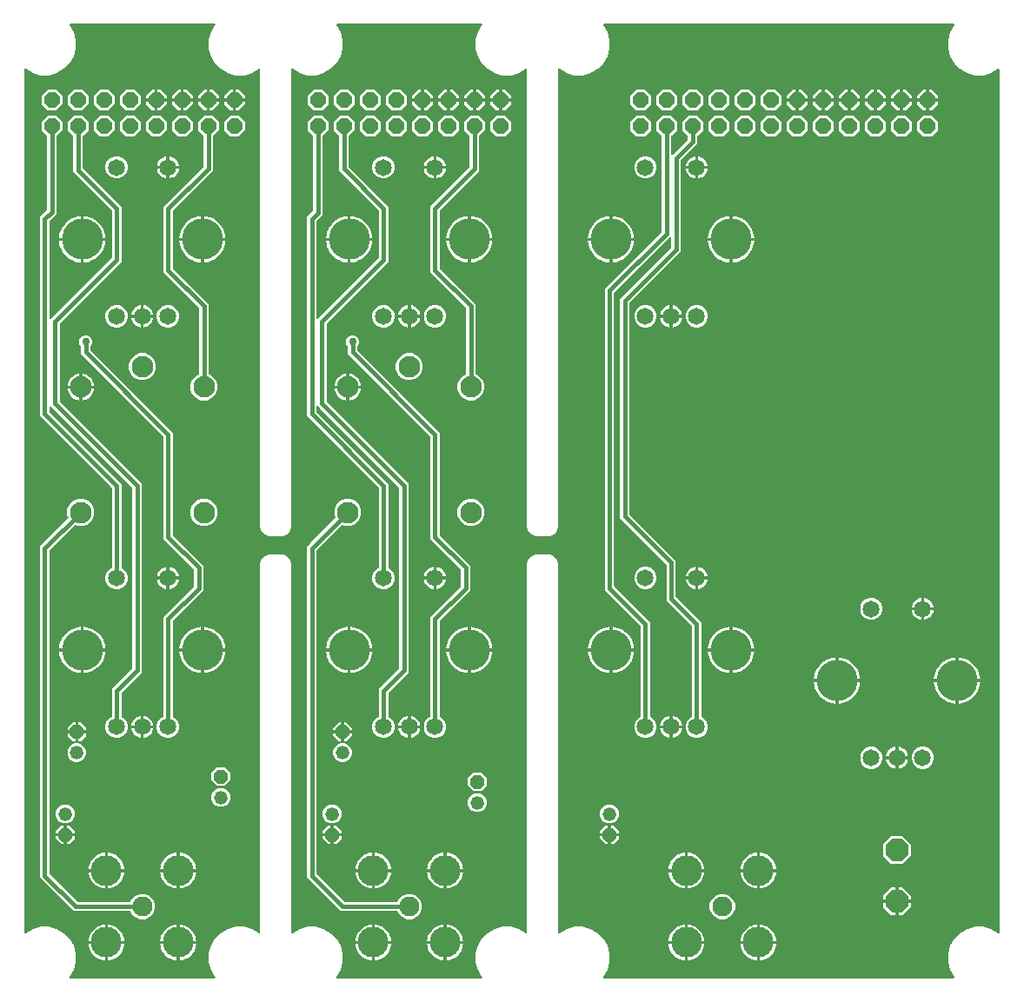
<source format=gbr>
G04 EAGLE Gerber X2 export*
%TF.Part,Single*%
%TF.FileFunction,Copper,L2,Bot,Mixed*%
%TF.FilePolarity,Positive*%
%TF.GenerationSoftware,Autodesk,EAGLE,9.0.1*%
%TF.CreationDate,2018-05-22T13:38:53Z*%
G75*
%MOMM*%
%FSLAX34Y34*%
%LPD*%
%AMOC8*
5,1,8,0,0,1.08239X$1,22.5*%
G01*
%ADD10C,2.100000*%
%ADD11C,1.950000*%
%ADD12C,3.000000*%
%ADD13C,1.650000*%
%ADD14C,4.000000*%
%ADD15P,1.429621X8X112.500000*%
%ADD16C,1.320800*%
%ADD17P,1.649562X8X202.500000*%
%ADD18P,2.336880X8X22.500000*%
%ADD19P,1.429621X8X292.500000*%
%ADD20C,0.756400*%
%ADD21C,0.406400*%

G36*
X195419Y10172D02*
X195419Y10172D01*
X195490Y10174D01*
X195539Y10192D01*
X195591Y10200D01*
X195654Y10234D01*
X195721Y10259D01*
X195762Y10291D01*
X195808Y10316D01*
X195857Y10368D01*
X195913Y10412D01*
X195941Y10456D01*
X195977Y10494D01*
X196008Y10559D01*
X196046Y10619D01*
X196059Y10670D01*
X196081Y10717D01*
X196089Y10788D01*
X196106Y10858D01*
X196102Y10910D01*
X196108Y10961D01*
X196093Y11032D01*
X196087Y11103D01*
X196067Y11151D01*
X196056Y11202D01*
X196019Y11263D01*
X195991Y11329D01*
X195946Y11385D01*
X195930Y11413D01*
X195912Y11428D01*
X195886Y11460D01*
X195865Y11481D01*
X191895Y18358D01*
X189839Y26029D01*
X189839Y33971D01*
X191895Y41642D01*
X195865Y48519D01*
X201481Y54135D01*
X208358Y58105D01*
X216029Y60161D01*
X223971Y60161D01*
X231642Y58105D01*
X238519Y54135D01*
X238540Y54114D01*
X238598Y54072D01*
X238650Y54023D01*
X238697Y54001D01*
X238739Y53970D01*
X238808Y53949D01*
X238873Y53919D01*
X238925Y53913D01*
X238974Y53898D01*
X239046Y53900D01*
X239117Y53892D01*
X239168Y53903D01*
X239220Y53904D01*
X239288Y53929D01*
X239358Y53944D01*
X239402Y53971D01*
X239451Y53989D01*
X239507Y54034D01*
X239569Y54070D01*
X239603Y54110D01*
X239643Y54142D01*
X239682Y54203D01*
X239729Y54257D01*
X239748Y54306D01*
X239776Y54349D01*
X239794Y54419D01*
X239821Y54486D01*
X239829Y54557D01*
X239837Y54588D01*
X239835Y54611D01*
X239839Y54652D01*
X239839Y414771D01*
X241386Y418506D01*
X244244Y421364D01*
X247979Y422911D01*
X262021Y422911D01*
X265756Y421364D01*
X268614Y418506D01*
X270161Y414771D01*
X270161Y54652D01*
X270172Y54581D01*
X270174Y54510D01*
X270192Y54461D01*
X270200Y54409D01*
X270234Y54346D01*
X270259Y54279D01*
X270291Y54238D01*
X270316Y54192D01*
X270368Y54143D01*
X270412Y54087D01*
X270456Y54059D01*
X270494Y54023D01*
X270559Y53992D01*
X270619Y53954D01*
X270670Y53941D01*
X270717Y53919D01*
X270788Y53911D01*
X270858Y53894D01*
X270910Y53898D01*
X270961Y53892D01*
X271032Y53907D01*
X271103Y53913D01*
X271151Y53933D01*
X271202Y53944D01*
X271263Y53981D01*
X271329Y54009D01*
X271385Y54054D01*
X271413Y54070D01*
X271428Y54088D01*
X271460Y54114D01*
X271481Y54135D01*
X278358Y58105D01*
X286029Y60161D01*
X293971Y60161D01*
X301642Y58105D01*
X308519Y54135D01*
X314135Y48519D01*
X318105Y41642D01*
X320161Y33971D01*
X320161Y26029D01*
X318105Y18358D01*
X314135Y11481D01*
X314114Y11460D01*
X314072Y11402D01*
X314023Y11350D01*
X314001Y11303D01*
X313970Y11261D01*
X313949Y11192D01*
X313919Y11127D01*
X313913Y11075D01*
X313898Y11026D01*
X313900Y10954D01*
X313892Y10883D01*
X313903Y10832D01*
X313904Y10780D01*
X313929Y10712D01*
X313944Y10642D01*
X313971Y10598D01*
X313989Y10549D01*
X314034Y10493D01*
X314070Y10431D01*
X314110Y10397D01*
X314142Y10357D01*
X314203Y10318D01*
X314257Y10271D01*
X314306Y10252D01*
X314349Y10224D01*
X314419Y10206D01*
X314486Y10179D01*
X314557Y10171D01*
X314588Y10163D01*
X314611Y10165D01*
X314652Y10161D01*
X455348Y10161D01*
X455419Y10172D01*
X455490Y10174D01*
X455539Y10192D01*
X455591Y10200D01*
X455654Y10234D01*
X455721Y10259D01*
X455762Y10291D01*
X455808Y10316D01*
X455857Y10368D01*
X455913Y10412D01*
X455941Y10456D01*
X455977Y10494D01*
X456008Y10559D01*
X456046Y10619D01*
X456059Y10670D01*
X456081Y10717D01*
X456089Y10788D01*
X456106Y10858D01*
X456102Y10910D01*
X456108Y10961D01*
X456093Y11032D01*
X456087Y11103D01*
X456067Y11151D01*
X456056Y11202D01*
X456019Y11263D01*
X455991Y11329D01*
X455946Y11385D01*
X455930Y11413D01*
X455912Y11428D01*
X455886Y11460D01*
X455865Y11481D01*
X451895Y18358D01*
X449839Y26029D01*
X449839Y33971D01*
X451895Y41642D01*
X455865Y48519D01*
X461481Y54135D01*
X468358Y58105D01*
X476029Y60161D01*
X483971Y60161D01*
X491642Y58105D01*
X498519Y54135D01*
X498540Y54114D01*
X498598Y54072D01*
X498650Y54023D01*
X498697Y54001D01*
X498739Y53970D01*
X498808Y53949D01*
X498873Y53919D01*
X498925Y53913D01*
X498974Y53898D01*
X499046Y53900D01*
X499117Y53892D01*
X499168Y53903D01*
X499220Y53904D01*
X499288Y53929D01*
X499358Y53944D01*
X499402Y53971D01*
X499451Y53989D01*
X499507Y54034D01*
X499569Y54070D01*
X499603Y54110D01*
X499643Y54142D01*
X499682Y54203D01*
X499729Y54257D01*
X499748Y54306D01*
X499776Y54349D01*
X499794Y54419D01*
X499821Y54486D01*
X499829Y54557D01*
X499837Y54588D01*
X499835Y54611D01*
X499839Y54652D01*
X499839Y414771D01*
X501386Y418506D01*
X504244Y421364D01*
X507979Y422911D01*
X522021Y422911D01*
X525756Y421364D01*
X528614Y418506D01*
X530161Y414771D01*
X530161Y54652D01*
X530172Y54581D01*
X530174Y54510D01*
X530192Y54461D01*
X530200Y54409D01*
X530234Y54346D01*
X530259Y54279D01*
X530291Y54238D01*
X530316Y54192D01*
X530368Y54143D01*
X530412Y54087D01*
X530456Y54059D01*
X530494Y54023D01*
X530559Y53992D01*
X530619Y53954D01*
X530670Y53941D01*
X530717Y53919D01*
X530788Y53911D01*
X530858Y53894D01*
X530910Y53898D01*
X530961Y53892D01*
X531032Y53907D01*
X531103Y53913D01*
X531151Y53933D01*
X531202Y53944D01*
X531263Y53981D01*
X531329Y54009D01*
X531385Y54054D01*
X531413Y54070D01*
X531428Y54088D01*
X531460Y54114D01*
X531481Y54135D01*
X538358Y58105D01*
X546029Y60161D01*
X553971Y60161D01*
X561642Y58105D01*
X568519Y54135D01*
X574135Y48519D01*
X578105Y41642D01*
X580161Y33971D01*
X580161Y26029D01*
X578105Y18358D01*
X574135Y11481D01*
X574114Y11460D01*
X574072Y11402D01*
X574023Y11350D01*
X574001Y11303D01*
X573970Y11261D01*
X573949Y11192D01*
X573919Y11127D01*
X573913Y11075D01*
X573898Y11026D01*
X573900Y10954D01*
X573892Y10883D01*
X573903Y10832D01*
X573904Y10780D01*
X573929Y10712D01*
X573944Y10642D01*
X573971Y10598D01*
X573989Y10549D01*
X574034Y10493D01*
X574070Y10431D01*
X574110Y10397D01*
X574142Y10357D01*
X574203Y10318D01*
X574257Y10271D01*
X574306Y10252D01*
X574349Y10224D01*
X574419Y10206D01*
X574486Y10179D01*
X574557Y10171D01*
X574588Y10163D01*
X574611Y10165D01*
X574652Y10161D01*
X915348Y10161D01*
X915419Y10172D01*
X915490Y10174D01*
X915539Y10192D01*
X915591Y10200D01*
X915654Y10234D01*
X915721Y10259D01*
X915762Y10291D01*
X915808Y10316D01*
X915857Y10368D01*
X915913Y10412D01*
X915941Y10456D01*
X915977Y10494D01*
X916008Y10559D01*
X916046Y10619D01*
X916059Y10670D01*
X916081Y10717D01*
X916089Y10788D01*
X916106Y10858D01*
X916102Y10910D01*
X916108Y10961D01*
X916093Y11032D01*
X916087Y11103D01*
X916067Y11151D01*
X916056Y11202D01*
X916019Y11263D01*
X915991Y11329D01*
X915946Y11385D01*
X915930Y11413D01*
X915912Y11428D01*
X915886Y11460D01*
X915865Y11481D01*
X911895Y18358D01*
X909839Y26029D01*
X909839Y33971D01*
X911895Y41642D01*
X915865Y48519D01*
X921481Y54135D01*
X928358Y58105D01*
X936029Y60161D01*
X943971Y60161D01*
X951642Y58105D01*
X958519Y54135D01*
X958540Y54114D01*
X958598Y54072D01*
X958650Y54023D01*
X958697Y54001D01*
X958739Y53970D01*
X958808Y53949D01*
X958873Y53919D01*
X958925Y53913D01*
X958974Y53898D01*
X959046Y53900D01*
X959117Y53892D01*
X959168Y53903D01*
X959220Y53904D01*
X959288Y53929D01*
X959358Y53944D01*
X959402Y53971D01*
X959451Y53989D01*
X959507Y54034D01*
X959569Y54070D01*
X959603Y54110D01*
X959643Y54142D01*
X959682Y54203D01*
X959729Y54257D01*
X959748Y54306D01*
X959776Y54349D01*
X959794Y54419D01*
X959821Y54486D01*
X959829Y54557D01*
X959837Y54588D01*
X959835Y54611D01*
X959839Y54652D01*
X959839Y895348D01*
X959828Y895419D01*
X959826Y895490D01*
X959808Y895539D01*
X959800Y895591D01*
X959766Y895654D01*
X959741Y895721D01*
X959709Y895762D01*
X959684Y895808D01*
X959632Y895857D01*
X959588Y895913D01*
X959544Y895941D01*
X959506Y895977D01*
X959441Y896008D01*
X959381Y896046D01*
X959330Y896059D01*
X959283Y896081D01*
X959212Y896089D01*
X959142Y896106D01*
X959090Y896102D01*
X959039Y896108D01*
X958968Y896093D01*
X958897Y896087D01*
X958849Y896067D01*
X958798Y896056D01*
X958737Y896019D01*
X958671Y895991D01*
X958615Y895946D01*
X958587Y895930D01*
X958572Y895912D01*
X958540Y895886D01*
X958519Y895865D01*
X951642Y891895D01*
X943971Y889839D01*
X936029Y889839D01*
X928358Y891895D01*
X921481Y895865D01*
X915865Y901481D01*
X911895Y908358D01*
X909839Y916029D01*
X909839Y923971D01*
X911895Y931642D01*
X915865Y938519D01*
X915886Y938540D01*
X915928Y938598D01*
X915977Y938650D01*
X915999Y938697D01*
X916030Y938739D01*
X916051Y938808D01*
X916081Y938873D01*
X916087Y938925D01*
X916102Y938974D01*
X916100Y939046D01*
X916108Y939117D01*
X916097Y939168D01*
X916096Y939220D01*
X916071Y939288D01*
X916056Y939358D01*
X916029Y939402D01*
X916011Y939451D01*
X915966Y939507D01*
X915930Y939569D01*
X915890Y939603D01*
X915858Y939643D01*
X915797Y939682D01*
X915743Y939729D01*
X915694Y939748D01*
X915651Y939776D01*
X915581Y939794D01*
X915514Y939821D01*
X915443Y939829D01*
X915412Y939837D01*
X915389Y939835D01*
X915348Y939839D01*
X574652Y939839D01*
X574581Y939828D01*
X574510Y939826D01*
X574461Y939808D01*
X574409Y939800D01*
X574346Y939766D01*
X574279Y939741D01*
X574238Y939709D01*
X574192Y939684D01*
X574143Y939632D01*
X574087Y939588D01*
X574059Y939544D01*
X574023Y939506D01*
X573992Y939441D01*
X573954Y939381D01*
X573941Y939330D01*
X573919Y939283D01*
X573911Y939212D01*
X573894Y939142D01*
X573898Y939090D01*
X573892Y939039D01*
X573907Y938968D01*
X573913Y938897D01*
X573933Y938849D01*
X573944Y938798D01*
X573981Y938737D01*
X574009Y938671D01*
X574054Y938615D01*
X574070Y938587D01*
X574088Y938572D01*
X574114Y938540D01*
X574135Y938519D01*
X578105Y931642D01*
X580161Y923971D01*
X580161Y916029D01*
X578105Y908358D01*
X574135Y901481D01*
X568519Y895865D01*
X561642Y891895D01*
X553971Y889839D01*
X546029Y889839D01*
X538358Y891895D01*
X531481Y895865D01*
X531460Y895886D01*
X531402Y895928D01*
X531350Y895977D01*
X531303Y895999D01*
X531261Y896030D01*
X531192Y896051D01*
X531127Y896081D01*
X531075Y896087D01*
X531026Y896102D01*
X530954Y896100D01*
X530883Y896108D01*
X530832Y896097D01*
X530780Y896096D01*
X530712Y896071D01*
X530642Y896056D01*
X530598Y896029D01*
X530549Y896011D01*
X530493Y895966D01*
X530431Y895930D01*
X530397Y895890D01*
X530357Y895858D01*
X530318Y895797D01*
X530271Y895743D01*
X530252Y895694D01*
X530224Y895651D01*
X530206Y895581D01*
X530179Y895514D01*
X530171Y895443D01*
X530163Y895412D01*
X530165Y895389D01*
X530161Y895348D01*
X530161Y448829D01*
X528614Y445094D01*
X525756Y442236D01*
X522021Y440689D01*
X507979Y440689D01*
X504244Y442236D01*
X501386Y445094D01*
X499839Y448829D01*
X499839Y895348D01*
X499828Y895419D01*
X499826Y895490D01*
X499808Y895539D01*
X499800Y895591D01*
X499766Y895654D01*
X499741Y895721D01*
X499709Y895762D01*
X499684Y895808D01*
X499632Y895857D01*
X499588Y895913D01*
X499544Y895941D01*
X499506Y895977D01*
X499441Y896008D01*
X499381Y896046D01*
X499330Y896059D01*
X499283Y896081D01*
X499212Y896089D01*
X499142Y896106D01*
X499090Y896102D01*
X499039Y896108D01*
X498968Y896093D01*
X498897Y896087D01*
X498849Y896067D01*
X498798Y896056D01*
X498737Y896019D01*
X498671Y895991D01*
X498615Y895946D01*
X498587Y895930D01*
X498572Y895912D01*
X498540Y895886D01*
X498519Y895865D01*
X491642Y891895D01*
X483971Y889839D01*
X476029Y889839D01*
X468358Y891895D01*
X461481Y895865D01*
X455865Y901481D01*
X451895Y908358D01*
X449839Y916029D01*
X449839Y923971D01*
X451895Y931642D01*
X455865Y938519D01*
X455886Y938540D01*
X455928Y938598D01*
X455977Y938650D01*
X455999Y938697D01*
X456030Y938739D01*
X456051Y938808D01*
X456081Y938873D01*
X456087Y938925D01*
X456102Y938974D01*
X456100Y939046D01*
X456108Y939117D01*
X456097Y939168D01*
X456096Y939220D01*
X456071Y939288D01*
X456056Y939358D01*
X456029Y939402D01*
X456011Y939451D01*
X455966Y939507D01*
X455930Y939569D01*
X455890Y939603D01*
X455858Y939643D01*
X455797Y939682D01*
X455743Y939729D01*
X455694Y939748D01*
X455651Y939776D01*
X455581Y939794D01*
X455514Y939821D01*
X455443Y939829D01*
X455412Y939837D01*
X455389Y939835D01*
X455348Y939839D01*
X314652Y939839D01*
X314581Y939828D01*
X314510Y939826D01*
X314461Y939808D01*
X314409Y939800D01*
X314346Y939766D01*
X314279Y939741D01*
X314238Y939709D01*
X314192Y939684D01*
X314143Y939632D01*
X314087Y939588D01*
X314059Y939544D01*
X314023Y939506D01*
X313992Y939441D01*
X313954Y939381D01*
X313941Y939330D01*
X313919Y939283D01*
X313911Y939212D01*
X313894Y939142D01*
X313898Y939090D01*
X313892Y939039D01*
X313907Y938968D01*
X313913Y938897D01*
X313933Y938849D01*
X313944Y938798D01*
X313981Y938737D01*
X314009Y938671D01*
X314054Y938615D01*
X314070Y938587D01*
X314088Y938572D01*
X314114Y938540D01*
X314135Y938519D01*
X318105Y931642D01*
X320161Y923971D01*
X320161Y916029D01*
X318105Y908358D01*
X314135Y901481D01*
X308519Y895865D01*
X301642Y891895D01*
X293971Y889839D01*
X286029Y889839D01*
X278358Y891895D01*
X271481Y895865D01*
X271460Y895886D01*
X271402Y895928D01*
X271350Y895977D01*
X271303Y895999D01*
X271261Y896030D01*
X271192Y896051D01*
X271127Y896081D01*
X271075Y896087D01*
X271026Y896102D01*
X270954Y896100D01*
X270883Y896108D01*
X270832Y896097D01*
X270780Y896096D01*
X270712Y896071D01*
X270642Y896056D01*
X270598Y896029D01*
X270549Y896011D01*
X270493Y895966D01*
X270431Y895930D01*
X270397Y895890D01*
X270357Y895858D01*
X270318Y895797D01*
X270271Y895743D01*
X270252Y895694D01*
X270224Y895651D01*
X270206Y895581D01*
X270179Y895514D01*
X270171Y895443D01*
X270163Y895412D01*
X270165Y895389D01*
X270161Y895348D01*
X270161Y448829D01*
X268614Y445094D01*
X265756Y442236D01*
X262021Y440689D01*
X247979Y440689D01*
X244244Y442236D01*
X241386Y445094D01*
X239839Y448829D01*
X239839Y895348D01*
X239828Y895419D01*
X239826Y895490D01*
X239808Y895539D01*
X239800Y895591D01*
X239766Y895654D01*
X239741Y895721D01*
X239709Y895762D01*
X239684Y895808D01*
X239632Y895857D01*
X239588Y895913D01*
X239544Y895941D01*
X239506Y895977D01*
X239441Y896008D01*
X239381Y896046D01*
X239330Y896059D01*
X239283Y896081D01*
X239212Y896089D01*
X239142Y896106D01*
X239090Y896102D01*
X239039Y896108D01*
X238968Y896093D01*
X238897Y896087D01*
X238849Y896067D01*
X238798Y896056D01*
X238737Y896019D01*
X238671Y895991D01*
X238615Y895946D01*
X238587Y895930D01*
X238572Y895912D01*
X238540Y895886D01*
X238519Y895865D01*
X231642Y891895D01*
X223971Y889839D01*
X216029Y889839D01*
X208358Y891895D01*
X201481Y895865D01*
X195865Y901481D01*
X191895Y908358D01*
X189839Y916029D01*
X189839Y923971D01*
X191895Y931642D01*
X195865Y938519D01*
X195886Y938540D01*
X195928Y938598D01*
X195977Y938650D01*
X195999Y938697D01*
X196030Y938739D01*
X196051Y938808D01*
X196081Y938873D01*
X196087Y938925D01*
X196102Y938974D01*
X196100Y939046D01*
X196108Y939117D01*
X196097Y939168D01*
X196096Y939220D01*
X196071Y939288D01*
X196056Y939358D01*
X196029Y939402D01*
X196011Y939451D01*
X195966Y939507D01*
X195930Y939569D01*
X195890Y939603D01*
X195858Y939643D01*
X195797Y939682D01*
X195743Y939729D01*
X195694Y939748D01*
X195651Y939776D01*
X195581Y939794D01*
X195514Y939821D01*
X195443Y939829D01*
X195412Y939837D01*
X195389Y939835D01*
X195348Y939839D01*
X54652Y939839D01*
X54581Y939828D01*
X54510Y939826D01*
X54461Y939808D01*
X54409Y939800D01*
X54346Y939766D01*
X54279Y939741D01*
X54238Y939709D01*
X54192Y939684D01*
X54143Y939632D01*
X54087Y939588D01*
X54059Y939544D01*
X54023Y939506D01*
X53992Y939441D01*
X53954Y939381D01*
X53941Y939330D01*
X53919Y939283D01*
X53911Y939212D01*
X53894Y939142D01*
X53898Y939090D01*
X53892Y939039D01*
X53907Y938968D01*
X53913Y938897D01*
X53933Y938849D01*
X53944Y938798D01*
X53981Y938737D01*
X54009Y938671D01*
X54054Y938615D01*
X54070Y938587D01*
X54088Y938572D01*
X54114Y938540D01*
X54135Y938519D01*
X58105Y931642D01*
X60161Y923971D01*
X60161Y916029D01*
X58105Y908358D01*
X54135Y901481D01*
X48519Y895865D01*
X41642Y891895D01*
X33971Y889839D01*
X26029Y889839D01*
X18358Y891895D01*
X11481Y895865D01*
X11460Y895886D01*
X11402Y895928D01*
X11350Y895977D01*
X11303Y895999D01*
X11261Y896030D01*
X11192Y896051D01*
X11127Y896081D01*
X11075Y896087D01*
X11026Y896102D01*
X10954Y896100D01*
X10883Y896108D01*
X10832Y896097D01*
X10780Y896096D01*
X10712Y896071D01*
X10642Y896056D01*
X10598Y896029D01*
X10549Y896011D01*
X10493Y895966D01*
X10431Y895930D01*
X10397Y895890D01*
X10357Y895858D01*
X10318Y895797D01*
X10271Y895743D01*
X10252Y895694D01*
X10224Y895651D01*
X10206Y895581D01*
X10179Y895514D01*
X10171Y895443D01*
X10163Y895412D01*
X10165Y895389D01*
X10161Y895348D01*
X10161Y54652D01*
X10172Y54581D01*
X10174Y54510D01*
X10192Y54461D01*
X10200Y54409D01*
X10234Y54346D01*
X10259Y54279D01*
X10291Y54238D01*
X10316Y54192D01*
X10368Y54143D01*
X10412Y54087D01*
X10456Y54059D01*
X10494Y54023D01*
X10559Y53992D01*
X10619Y53954D01*
X10670Y53941D01*
X10717Y53919D01*
X10788Y53911D01*
X10858Y53894D01*
X10910Y53898D01*
X10961Y53892D01*
X11032Y53907D01*
X11103Y53913D01*
X11151Y53933D01*
X11202Y53944D01*
X11263Y53981D01*
X11329Y54009D01*
X11385Y54054D01*
X11413Y54070D01*
X11428Y54088D01*
X11460Y54114D01*
X11481Y54135D01*
X18358Y58105D01*
X26029Y60161D01*
X33971Y60161D01*
X41642Y58105D01*
X48519Y54135D01*
X54135Y48519D01*
X58105Y41642D01*
X60161Y33971D01*
X60161Y26029D01*
X58105Y18358D01*
X54135Y11481D01*
X54114Y11460D01*
X54072Y11402D01*
X54023Y11350D01*
X54001Y11303D01*
X53970Y11261D01*
X53949Y11192D01*
X53919Y11127D01*
X53913Y11075D01*
X53898Y11026D01*
X53900Y10954D01*
X53892Y10883D01*
X53903Y10832D01*
X53904Y10780D01*
X53929Y10712D01*
X53944Y10642D01*
X53971Y10598D01*
X53989Y10549D01*
X54034Y10493D01*
X54070Y10431D01*
X54110Y10397D01*
X54142Y10357D01*
X54203Y10318D01*
X54257Y10271D01*
X54306Y10252D01*
X54349Y10224D01*
X54419Y10206D01*
X54486Y10179D01*
X54557Y10171D01*
X54588Y10163D01*
X54611Y10165D01*
X54652Y10161D01*
X195348Y10161D01*
X195419Y10172D01*
G37*
%LPC*%
G36*
X612854Y244209D02*
X612854Y244209D01*
X608888Y245852D01*
X605852Y248888D01*
X604209Y252854D01*
X604209Y257146D01*
X605852Y261112D01*
X608888Y264148D01*
X609957Y264591D01*
X610057Y264653D01*
X610157Y264713D01*
X610161Y264717D01*
X610166Y264721D01*
X610241Y264811D01*
X610317Y264899D01*
X610319Y264905D01*
X610323Y264910D01*
X610365Y265019D01*
X610409Y265128D01*
X610410Y265135D01*
X610411Y265140D01*
X610412Y265158D01*
X610427Y265294D01*
X610427Y352791D01*
X610413Y352881D01*
X610405Y352972D01*
X610393Y353001D01*
X610388Y353033D01*
X610345Y353114D01*
X610309Y353198D01*
X610283Y353230D01*
X610272Y353251D01*
X610249Y353273D01*
X610204Y353329D01*
X575427Y388106D01*
X575427Y681894D01*
X630904Y737371D01*
X630957Y737445D01*
X630979Y737470D01*
X630996Y737488D01*
X630997Y737492D01*
X631017Y737515D01*
X631029Y737545D01*
X631048Y737571D01*
X631075Y737658D01*
X631099Y737711D01*
X631100Y737722D01*
X631109Y737743D01*
X631113Y737784D01*
X631120Y737806D01*
X631119Y737838D01*
X631127Y737909D01*
X631127Y830188D01*
X631113Y830278D01*
X631105Y830369D01*
X631093Y830399D01*
X631088Y830431D01*
X631045Y830511D01*
X631009Y830595D01*
X630983Y830627D01*
X630972Y830648D01*
X630949Y830670D01*
X630904Y830726D01*
X625539Y836091D01*
X625539Y844509D01*
X631491Y850461D01*
X639909Y850461D01*
X645861Y844509D01*
X645861Y836091D01*
X640496Y830726D01*
X640443Y830652D01*
X640383Y830583D01*
X640371Y830553D01*
X640352Y830527D01*
X640325Y830440D01*
X640291Y830355D01*
X640287Y830314D01*
X640280Y830291D01*
X640281Y830259D01*
X640273Y830188D01*
X640273Y812777D01*
X640284Y812707D01*
X640286Y812635D01*
X640304Y812586D01*
X640312Y812535D01*
X640346Y812471D01*
X640371Y812404D01*
X640403Y812363D01*
X640428Y812317D01*
X640480Y812268D01*
X640524Y812212D01*
X640568Y812184D01*
X640606Y812148D01*
X640671Y812118D01*
X640731Y812079D01*
X640782Y812066D01*
X640829Y812044D01*
X640900Y812036D01*
X640970Y812019D01*
X641022Y812023D01*
X641073Y812017D01*
X641144Y812032D01*
X641215Y812038D01*
X641263Y812058D01*
X641314Y812069D01*
X641375Y812106D01*
X641441Y812134D01*
X641497Y812179D01*
X641525Y812196D01*
X641540Y812213D01*
X641572Y812239D01*
X643329Y813996D01*
X656304Y826971D01*
X656357Y827045D01*
X656417Y827115D01*
X656429Y827145D01*
X656448Y827171D01*
X656475Y827258D01*
X656509Y827343D01*
X656513Y827384D01*
X656520Y827406D01*
X656519Y827438D01*
X656527Y827509D01*
X656527Y830188D01*
X656513Y830278D01*
X656505Y830369D01*
X656493Y830399D01*
X656488Y830431D01*
X656445Y830511D01*
X656409Y830595D01*
X656383Y830627D01*
X656372Y830648D01*
X656349Y830670D01*
X656304Y830726D01*
X650939Y836091D01*
X650939Y844509D01*
X656891Y850461D01*
X665309Y850461D01*
X671261Y844509D01*
X671261Y836091D01*
X665896Y830726D01*
X665843Y830652D01*
X665783Y830583D01*
X665771Y830553D01*
X665752Y830527D01*
X665725Y830440D01*
X665691Y830355D01*
X665687Y830314D01*
X665680Y830291D01*
X665681Y830259D01*
X665673Y830188D01*
X665673Y823406D01*
X649796Y807529D01*
X649743Y807455D01*
X649683Y807385D01*
X649671Y807355D01*
X649652Y807329D01*
X649625Y807242D01*
X649591Y807157D01*
X649587Y807116D01*
X649580Y807094D01*
X649581Y807062D01*
X649573Y806991D01*
X649573Y718106D01*
X599796Y668329D01*
X599743Y668255D01*
X599683Y668185D01*
X599671Y668155D01*
X599652Y668129D01*
X599625Y668042D01*
X599591Y667957D01*
X599587Y667916D01*
X599580Y667894D01*
X599581Y667862D01*
X599573Y667791D01*
X599573Y462209D01*
X599587Y462119D01*
X599595Y462028D01*
X599607Y461999D01*
X599612Y461967D01*
X599655Y461886D01*
X599691Y461802D01*
X599717Y461770D01*
X599728Y461749D01*
X599751Y461727D01*
X599796Y461671D01*
X644573Y416894D01*
X644573Y382209D01*
X644587Y382119D01*
X644595Y382028D01*
X644607Y381999D01*
X644612Y381967D01*
X644655Y381886D01*
X644691Y381802D01*
X644717Y381770D01*
X644728Y381749D01*
X644751Y381727D01*
X644796Y381671D01*
X669573Y356894D01*
X669573Y265294D01*
X669592Y265179D01*
X669609Y265063D01*
X669611Y265058D01*
X669612Y265052D01*
X669667Y264949D01*
X669720Y264844D01*
X669725Y264840D01*
X669728Y264834D01*
X669812Y264754D01*
X669896Y264672D01*
X669902Y264668D01*
X669906Y264665D01*
X669923Y264657D01*
X670043Y264591D01*
X671112Y264148D01*
X674148Y261112D01*
X675791Y257146D01*
X675791Y252854D01*
X674148Y248888D01*
X671112Y245852D01*
X667146Y244209D01*
X662854Y244209D01*
X658888Y245852D01*
X655852Y248888D01*
X654209Y252854D01*
X654209Y257146D01*
X655852Y261112D01*
X658888Y264148D01*
X659957Y264591D01*
X660057Y264653D01*
X660157Y264713D01*
X660161Y264717D01*
X660166Y264721D01*
X660241Y264811D01*
X660317Y264899D01*
X660319Y264905D01*
X660323Y264910D01*
X660365Y265019D01*
X660409Y265128D01*
X660410Y265135D01*
X660411Y265140D01*
X660412Y265158D01*
X660427Y265294D01*
X660427Y352791D01*
X660413Y352881D01*
X660405Y352972D01*
X660393Y353001D01*
X660388Y353033D01*
X660345Y353114D01*
X660309Y353198D01*
X660283Y353230D01*
X660272Y353251D01*
X660249Y353273D01*
X660204Y353329D01*
X635427Y378106D01*
X635427Y412791D01*
X635413Y412881D01*
X635405Y412972D01*
X635393Y413001D01*
X635388Y413033D01*
X635345Y413114D01*
X635309Y413198D01*
X635283Y413230D01*
X635272Y413251D01*
X635249Y413273D01*
X635204Y413329D01*
X590427Y458106D01*
X590427Y671894D01*
X640204Y721671D01*
X640257Y721745D01*
X640317Y721815D01*
X640329Y721845D01*
X640348Y721871D01*
X640375Y721958D01*
X640409Y722043D01*
X640413Y722084D01*
X640420Y722106D01*
X640419Y722138D01*
X640427Y722209D01*
X640427Y732123D01*
X640416Y732193D01*
X640414Y732265D01*
X640396Y732314D01*
X640388Y732365D01*
X640354Y732429D01*
X640329Y732496D01*
X640297Y732537D01*
X640272Y732583D01*
X640220Y732632D01*
X640176Y732688D01*
X640132Y732716D01*
X640094Y732752D01*
X640029Y732782D01*
X639969Y732821D01*
X639918Y732834D01*
X639871Y732856D01*
X639800Y732864D01*
X639730Y732881D01*
X639678Y732877D01*
X639627Y732883D01*
X639556Y732868D01*
X639485Y732862D01*
X639437Y732842D01*
X639386Y732831D01*
X639325Y732794D01*
X639259Y732766D01*
X639203Y732721D01*
X639175Y732704D01*
X639160Y732687D01*
X639128Y732661D01*
X637371Y730904D01*
X584796Y678329D01*
X584743Y678255D01*
X584683Y678185D01*
X584671Y678155D01*
X584652Y678129D01*
X584625Y678042D01*
X584603Y677987D01*
X584601Y677982D01*
X584601Y677981D01*
X584591Y677957D01*
X584587Y677916D01*
X584580Y677894D01*
X584581Y677862D01*
X584573Y677791D01*
X584573Y392209D01*
X584587Y392119D01*
X584595Y392028D01*
X584607Y391999D01*
X584612Y391967D01*
X584655Y391886D01*
X584691Y391802D01*
X584717Y391770D01*
X584728Y391749D01*
X584751Y391727D01*
X584796Y391671D01*
X619573Y356894D01*
X619573Y265294D01*
X619592Y265179D01*
X619609Y265063D01*
X619611Y265058D01*
X619612Y265052D01*
X619667Y264949D01*
X619720Y264844D01*
X619725Y264840D01*
X619728Y264834D01*
X619812Y264754D01*
X619896Y264672D01*
X619902Y264668D01*
X619906Y264665D01*
X619923Y264657D01*
X620043Y264591D01*
X621112Y264148D01*
X624148Y261112D01*
X625791Y257146D01*
X625791Y252854D01*
X624148Y248888D01*
X621112Y245852D01*
X617146Y244209D01*
X612854Y244209D01*
G37*
%LPD*%
%LPC*%
G36*
X97854Y244209D02*
X97854Y244209D01*
X93888Y245852D01*
X90852Y248888D01*
X89209Y252854D01*
X89209Y257146D01*
X90852Y261112D01*
X93888Y264148D01*
X94957Y264591D01*
X95057Y264653D01*
X95157Y264713D01*
X95161Y264717D01*
X95166Y264721D01*
X95241Y264811D01*
X95317Y264899D01*
X95319Y264905D01*
X95323Y264910D01*
X95365Y265019D01*
X95409Y265128D01*
X95410Y265135D01*
X95411Y265140D01*
X95412Y265158D01*
X95427Y265294D01*
X95427Y291894D01*
X115204Y311671D01*
X115257Y311745D01*
X115317Y311815D01*
X115329Y311845D01*
X115348Y311871D01*
X115375Y311958D01*
X115409Y312043D01*
X115413Y312084D01*
X115420Y312106D01*
X115419Y312138D01*
X115427Y312209D01*
X115427Y487791D01*
X115413Y487881D01*
X115405Y487972D01*
X115393Y488001D01*
X115388Y488033D01*
X115345Y488114D01*
X115309Y488198D01*
X115283Y488230D01*
X115272Y488251D01*
X115249Y488273D01*
X115204Y488329D01*
X38329Y565204D01*
X35872Y567661D01*
X35814Y567703D01*
X35762Y567752D01*
X35715Y567774D01*
X35673Y567804D01*
X35604Y567826D01*
X35539Y567856D01*
X35487Y567861D01*
X35437Y567877D01*
X35366Y567875D01*
X35295Y567883D01*
X35244Y567872D01*
X35192Y567870D01*
X35124Y567846D01*
X35054Y567831D01*
X35009Y567804D01*
X34961Y567786D01*
X34905Y567741D01*
X34843Y567704D01*
X34809Y567665D01*
X34769Y567632D01*
X34730Y567572D01*
X34683Y567518D01*
X34664Y567469D01*
X34636Y567425D01*
X34618Y567356D01*
X34591Y567289D01*
X34583Y567218D01*
X34575Y567187D01*
X34577Y567164D01*
X34573Y567123D01*
X34573Y562209D01*
X34587Y562119D01*
X34595Y562028D01*
X34607Y561999D01*
X34612Y561967D01*
X34655Y561886D01*
X34691Y561802D01*
X34717Y561770D01*
X34728Y561749D01*
X34751Y561727D01*
X34796Y561671D01*
X104573Y491894D01*
X104573Y410294D01*
X104592Y410180D01*
X104609Y410063D01*
X104611Y410058D01*
X104612Y410052D01*
X104667Y409949D01*
X104720Y409844D01*
X104725Y409840D01*
X104728Y409834D01*
X104812Y409754D01*
X104896Y409672D01*
X104902Y409668D01*
X104906Y409665D01*
X104923Y409657D01*
X105043Y409591D01*
X106112Y409148D01*
X109148Y406112D01*
X110791Y402146D01*
X110791Y397854D01*
X109148Y393888D01*
X106112Y390852D01*
X102146Y389209D01*
X97854Y389209D01*
X93888Y390852D01*
X90852Y393888D01*
X89209Y397854D01*
X89209Y402146D01*
X90852Y406112D01*
X93888Y409148D01*
X94957Y409591D01*
X95057Y409653D01*
X95157Y409713D01*
X95161Y409717D01*
X95166Y409721D01*
X95241Y409811D01*
X95317Y409899D01*
X95319Y409905D01*
X95323Y409910D01*
X95365Y410019D01*
X95409Y410128D01*
X95410Y410135D01*
X95411Y410140D01*
X95412Y410158D01*
X95427Y410294D01*
X95427Y487791D01*
X95413Y487881D01*
X95405Y487972D01*
X95393Y488001D01*
X95388Y488033D01*
X95345Y488114D01*
X95309Y488198D01*
X95283Y488230D01*
X95272Y488251D01*
X95249Y488273D01*
X95204Y488329D01*
X25427Y558106D01*
X25427Y751894D01*
X32004Y758471D01*
X32057Y758545D01*
X32117Y758615D01*
X32129Y758645D01*
X32148Y758671D01*
X32175Y758758D01*
X32209Y758843D01*
X32213Y758884D01*
X32220Y758906D01*
X32219Y758938D01*
X32227Y759009D01*
X32227Y830188D01*
X32213Y830278D01*
X32205Y830369D01*
X32193Y830399D01*
X32188Y830431D01*
X32145Y830511D01*
X32109Y830595D01*
X32083Y830627D01*
X32072Y830648D01*
X32049Y830670D01*
X32004Y830726D01*
X26639Y836091D01*
X26639Y844509D01*
X32591Y850461D01*
X41009Y850461D01*
X46961Y844509D01*
X46961Y836091D01*
X41596Y830726D01*
X41543Y830652D01*
X41483Y830583D01*
X41471Y830553D01*
X41452Y830527D01*
X41425Y830440D01*
X41391Y830355D01*
X41387Y830314D01*
X41380Y830291D01*
X41381Y830259D01*
X41373Y830188D01*
X41373Y754906D01*
X34796Y748329D01*
X34751Y748266D01*
X34726Y748240D01*
X34721Y748230D01*
X34683Y748185D01*
X34671Y748155D01*
X34652Y748129D01*
X34625Y748042D01*
X34591Y747957D01*
X34587Y747916D01*
X34580Y747894D01*
X34581Y747862D01*
X34573Y747791D01*
X34573Y652877D01*
X34584Y652807D01*
X34586Y652735D01*
X34604Y652686D01*
X34612Y652635D01*
X34646Y652571D01*
X34671Y652504D01*
X34703Y652463D01*
X34728Y652417D01*
X34780Y652368D01*
X34824Y652312D01*
X34868Y652284D01*
X34906Y652248D01*
X34971Y652218D01*
X35031Y652179D01*
X35082Y652166D01*
X35129Y652144D01*
X35200Y652136D01*
X35270Y652119D01*
X35322Y652123D01*
X35373Y652117D01*
X35444Y652132D01*
X35515Y652138D01*
X35563Y652158D01*
X35614Y652169D01*
X35675Y652206D01*
X35741Y652234D01*
X35797Y652279D01*
X35825Y652296D01*
X35840Y652313D01*
X35872Y652339D01*
X95204Y711671D01*
X95257Y711745D01*
X95317Y711815D01*
X95329Y711845D01*
X95348Y711871D01*
X95375Y711958D01*
X95409Y712043D01*
X95413Y712084D01*
X95420Y712106D01*
X95419Y712138D01*
X95427Y712209D01*
X95427Y757791D01*
X95413Y757881D01*
X95405Y757972D01*
X95393Y758001D01*
X95388Y758033D01*
X95345Y758114D01*
X95309Y758198D01*
X95283Y758230D01*
X95272Y758251D01*
X95249Y758273D01*
X95204Y758329D01*
X60829Y792704D01*
X57627Y795906D01*
X57627Y799694D01*
X57704Y799771D01*
X57757Y799845D01*
X57817Y799915D01*
X57829Y799945D01*
X57848Y799971D01*
X57875Y800058D01*
X57909Y800143D01*
X57913Y800184D01*
X57920Y800206D01*
X57919Y800238D01*
X57927Y800309D01*
X57927Y829888D01*
X57913Y829978D01*
X57905Y830069D01*
X57893Y830099D01*
X57888Y830131D01*
X57845Y830211D01*
X57809Y830295D01*
X57783Y830327D01*
X57772Y830348D01*
X57749Y830370D01*
X57704Y830426D01*
X52039Y836091D01*
X52039Y844509D01*
X57991Y850461D01*
X66409Y850461D01*
X72361Y844509D01*
X72361Y836091D01*
X67296Y831026D01*
X67243Y830952D01*
X67183Y830883D01*
X67171Y830853D01*
X67152Y830827D01*
X67125Y830740D01*
X67091Y830655D01*
X67087Y830614D01*
X67080Y830591D01*
X67081Y830559D01*
X67073Y830488D01*
X67073Y799709D01*
X67087Y799619D01*
X67095Y799528D01*
X67107Y799499D01*
X67112Y799467D01*
X67155Y799386D01*
X67191Y799302D01*
X67217Y799270D01*
X67228Y799249D01*
X67251Y799227D01*
X67296Y799171D01*
X104573Y761894D01*
X104573Y708106D01*
X44796Y648329D01*
X44743Y648255D01*
X44683Y648185D01*
X44671Y648155D01*
X44652Y648129D01*
X44625Y648042D01*
X44591Y647957D01*
X44587Y647916D01*
X44580Y647894D01*
X44581Y647862D01*
X44573Y647791D01*
X44573Y572209D01*
X44587Y572119D01*
X44595Y572028D01*
X44607Y571999D01*
X44612Y571967D01*
X44655Y571886D01*
X44691Y571802D01*
X44717Y571770D01*
X44728Y571749D01*
X44751Y571727D01*
X44796Y571671D01*
X121671Y494796D01*
X124573Y491894D01*
X124573Y308106D01*
X104796Y288329D01*
X104743Y288255D01*
X104683Y288185D01*
X104671Y288155D01*
X104652Y288129D01*
X104625Y288042D01*
X104591Y287957D01*
X104587Y287916D01*
X104580Y287894D01*
X104581Y287862D01*
X104573Y287791D01*
X104573Y265294D01*
X104592Y265179D01*
X104609Y265063D01*
X104611Y265058D01*
X104612Y265052D01*
X104667Y264949D01*
X104720Y264844D01*
X104725Y264840D01*
X104728Y264834D01*
X104812Y264754D01*
X104896Y264672D01*
X104902Y264668D01*
X104906Y264665D01*
X104923Y264657D01*
X105043Y264591D01*
X106112Y264148D01*
X109148Y261112D01*
X110791Y257146D01*
X110791Y252854D01*
X109148Y248888D01*
X106112Y245852D01*
X102146Y244209D01*
X97854Y244209D01*
G37*
%LPD*%
%LPC*%
G36*
X357854Y244209D02*
X357854Y244209D01*
X353888Y245852D01*
X350852Y248888D01*
X349209Y252854D01*
X349209Y257146D01*
X350852Y261112D01*
X353888Y264148D01*
X354957Y264591D01*
X355057Y264653D01*
X355157Y264713D01*
X355161Y264717D01*
X355166Y264721D01*
X355241Y264811D01*
X355317Y264899D01*
X355319Y264905D01*
X355323Y264910D01*
X355365Y265019D01*
X355409Y265128D01*
X355410Y265135D01*
X355411Y265140D01*
X355412Y265158D01*
X355427Y265294D01*
X355427Y291894D01*
X358329Y294796D01*
X375204Y311671D01*
X375257Y311745D01*
X375317Y311815D01*
X375329Y311845D01*
X375348Y311871D01*
X375375Y311958D01*
X375409Y312043D01*
X375413Y312084D01*
X375420Y312106D01*
X375419Y312138D01*
X375427Y312209D01*
X375427Y487791D01*
X375413Y487881D01*
X375405Y487972D01*
X375393Y488001D01*
X375388Y488033D01*
X375345Y488114D01*
X375309Y488198D01*
X375283Y488230D01*
X375272Y488251D01*
X375249Y488273D01*
X375204Y488329D01*
X298329Y565204D01*
X295872Y567661D01*
X295814Y567703D01*
X295762Y567752D01*
X295715Y567774D01*
X295673Y567804D01*
X295604Y567826D01*
X295539Y567856D01*
X295487Y567861D01*
X295437Y567877D01*
X295366Y567875D01*
X295295Y567883D01*
X295244Y567872D01*
X295192Y567870D01*
X295124Y567846D01*
X295054Y567831D01*
X295009Y567804D01*
X294961Y567786D01*
X294905Y567741D01*
X294843Y567704D01*
X294809Y567665D01*
X294769Y567632D01*
X294730Y567572D01*
X294683Y567518D01*
X294664Y567469D01*
X294636Y567425D01*
X294618Y567356D01*
X294591Y567289D01*
X294583Y567218D01*
X294575Y567187D01*
X294577Y567164D01*
X294573Y567123D01*
X294573Y562209D01*
X294587Y562119D01*
X294595Y562028D01*
X294607Y561999D01*
X294612Y561967D01*
X294655Y561886D01*
X294691Y561802D01*
X294717Y561770D01*
X294728Y561749D01*
X294751Y561727D01*
X294796Y561671D01*
X364573Y491894D01*
X364573Y410294D01*
X364592Y410180D01*
X364609Y410063D01*
X364611Y410058D01*
X364612Y410052D01*
X364667Y409949D01*
X364720Y409844D01*
X364725Y409840D01*
X364728Y409834D01*
X364812Y409754D01*
X364896Y409672D01*
X364902Y409668D01*
X364906Y409665D01*
X364923Y409657D01*
X365043Y409591D01*
X366112Y409148D01*
X369148Y406112D01*
X370791Y402146D01*
X370791Y397854D01*
X369148Y393888D01*
X366112Y390852D01*
X362146Y389209D01*
X357854Y389209D01*
X353888Y390852D01*
X350852Y393888D01*
X349209Y397854D01*
X349209Y402146D01*
X350852Y406112D01*
X353888Y409148D01*
X354957Y409591D01*
X355057Y409653D01*
X355157Y409713D01*
X355161Y409717D01*
X355166Y409721D01*
X355241Y409811D01*
X355317Y409899D01*
X355319Y409905D01*
X355323Y409910D01*
X355365Y410019D01*
X355409Y410128D01*
X355410Y410135D01*
X355411Y410140D01*
X355412Y410158D01*
X355427Y410294D01*
X355427Y487791D01*
X355413Y487881D01*
X355405Y487972D01*
X355393Y488001D01*
X355388Y488033D01*
X355345Y488114D01*
X355309Y488198D01*
X355283Y488230D01*
X355272Y488251D01*
X355249Y488273D01*
X355204Y488329D01*
X285427Y558106D01*
X285427Y751894D01*
X291304Y757771D01*
X291357Y757845D01*
X291417Y757915D01*
X291429Y757945D01*
X291448Y757971D01*
X291475Y758058D01*
X291509Y758143D01*
X291513Y758184D01*
X291520Y758206D01*
X291519Y758238D01*
X291527Y758309D01*
X291527Y830188D01*
X291513Y830278D01*
X291505Y830369D01*
X291493Y830399D01*
X291488Y830431D01*
X291445Y830511D01*
X291409Y830595D01*
X291383Y830627D01*
X291372Y830648D01*
X291349Y830670D01*
X291304Y830726D01*
X285939Y836091D01*
X285939Y844509D01*
X291891Y850461D01*
X300309Y850461D01*
X306261Y844509D01*
X306261Y836091D01*
X300896Y830726D01*
X300843Y830652D01*
X300783Y830583D01*
X300771Y830553D01*
X300752Y830527D01*
X300725Y830440D01*
X300691Y830355D01*
X300687Y830314D01*
X300680Y830291D01*
X300681Y830259D01*
X300673Y830188D01*
X300673Y754206D01*
X294796Y748329D01*
X294751Y748266D01*
X294726Y748240D01*
X294721Y748230D01*
X294683Y748185D01*
X294671Y748155D01*
X294652Y748129D01*
X294625Y748042D01*
X294591Y747957D01*
X294587Y747916D01*
X294580Y747894D01*
X294581Y747862D01*
X294573Y747791D01*
X294573Y652877D01*
X294584Y652807D01*
X294586Y652735D01*
X294604Y652686D01*
X294612Y652635D01*
X294646Y652571D01*
X294671Y652504D01*
X294703Y652463D01*
X294728Y652417D01*
X294780Y652368D01*
X294824Y652312D01*
X294868Y652284D01*
X294906Y652248D01*
X294971Y652218D01*
X295031Y652179D01*
X295082Y652166D01*
X295129Y652144D01*
X295200Y652136D01*
X295270Y652119D01*
X295322Y652123D01*
X295373Y652117D01*
X295444Y652132D01*
X295515Y652138D01*
X295563Y652158D01*
X295614Y652169D01*
X295675Y652206D01*
X295741Y652234D01*
X295797Y652279D01*
X295825Y652296D01*
X295840Y652313D01*
X295872Y652339D01*
X298329Y654796D01*
X355204Y711671D01*
X355257Y711745D01*
X355317Y711815D01*
X355329Y711845D01*
X355348Y711871D01*
X355375Y711958D01*
X355409Y712043D01*
X355413Y712084D01*
X355420Y712106D01*
X355419Y712138D01*
X355427Y712209D01*
X355427Y757791D01*
X355413Y757881D01*
X355405Y757972D01*
X355393Y758001D01*
X355388Y758033D01*
X355345Y758114D01*
X355309Y758198D01*
X355283Y758230D01*
X355272Y758251D01*
X355249Y758273D01*
X355204Y758329D01*
X316927Y796606D01*
X316927Y830188D01*
X316913Y830278D01*
X316905Y830369D01*
X316893Y830399D01*
X316888Y830431D01*
X316845Y830511D01*
X316809Y830595D01*
X316783Y830627D01*
X316772Y830648D01*
X316749Y830670D01*
X316704Y830726D01*
X311339Y836091D01*
X311339Y844509D01*
X317291Y850461D01*
X325709Y850461D01*
X331661Y844509D01*
X331661Y836091D01*
X326296Y830726D01*
X326243Y830652D01*
X326183Y830583D01*
X326171Y830553D01*
X326152Y830527D01*
X326125Y830440D01*
X326091Y830355D01*
X326087Y830314D01*
X326080Y830291D01*
X326081Y830259D01*
X326073Y830188D01*
X326073Y800709D01*
X326087Y800619D01*
X326095Y800528D01*
X326107Y800499D01*
X326112Y800467D01*
X326155Y800386D01*
X326191Y800302D01*
X326217Y800270D01*
X326228Y800249D01*
X326251Y800227D01*
X326296Y800171D01*
X364573Y761894D01*
X364573Y708106D01*
X361671Y705204D01*
X304796Y648329D01*
X304743Y648255D01*
X304683Y648185D01*
X304671Y648155D01*
X304652Y648129D01*
X304625Y648042D01*
X304591Y647957D01*
X304587Y647916D01*
X304580Y647894D01*
X304581Y647862D01*
X304573Y647791D01*
X304573Y572209D01*
X304587Y572119D01*
X304595Y572028D01*
X304607Y571999D01*
X304612Y571967D01*
X304655Y571886D01*
X304691Y571802D01*
X304717Y571770D01*
X304728Y571749D01*
X304751Y571727D01*
X304796Y571671D01*
X381671Y494796D01*
X384573Y491894D01*
X384573Y308106D01*
X381671Y305204D01*
X364796Y288329D01*
X364743Y288255D01*
X364683Y288185D01*
X364671Y288155D01*
X364652Y288129D01*
X364625Y288042D01*
X364591Y287957D01*
X364587Y287916D01*
X364580Y287894D01*
X364581Y287862D01*
X364573Y287791D01*
X364573Y265294D01*
X364592Y265179D01*
X364609Y265063D01*
X364611Y265058D01*
X364612Y265052D01*
X364667Y264949D01*
X364720Y264844D01*
X364725Y264840D01*
X364728Y264834D01*
X364812Y264754D01*
X364896Y264672D01*
X364902Y264668D01*
X364906Y264665D01*
X364923Y264657D01*
X365043Y264591D01*
X366112Y264148D01*
X369148Y261112D01*
X370791Y257146D01*
X370791Y252854D01*
X369148Y248888D01*
X366112Y245852D01*
X362146Y244209D01*
X357854Y244209D01*
G37*
%LPD*%
%LPC*%
G36*
X122555Y67709D02*
X122555Y67709D01*
X118038Y69580D01*
X114580Y73038D01*
X113785Y74957D01*
X113723Y75057D01*
X113664Y75157D01*
X113659Y75161D01*
X113656Y75166D01*
X113565Y75241D01*
X113477Y75317D01*
X113471Y75319D01*
X113466Y75323D01*
X113358Y75365D01*
X113249Y75409D01*
X113241Y75410D01*
X113237Y75411D01*
X113218Y75412D01*
X113082Y75427D01*
X58106Y75427D01*
X25427Y108106D01*
X25427Y430894D01*
X52765Y458232D01*
X52833Y458326D01*
X52903Y458421D01*
X52905Y458427D01*
X52909Y458432D01*
X52943Y458543D01*
X52979Y458655D01*
X52979Y458661D01*
X52981Y458667D01*
X52978Y458784D01*
X52977Y458901D01*
X52975Y458908D01*
X52975Y458913D01*
X52968Y458930D01*
X52930Y459062D01*
X51959Y461406D01*
X51959Y466594D01*
X53945Y471387D01*
X57613Y475055D01*
X62406Y477041D01*
X67594Y477041D01*
X72387Y475055D01*
X76055Y471387D01*
X78041Y466594D01*
X78041Y461406D01*
X76055Y456613D01*
X72387Y452945D01*
X67594Y450959D01*
X62406Y450959D01*
X60062Y451930D01*
X59948Y451957D01*
X59835Y451986D01*
X59828Y451985D01*
X59822Y451986D01*
X59706Y451975D01*
X59589Y451966D01*
X59584Y451964D01*
X59577Y451963D01*
X59470Y451916D01*
X59363Y451870D01*
X59357Y451865D01*
X59353Y451863D01*
X59339Y451851D01*
X59232Y451765D01*
X34796Y427329D01*
X34743Y427255D01*
X34683Y427185D01*
X34671Y427155D01*
X34652Y427129D01*
X34625Y427042D01*
X34591Y426957D01*
X34587Y426916D01*
X34580Y426894D01*
X34581Y426862D01*
X34573Y426791D01*
X34573Y112209D01*
X34587Y112119D01*
X34595Y112028D01*
X34607Y111999D01*
X34612Y111967D01*
X34655Y111886D01*
X34691Y111802D01*
X34717Y111770D01*
X34728Y111749D01*
X34751Y111727D01*
X34796Y111671D01*
X61671Y84796D01*
X61745Y84743D01*
X61815Y84683D01*
X61845Y84671D01*
X61871Y84652D01*
X61958Y84625D01*
X62043Y84591D01*
X62084Y84587D01*
X62106Y84580D01*
X62138Y84581D01*
X62209Y84573D01*
X113082Y84573D01*
X113197Y84592D01*
X113313Y84609D01*
X113319Y84611D01*
X113325Y84612D01*
X113427Y84667D01*
X113532Y84720D01*
X113537Y84725D01*
X113542Y84728D01*
X113622Y84812D01*
X113704Y84896D01*
X113708Y84902D01*
X113712Y84906D01*
X113719Y84923D01*
X113785Y85043D01*
X114580Y86962D01*
X118038Y90420D01*
X122555Y92291D01*
X127445Y92291D01*
X131962Y90420D01*
X135420Y86962D01*
X137291Y82445D01*
X137291Y77555D01*
X135420Y73038D01*
X131962Y69580D01*
X127445Y67709D01*
X122555Y67709D01*
G37*
%LPD*%
%LPC*%
G36*
X382555Y67709D02*
X382555Y67709D01*
X378038Y69580D01*
X374580Y73038D01*
X373785Y74957D01*
X373723Y75057D01*
X373664Y75157D01*
X373659Y75161D01*
X373656Y75166D01*
X373565Y75241D01*
X373477Y75317D01*
X373471Y75319D01*
X373466Y75323D01*
X373358Y75365D01*
X373249Y75409D01*
X373241Y75410D01*
X373237Y75411D01*
X373218Y75412D01*
X373082Y75427D01*
X318106Y75427D01*
X285427Y108106D01*
X285427Y430894D01*
X288329Y433796D01*
X312765Y458232D01*
X312833Y458326D01*
X312903Y458421D01*
X312905Y458427D01*
X312909Y458432D01*
X312943Y458543D01*
X312979Y458655D01*
X312979Y458661D01*
X312981Y458667D01*
X312978Y458784D01*
X312977Y458901D01*
X312975Y458908D01*
X312975Y458913D01*
X312968Y458930D01*
X312930Y459062D01*
X311959Y461406D01*
X311959Y466594D01*
X313945Y471387D01*
X317613Y475055D01*
X322406Y477041D01*
X327594Y477041D01*
X332387Y475055D01*
X336055Y471387D01*
X338041Y466594D01*
X338041Y461406D01*
X336055Y456613D01*
X332387Y452945D01*
X327594Y450959D01*
X322406Y450959D01*
X320062Y451930D01*
X319948Y451957D01*
X319835Y451986D01*
X319828Y451985D01*
X319822Y451986D01*
X319706Y451975D01*
X319589Y451966D01*
X319584Y451964D01*
X319577Y451963D01*
X319470Y451916D01*
X319363Y451870D01*
X319357Y451865D01*
X319353Y451863D01*
X319339Y451851D01*
X319232Y451765D01*
X294796Y427329D01*
X294743Y427255D01*
X294683Y427185D01*
X294671Y427155D01*
X294652Y427129D01*
X294625Y427042D01*
X294591Y426957D01*
X294587Y426916D01*
X294580Y426894D01*
X294581Y426862D01*
X294573Y426791D01*
X294573Y112209D01*
X294587Y112119D01*
X294595Y112028D01*
X294607Y111999D01*
X294612Y111967D01*
X294655Y111886D01*
X294691Y111802D01*
X294717Y111770D01*
X294728Y111749D01*
X294751Y111727D01*
X294796Y111671D01*
X321671Y84796D01*
X321745Y84743D01*
X321815Y84683D01*
X321845Y84671D01*
X321871Y84652D01*
X321958Y84625D01*
X322043Y84591D01*
X322084Y84587D01*
X322106Y84580D01*
X322138Y84581D01*
X322209Y84573D01*
X373082Y84573D01*
X373197Y84592D01*
X373313Y84609D01*
X373319Y84611D01*
X373325Y84612D01*
X373427Y84667D01*
X373532Y84720D01*
X373537Y84725D01*
X373542Y84728D01*
X373622Y84812D01*
X373704Y84896D01*
X373708Y84902D01*
X373712Y84906D01*
X373719Y84923D01*
X373785Y85043D01*
X374580Y86962D01*
X378038Y90420D01*
X382555Y92291D01*
X387445Y92291D01*
X391962Y90420D01*
X395420Y86962D01*
X397291Y82445D01*
X397291Y77555D01*
X395420Y73038D01*
X391962Y69580D01*
X387445Y67709D01*
X382555Y67709D01*
G37*
%LPD*%
%LPC*%
G36*
X147854Y244209D02*
X147854Y244209D01*
X143888Y245852D01*
X140852Y248888D01*
X139209Y252854D01*
X139209Y257146D01*
X140852Y261112D01*
X143888Y264148D01*
X144957Y264591D01*
X145057Y264653D01*
X145157Y264713D01*
X145161Y264717D01*
X145166Y264721D01*
X145241Y264811D01*
X145317Y264899D01*
X145319Y264905D01*
X145323Y264910D01*
X145365Y265019D01*
X145409Y265128D01*
X145410Y265135D01*
X145411Y265140D01*
X145412Y265158D01*
X145427Y265294D01*
X145427Y361894D01*
X175204Y391671D01*
X175257Y391745D01*
X175317Y391815D01*
X175329Y391845D01*
X175348Y391871D01*
X175375Y391958D01*
X175409Y392043D01*
X175413Y392084D01*
X175420Y392106D01*
X175419Y392138D01*
X175427Y392209D01*
X175427Y407791D01*
X175413Y407881D01*
X175405Y407972D01*
X175393Y408001D01*
X175388Y408033D01*
X175345Y408114D01*
X175309Y408198D01*
X175283Y408230D01*
X175272Y408251D01*
X175249Y408273D01*
X175204Y408329D01*
X145427Y438106D01*
X145427Y537791D01*
X145413Y537881D01*
X145405Y537972D01*
X145393Y538001D01*
X145388Y538033D01*
X145345Y538114D01*
X145309Y538198D01*
X145283Y538230D01*
X145272Y538251D01*
X145249Y538273D01*
X145204Y538329D01*
X65427Y618106D01*
X65427Y625316D01*
X65413Y625406D01*
X65405Y625497D01*
X65393Y625526D01*
X65388Y625558D01*
X65345Y625639D01*
X65309Y625723D01*
X65283Y625755D01*
X65272Y625776D01*
X65249Y625798D01*
X65204Y625854D01*
X64640Y626418D01*
X63677Y628742D01*
X63677Y631258D01*
X64640Y633582D01*
X66418Y635360D01*
X68742Y636323D01*
X71258Y636323D01*
X73582Y635360D01*
X75360Y633582D01*
X76323Y631258D01*
X76323Y628742D01*
X75360Y626418D01*
X74796Y625854D01*
X74743Y625780D01*
X74683Y625711D01*
X74671Y625680D01*
X74652Y625654D01*
X74625Y625567D01*
X74591Y625482D01*
X74587Y625441D01*
X74580Y625419D01*
X74581Y625387D01*
X74573Y625316D01*
X74573Y622209D01*
X74578Y622175D01*
X74577Y622166D01*
X74587Y622122D01*
X74587Y622119D01*
X74595Y622028D01*
X74607Y621999D01*
X74612Y621967D01*
X74627Y621940D01*
X74630Y621926D01*
X74659Y621877D01*
X74691Y621802D01*
X74717Y621770D01*
X74728Y621749D01*
X74745Y621732D01*
X74756Y621715D01*
X74771Y621702D01*
X74796Y621671D01*
X154573Y541894D01*
X154573Y442209D01*
X154587Y442119D01*
X154595Y442028D01*
X154607Y441999D01*
X154612Y441967D01*
X154655Y441886D01*
X154691Y441802D01*
X154717Y441770D01*
X154728Y441749D01*
X154751Y441727D01*
X154796Y441671D01*
X184573Y411894D01*
X184573Y388106D01*
X154796Y358329D01*
X154743Y358255D01*
X154683Y358185D01*
X154671Y358155D01*
X154652Y358129D01*
X154625Y358042D01*
X154591Y357957D01*
X154587Y357916D01*
X154580Y357894D01*
X154581Y357862D01*
X154573Y357791D01*
X154573Y265294D01*
X154592Y265179D01*
X154609Y265063D01*
X154611Y265058D01*
X154612Y265052D01*
X154667Y264949D01*
X154720Y264844D01*
X154725Y264840D01*
X154728Y264834D01*
X154812Y264754D01*
X154896Y264672D01*
X154902Y264668D01*
X154906Y264665D01*
X154923Y264657D01*
X155043Y264591D01*
X156112Y264148D01*
X159148Y261112D01*
X160791Y257146D01*
X160791Y252854D01*
X159148Y248888D01*
X156112Y245852D01*
X152146Y244209D01*
X147854Y244209D01*
G37*
%LPD*%
%LPC*%
G36*
X407854Y244209D02*
X407854Y244209D01*
X403888Y245852D01*
X400852Y248888D01*
X399209Y252854D01*
X399209Y257146D01*
X400852Y261112D01*
X403888Y264148D01*
X404957Y264591D01*
X405057Y264653D01*
X405157Y264713D01*
X405161Y264717D01*
X405166Y264721D01*
X405241Y264811D01*
X405317Y264899D01*
X405319Y264905D01*
X405323Y264910D01*
X405365Y265019D01*
X405409Y265128D01*
X405410Y265135D01*
X405411Y265140D01*
X405412Y265158D01*
X405427Y265294D01*
X405427Y361894D01*
X435204Y391671D01*
X435257Y391745D01*
X435317Y391815D01*
X435329Y391845D01*
X435348Y391871D01*
X435375Y391958D01*
X435409Y392043D01*
X435413Y392084D01*
X435420Y392106D01*
X435419Y392138D01*
X435427Y392209D01*
X435427Y407791D01*
X435413Y407881D01*
X435405Y407972D01*
X435393Y408001D01*
X435388Y408033D01*
X435345Y408114D01*
X435309Y408198D01*
X435283Y408230D01*
X435272Y408251D01*
X435249Y408273D01*
X435204Y408329D01*
X405427Y438106D01*
X405427Y537791D01*
X405413Y537881D01*
X405405Y537972D01*
X405393Y538001D01*
X405388Y538033D01*
X405345Y538114D01*
X405309Y538198D01*
X405283Y538230D01*
X405272Y538251D01*
X405249Y538273D01*
X405204Y538329D01*
X325427Y618106D01*
X325427Y625316D01*
X325413Y625406D01*
X325405Y625497D01*
X325393Y625526D01*
X325388Y625558D01*
X325345Y625639D01*
X325309Y625723D01*
X325283Y625755D01*
X325272Y625776D01*
X325249Y625798D01*
X325204Y625854D01*
X324640Y626418D01*
X323677Y628742D01*
X323677Y631258D01*
X324640Y633582D01*
X326418Y635360D01*
X328742Y636323D01*
X331258Y636323D01*
X333582Y635360D01*
X335360Y633582D01*
X336323Y631258D01*
X336323Y628742D01*
X335360Y626418D01*
X334796Y625854D01*
X334743Y625780D01*
X334683Y625711D01*
X334671Y625680D01*
X334652Y625654D01*
X334625Y625567D01*
X334591Y625482D01*
X334587Y625441D01*
X334580Y625419D01*
X334581Y625387D01*
X334573Y625316D01*
X334573Y622209D01*
X334578Y622175D01*
X334577Y622166D01*
X334587Y622122D01*
X334587Y622119D01*
X334595Y622028D01*
X334607Y621999D01*
X334612Y621967D01*
X334627Y621940D01*
X334630Y621926D01*
X334659Y621877D01*
X334691Y621802D01*
X334717Y621770D01*
X334728Y621749D01*
X334745Y621732D01*
X334756Y621715D01*
X334771Y621702D01*
X334796Y621671D01*
X414573Y541894D01*
X414573Y442209D01*
X414587Y442119D01*
X414595Y442028D01*
X414607Y441999D01*
X414612Y441967D01*
X414655Y441886D01*
X414691Y441802D01*
X414717Y441770D01*
X414728Y441749D01*
X414751Y441727D01*
X414796Y441671D01*
X444573Y411894D01*
X444573Y388106D01*
X414796Y358329D01*
X414743Y358255D01*
X414683Y358185D01*
X414671Y358155D01*
X414652Y358129D01*
X414625Y358042D01*
X414591Y357957D01*
X414587Y357916D01*
X414580Y357894D01*
X414581Y357862D01*
X414573Y357791D01*
X414573Y265294D01*
X414592Y265179D01*
X414609Y265063D01*
X414611Y265058D01*
X414612Y265052D01*
X414667Y264949D01*
X414720Y264844D01*
X414725Y264840D01*
X414728Y264834D01*
X414812Y264754D01*
X414896Y264672D01*
X414902Y264668D01*
X414906Y264665D01*
X414923Y264657D01*
X415043Y264591D01*
X416112Y264148D01*
X419148Y261112D01*
X420791Y257146D01*
X420791Y252854D01*
X419148Y248888D01*
X416112Y245852D01*
X412146Y244209D01*
X407854Y244209D01*
G37*
%LPD*%
%LPC*%
G36*
X182406Y572959D02*
X182406Y572959D01*
X177613Y574945D01*
X173945Y578613D01*
X171959Y583406D01*
X171959Y588594D01*
X173945Y593387D01*
X177613Y597055D01*
X179957Y598026D01*
X180057Y598088D01*
X180157Y598148D01*
X180161Y598153D01*
X180166Y598156D01*
X180241Y598246D01*
X180317Y598335D01*
X180319Y598341D01*
X180323Y598346D01*
X180365Y598454D01*
X180409Y598563D01*
X180410Y598571D01*
X180411Y598575D01*
X180412Y598593D01*
X180427Y598730D01*
X180427Y662791D01*
X180413Y662881D01*
X180405Y662972D01*
X180393Y663001D01*
X180388Y663033D01*
X180345Y663114D01*
X180309Y663198D01*
X180283Y663230D01*
X180272Y663251D01*
X180249Y663273D01*
X180204Y663329D01*
X145427Y698106D01*
X145427Y761894D01*
X184404Y800871D01*
X184457Y800945D01*
X184517Y801015D01*
X184529Y801045D01*
X184548Y801071D01*
X184575Y801158D01*
X184609Y801243D01*
X184613Y801284D01*
X184620Y801306D01*
X184619Y801338D01*
X184627Y801409D01*
X184627Y830188D01*
X184613Y830278D01*
X184605Y830369D01*
X184593Y830399D01*
X184588Y830431D01*
X184545Y830511D01*
X184509Y830595D01*
X184483Y830627D01*
X184472Y830648D01*
X184449Y830670D01*
X184404Y830726D01*
X179039Y836091D01*
X179039Y844509D01*
X184991Y850461D01*
X193409Y850461D01*
X199361Y844509D01*
X199361Y836091D01*
X193996Y830726D01*
X193943Y830652D01*
X193883Y830583D01*
X193871Y830553D01*
X193852Y830527D01*
X193825Y830440D01*
X193791Y830355D01*
X193787Y830314D01*
X193780Y830291D01*
X193781Y830259D01*
X193773Y830188D01*
X193773Y797306D01*
X154796Y758329D01*
X154743Y758255D01*
X154683Y758185D01*
X154671Y758155D01*
X154652Y758129D01*
X154625Y758042D01*
X154591Y757957D01*
X154587Y757916D01*
X154580Y757894D01*
X154581Y757862D01*
X154573Y757791D01*
X154573Y702209D01*
X154587Y702119D01*
X154595Y702028D01*
X154607Y701999D01*
X154612Y701967D01*
X154655Y701886D01*
X154691Y701802D01*
X154717Y701770D01*
X154728Y701749D01*
X154751Y701727D01*
X154796Y701671D01*
X189573Y666894D01*
X189573Y598730D01*
X189592Y598615D01*
X189609Y598499D01*
X189611Y598493D01*
X189612Y598487D01*
X189667Y598384D01*
X189720Y598280D01*
X189725Y598275D01*
X189728Y598270D01*
X189812Y598190D01*
X189896Y598107D01*
X189902Y598104D01*
X189906Y598100D01*
X189923Y598092D01*
X190043Y598026D01*
X192387Y597055D01*
X196055Y593387D01*
X198041Y588594D01*
X198041Y583406D01*
X196055Y578613D01*
X192387Y574945D01*
X187594Y572959D01*
X182406Y572959D01*
G37*
%LPD*%
%LPC*%
G36*
X442406Y572959D02*
X442406Y572959D01*
X437613Y574945D01*
X433945Y578613D01*
X431959Y583406D01*
X431959Y588594D01*
X433945Y593387D01*
X437613Y597055D01*
X439957Y598026D01*
X440057Y598088D01*
X440157Y598148D01*
X440161Y598153D01*
X440166Y598156D01*
X440241Y598246D01*
X440317Y598335D01*
X440319Y598341D01*
X440323Y598346D01*
X440365Y598454D01*
X440409Y598563D01*
X440410Y598571D01*
X440411Y598575D01*
X440412Y598593D01*
X440427Y598730D01*
X440427Y662791D01*
X440413Y662881D01*
X440405Y662972D01*
X440393Y663001D01*
X440388Y663033D01*
X440345Y663114D01*
X440309Y663198D01*
X440283Y663230D01*
X440272Y663251D01*
X440249Y663273D01*
X440204Y663329D01*
X405427Y698106D01*
X405427Y761894D01*
X443704Y800171D01*
X443757Y800245D01*
X443817Y800315D01*
X443829Y800345D01*
X443848Y800371D01*
X443875Y800458D01*
X443909Y800543D01*
X443913Y800584D01*
X443920Y800606D01*
X443919Y800638D01*
X443927Y800709D01*
X443927Y830188D01*
X443913Y830278D01*
X443905Y830369D01*
X443893Y830399D01*
X443888Y830431D01*
X443845Y830511D01*
X443809Y830595D01*
X443783Y830627D01*
X443772Y830648D01*
X443749Y830670D01*
X443704Y830726D01*
X438339Y836091D01*
X438339Y844509D01*
X444291Y850461D01*
X452709Y850461D01*
X458661Y844509D01*
X458661Y836091D01*
X453296Y830726D01*
X453243Y830652D01*
X453183Y830583D01*
X453171Y830553D01*
X453152Y830527D01*
X453125Y830440D01*
X453091Y830355D01*
X453087Y830314D01*
X453080Y830291D01*
X453081Y830259D01*
X453073Y830188D01*
X453073Y796606D01*
X414796Y758329D01*
X414743Y758255D01*
X414683Y758185D01*
X414671Y758155D01*
X414652Y758129D01*
X414625Y758042D01*
X414591Y757957D01*
X414587Y757916D01*
X414580Y757894D01*
X414581Y757862D01*
X414573Y757791D01*
X414573Y702209D01*
X414587Y702119D01*
X414595Y702028D01*
X414607Y701999D01*
X414612Y701967D01*
X414655Y701886D01*
X414691Y701802D01*
X414717Y701770D01*
X414728Y701749D01*
X414751Y701727D01*
X414796Y701671D01*
X449573Y666894D01*
X449573Y598730D01*
X449592Y598615D01*
X449609Y598499D01*
X449611Y598493D01*
X449612Y598487D01*
X449667Y598384D01*
X449720Y598280D01*
X449725Y598275D01*
X449728Y598270D01*
X449812Y598190D01*
X449896Y598107D01*
X449902Y598104D01*
X449906Y598100D01*
X449923Y598092D01*
X450043Y598026D01*
X452387Y597055D01*
X456055Y593387D01*
X458041Y588594D01*
X458041Y583406D01*
X456055Y578613D01*
X452387Y574945D01*
X447594Y572959D01*
X442406Y572959D01*
G37*
%LPD*%
%LPC*%
G36*
X854476Y121664D02*
X854476Y121664D01*
X846664Y129476D01*
X846664Y140524D01*
X854476Y148336D01*
X865524Y148336D01*
X873336Y140524D01*
X873336Y129476D01*
X865524Y121664D01*
X854476Y121664D01*
G37*
%LPD*%
%LPC*%
G36*
X442406Y450959D02*
X442406Y450959D01*
X437613Y452945D01*
X433945Y456613D01*
X431959Y461406D01*
X431959Y466594D01*
X433945Y471387D01*
X437613Y475055D01*
X442406Y477041D01*
X447594Y477041D01*
X452387Y475055D01*
X456055Y471387D01*
X458041Y466594D01*
X458041Y461406D01*
X456055Y456613D01*
X452387Y452945D01*
X447594Y450959D01*
X442406Y450959D01*
G37*
%LPD*%
%LPC*%
G36*
X122406Y592959D02*
X122406Y592959D01*
X117613Y594945D01*
X113945Y598613D01*
X111959Y603406D01*
X111959Y608594D01*
X113945Y613387D01*
X117613Y617055D01*
X122406Y619041D01*
X127594Y619041D01*
X132387Y617055D01*
X136055Y613387D01*
X138041Y608594D01*
X138041Y603406D01*
X136055Y598613D01*
X132387Y594945D01*
X127594Y592959D01*
X122406Y592959D01*
G37*
%LPD*%
%LPC*%
G36*
X182406Y450959D02*
X182406Y450959D01*
X177613Y452945D01*
X173945Y456613D01*
X171959Y461406D01*
X171959Y466594D01*
X173945Y471387D01*
X177613Y475055D01*
X182406Y477041D01*
X187594Y477041D01*
X192387Y475055D01*
X196055Y471387D01*
X198041Y466594D01*
X198041Y461406D01*
X196055Y456613D01*
X192387Y452945D01*
X187594Y450959D01*
X182406Y450959D01*
G37*
%LPD*%
%LPC*%
G36*
X382406Y592959D02*
X382406Y592959D01*
X377613Y594945D01*
X373945Y598613D01*
X371959Y603406D01*
X371959Y608594D01*
X373945Y613387D01*
X377613Y617055D01*
X382406Y619041D01*
X387594Y619041D01*
X392387Y617055D01*
X396055Y613387D01*
X398041Y608594D01*
X398041Y603406D01*
X396055Y598613D01*
X392387Y594945D01*
X387594Y592959D01*
X382406Y592959D01*
G37*
%LPD*%
%LPC*%
G36*
X687555Y67709D02*
X687555Y67709D01*
X683038Y69580D01*
X679580Y73038D01*
X677709Y77555D01*
X677709Y82445D01*
X679580Y86962D01*
X683038Y90420D01*
X687555Y92291D01*
X692445Y92291D01*
X696962Y90420D01*
X700420Y86962D01*
X702291Y82445D01*
X702291Y77555D01*
X700420Y73038D01*
X696962Y69580D01*
X692445Y67709D01*
X687555Y67709D01*
G37*
%LPD*%
%LPC*%
G36*
X832854Y214209D02*
X832854Y214209D01*
X828888Y215852D01*
X825852Y218888D01*
X824209Y222854D01*
X824209Y227146D01*
X825852Y231112D01*
X828888Y234148D01*
X832854Y235791D01*
X837146Y235791D01*
X841112Y234148D01*
X844148Y231112D01*
X845791Y227146D01*
X845791Y222854D01*
X844148Y218888D01*
X841112Y215852D01*
X837146Y214209D01*
X832854Y214209D01*
G37*
%LPD*%
%LPC*%
G36*
X147854Y644209D02*
X147854Y644209D01*
X143888Y645852D01*
X140852Y648888D01*
X139209Y652854D01*
X139209Y657146D01*
X140852Y661112D01*
X143888Y664148D01*
X147854Y665791D01*
X152146Y665791D01*
X156112Y664148D01*
X159148Y661112D01*
X160791Y657146D01*
X160791Y652854D01*
X159148Y648888D01*
X156112Y645852D01*
X152146Y644209D01*
X147854Y644209D01*
G37*
%LPD*%
%LPC*%
G36*
X612854Y644209D02*
X612854Y644209D01*
X608888Y645852D01*
X605852Y648888D01*
X604209Y652854D01*
X604209Y657146D01*
X605852Y661112D01*
X608888Y664148D01*
X612854Y665791D01*
X617146Y665791D01*
X621112Y664148D01*
X624148Y661112D01*
X625791Y657146D01*
X625791Y652854D01*
X624148Y648888D01*
X621112Y645852D01*
X617146Y644209D01*
X612854Y644209D01*
G37*
%LPD*%
%LPC*%
G36*
X357854Y789209D02*
X357854Y789209D01*
X353888Y790852D01*
X350852Y793888D01*
X349209Y797854D01*
X349209Y802146D01*
X350852Y806112D01*
X353888Y809148D01*
X357854Y810791D01*
X362146Y810791D01*
X366112Y809148D01*
X369148Y806112D01*
X370791Y802146D01*
X370791Y797854D01*
X369148Y793888D01*
X366112Y790852D01*
X362146Y789209D01*
X357854Y789209D01*
G37*
%LPD*%
%LPC*%
G36*
X407854Y644209D02*
X407854Y644209D01*
X403888Y645852D01*
X400852Y648888D01*
X399209Y652854D01*
X399209Y657146D01*
X400852Y661112D01*
X403888Y664148D01*
X407854Y665791D01*
X412146Y665791D01*
X416112Y664148D01*
X419148Y661112D01*
X420791Y657146D01*
X420791Y652854D01*
X419148Y648888D01*
X416112Y645852D01*
X412146Y644209D01*
X407854Y644209D01*
G37*
%LPD*%
%LPC*%
G36*
X882854Y214209D02*
X882854Y214209D01*
X878888Y215852D01*
X875852Y218888D01*
X874209Y222854D01*
X874209Y227146D01*
X875852Y231112D01*
X878888Y234148D01*
X882854Y235791D01*
X887146Y235791D01*
X891112Y234148D01*
X894148Y231112D01*
X895791Y227146D01*
X895791Y222854D01*
X894148Y218888D01*
X891112Y215852D01*
X887146Y214209D01*
X882854Y214209D01*
G37*
%LPD*%
%LPC*%
G36*
X612854Y789209D02*
X612854Y789209D01*
X608888Y790852D01*
X605852Y793888D01*
X604209Y797854D01*
X604209Y802146D01*
X605852Y806112D01*
X608888Y809148D01*
X612854Y810791D01*
X617146Y810791D01*
X621112Y809148D01*
X624148Y806112D01*
X625791Y802146D01*
X625791Y797854D01*
X624148Y793888D01*
X621112Y790852D01*
X617146Y789209D01*
X612854Y789209D01*
G37*
%LPD*%
%LPC*%
G36*
X97854Y789209D02*
X97854Y789209D01*
X93888Y790852D01*
X90852Y793888D01*
X89209Y797854D01*
X89209Y802146D01*
X90852Y806112D01*
X93888Y809148D01*
X97854Y810791D01*
X102146Y810791D01*
X106112Y809148D01*
X109148Y806112D01*
X110791Y802146D01*
X110791Y797854D01*
X109148Y793888D01*
X106112Y790852D01*
X102146Y789209D01*
X97854Y789209D01*
G37*
%LPD*%
%LPC*%
G36*
X97854Y644209D02*
X97854Y644209D01*
X93888Y645852D01*
X90852Y648888D01*
X89209Y652854D01*
X89209Y657146D01*
X90852Y661112D01*
X93888Y664148D01*
X97854Y665791D01*
X102146Y665791D01*
X106112Y664148D01*
X109148Y661112D01*
X110791Y657146D01*
X110791Y652854D01*
X109148Y648888D01*
X106112Y645852D01*
X102146Y644209D01*
X97854Y644209D01*
G37*
%LPD*%
%LPC*%
G36*
X612854Y389209D02*
X612854Y389209D01*
X608888Y390852D01*
X605852Y393888D01*
X604209Y397854D01*
X604209Y402146D01*
X605852Y406112D01*
X608888Y409148D01*
X612854Y410791D01*
X617146Y410791D01*
X621112Y409148D01*
X624148Y406112D01*
X625791Y402146D01*
X625791Y397854D01*
X624148Y393888D01*
X621112Y390852D01*
X617146Y389209D01*
X612854Y389209D01*
G37*
%LPD*%
%LPC*%
G36*
X662854Y644209D02*
X662854Y644209D01*
X658888Y645852D01*
X655852Y648888D01*
X654209Y652854D01*
X654209Y657146D01*
X655852Y661112D01*
X658888Y664148D01*
X662854Y665791D01*
X667146Y665791D01*
X671112Y664148D01*
X674148Y661112D01*
X675791Y657146D01*
X675791Y652854D01*
X674148Y648888D01*
X671112Y645852D01*
X667146Y644209D01*
X662854Y644209D01*
G37*
%LPD*%
%LPC*%
G36*
X357854Y644209D02*
X357854Y644209D01*
X353888Y645852D01*
X350852Y648888D01*
X349209Y652854D01*
X349209Y657146D01*
X350852Y661112D01*
X353888Y664148D01*
X357854Y665791D01*
X362146Y665791D01*
X366112Y664148D01*
X369148Y661112D01*
X370791Y657146D01*
X370791Y652854D01*
X369148Y648888D01*
X366112Y645852D01*
X362146Y644209D01*
X357854Y644209D01*
G37*
%LPD*%
%LPC*%
G36*
X832854Y359209D02*
X832854Y359209D01*
X828888Y360852D01*
X825852Y363888D01*
X824209Y367854D01*
X824209Y372146D01*
X825852Y376112D01*
X828888Y379148D01*
X832854Y380791D01*
X837146Y380791D01*
X841112Y379148D01*
X844148Y376112D01*
X845791Y372146D01*
X845791Y367854D01*
X844148Y363888D01*
X841112Y360852D01*
X837146Y359209D01*
X832854Y359209D01*
G37*
%LPD*%
%LPC*%
G36*
X342691Y855539D02*
X342691Y855539D01*
X336739Y861491D01*
X336739Y869909D01*
X342691Y875861D01*
X351109Y875861D01*
X357061Y869909D01*
X357061Y861491D01*
X351109Y855539D01*
X342691Y855539D01*
G37*
%LPD*%
%LPC*%
G36*
X317291Y855539D02*
X317291Y855539D01*
X311339Y861491D01*
X311339Y869909D01*
X317291Y875861D01*
X325709Y875861D01*
X331661Y869909D01*
X331661Y861491D01*
X325709Y855539D01*
X317291Y855539D01*
G37*
%LPD*%
%LPC*%
G36*
X108791Y855539D02*
X108791Y855539D01*
X102839Y861491D01*
X102839Y869909D01*
X108791Y875861D01*
X117209Y875861D01*
X123161Y869909D01*
X123161Y861491D01*
X117209Y855539D01*
X108791Y855539D01*
G37*
%LPD*%
%LPC*%
G36*
X159591Y830139D02*
X159591Y830139D01*
X153639Y836091D01*
X153639Y844509D01*
X159591Y850461D01*
X168009Y850461D01*
X173961Y844509D01*
X173961Y836091D01*
X168009Y830139D01*
X159591Y830139D01*
G37*
%LPD*%
%LPC*%
G36*
X707691Y830139D02*
X707691Y830139D01*
X701739Y836091D01*
X701739Y844509D01*
X707691Y850461D01*
X716109Y850461D01*
X722061Y844509D01*
X722061Y836091D01*
X716109Y830139D01*
X707691Y830139D01*
G37*
%LPD*%
%LPC*%
G36*
X733091Y830139D02*
X733091Y830139D01*
X727139Y836091D01*
X727139Y844509D01*
X733091Y850461D01*
X741509Y850461D01*
X747461Y844509D01*
X747461Y836091D01*
X741509Y830139D01*
X733091Y830139D01*
G37*
%LPD*%
%LPC*%
G36*
X783891Y830139D02*
X783891Y830139D01*
X777939Y836091D01*
X777939Y844509D01*
X783891Y850461D01*
X792309Y850461D01*
X798261Y844509D01*
X798261Y836091D01*
X792309Y830139D01*
X783891Y830139D01*
G37*
%LPD*%
%LPC*%
G36*
X368091Y830139D02*
X368091Y830139D01*
X362139Y836091D01*
X362139Y844509D01*
X368091Y850461D01*
X376509Y850461D01*
X382461Y844509D01*
X382461Y836091D01*
X376509Y830139D01*
X368091Y830139D01*
G37*
%LPD*%
%LPC*%
G36*
X393491Y830139D02*
X393491Y830139D01*
X387539Y836091D01*
X387539Y844509D01*
X393491Y850461D01*
X401909Y850461D01*
X407861Y844509D01*
X407861Y836091D01*
X401909Y830139D01*
X393491Y830139D01*
G37*
%LPD*%
%LPC*%
G36*
X418891Y830139D02*
X418891Y830139D01*
X412939Y836091D01*
X412939Y844509D01*
X418891Y850461D01*
X427309Y850461D01*
X433261Y844509D01*
X433261Y836091D01*
X427309Y830139D01*
X418891Y830139D01*
G37*
%LPD*%
%LPC*%
G36*
X57991Y855539D02*
X57991Y855539D01*
X52039Y861491D01*
X52039Y869909D01*
X57991Y875861D01*
X66409Y875861D01*
X72361Y869909D01*
X72361Y861491D01*
X66409Y855539D01*
X57991Y855539D01*
G37*
%LPD*%
%LPC*%
G36*
X733091Y855539D02*
X733091Y855539D01*
X727139Y861491D01*
X727139Y869909D01*
X733091Y875861D01*
X741509Y875861D01*
X747461Y869909D01*
X747461Y861491D01*
X741509Y855539D01*
X733091Y855539D01*
G37*
%LPD*%
%LPC*%
G36*
X707691Y855539D02*
X707691Y855539D01*
X701739Y861491D01*
X701739Y869909D01*
X707691Y875861D01*
X716109Y875861D01*
X722061Y869909D01*
X722061Y861491D01*
X716109Y855539D01*
X707691Y855539D01*
G37*
%LPD*%
%LPC*%
G36*
X682291Y855539D02*
X682291Y855539D01*
X676339Y861491D01*
X676339Y869909D01*
X682291Y875861D01*
X690709Y875861D01*
X696661Y869909D01*
X696661Y861491D01*
X690709Y855539D01*
X682291Y855539D01*
G37*
%LPD*%
%LPC*%
G36*
X834691Y830139D02*
X834691Y830139D01*
X828739Y836091D01*
X828739Y844509D01*
X834691Y850461D01*
X843109Y850461D01*
X849061Y844509D01*
X849061Y836091D01*
X843109Y830139D01*
X834691Y830139D01*
G37*
%LPD*%
%LPC*%
G36*
X860091Y830139D02*
X860091Y830139D01*
X854139Y836091D01*
X854139Y844509D01*
X860091Y850461D01*
X868509Y850461D01*
X874461Y844509D01*
X874461Y836091D01*
X868509Y830139D01*
X860091Y830139D01*
G37*
%LPD*%
%LPC*%
G36*
X885491Y830139D02*
X885491Y830139D01*
X879539Y836091D01*
X879539Y844509D01*
X885491Y850461D01*
X893909Y850461D01*
X899861Y844509D01*
X899861Y836091D01*
X893909Y830139D01*
X885491Y830139D01*
G37*
%LPD*%
%LPC*%
G36*
X682291Y830139D02*
X682291Y830139D01*
X676339Y836091D01*
X676339Y844509D01*
X682291Y850461D01*
X690709Y850461D01*
X696661Y844509D01*
X696661Y836091D01*
X690709Y830139D01*
X682291Y830139D01*
G37*
%LPD*%
%LPC*%
G36*
X809291Y830139D02*
X809291Y830139D01*
X803339Y836091D01*
X803339Y844509D01*
X809291Y850461D01*
X817709Y850461D01*
X823661Y844509D01*
X823661Y836091D01*
X817709Y830139D01*
X809291Y830139D01*
G37*
%LPD*%
%LPC*%
G36*
X758491Y830139D02*
X758491Y830139D01*
X752539Y836091D01*
X752539Y844509D01*
X758491Y850461D01*
X766909Y850461D01*
X772861Y844509D01*
X772861Y836091D01*
X766909Y830139D01*
X758491Y830139D01*
G37*
%LPD*%
%LPC*%
G36*
X108791Y830139D02*
X108791Y830139D01*
X102839Y836091D01*
X102839Y844509D01*
X108791Y850461D01*
X117209Y850461D01*
X123161Y844509D01*
X123161Y836091D01*
X117209Y830139D01*
X108791Y830139D01*
G37*
%LPD*%
%LPC*%
G36*
X83391Y855539D02*
X83391Y855539D01*
X77439Y861491D01*
X77439Y869909D01*
X83391Y875861D01*
X91809Y875861D01*
X97761Y869909D01*
X97761Y861491D01*
X91809Y855539D01*
X83391Y855539D01*
G37*
%LPD*%
%LPC*%
G36*
X342691Y830139D02*
X342691Y830139D01*
X336739Y836091D01*
X336739Y844509D01*
X342691Y850461D01*
X351109Y850461D01*
X357061Y844509D01*
X357061Y836091D01*
X351109Y830139D01*
X342691Y830139D01*
G37*
%LPD*%
%LPC*%
G36*
X83391Y830139D02*
X83391Y830139D01*
X77439Y836091D01*
X77439Y844509D01*
X83391Y850461D01*
X91809Y850461D01*
X97761Y844509D01*
X97761Y836091D01*
X91809Y830139D01*
X83391Y830139D01*
G37*
%LPD*%
%LPC*%
G36*
X210391Y830139D02*
X210391Y830139D01*
X204439Y836091D01*
X204439Y844509D01*
X210391Y850461D01*
X218809Y850461D01*
X224761Y844509D01*
X224761Y836091D01*
X218809Y830139D01*
X210391Y830139D01*
G37*
%LPD*%
%LPC*%
G36*
X606091Y830139D02*
X606091Y830139D01*
X600139Y836091D01*
X600139Y844509D01*
X606091Y850461D01*
X614509Y850461D01*
X620461Y844509D01*
X620461Y836091D01*
X614509Y830139D01*
X606091Y830139D01*
G37*
%LPD*%
%LPC*%
G36*
X291891Y855539D02*
X291891Y855539D01*
X285939Y861491D01*
X285939Y869909D01*
X291891Y875861D01*
X300309Y875861D01*
X306261Y869909D01*
X306261Y861491D01*
X300309Y855539D01*
X291891Y855539D01*
G37*
%LPD*%
%LPC*%
G36*
X469691Y830139D02*
X469691Y830139D01*
X463739Y836091D01*
X463739Y844509D01*
X469691Y850461D01*
X478109Y850461D01*
X484061Y844509D01*
X484061Y836091D01*
X478109Y830139D01*
X469691Y830139D01*
G37*
%LPD*%
%LPC*%
G36*
X656891Y855539D02*
X656891Y855539D01*
X650939Y861491D01*
X650939Y869909D01*
X656891Y875861D01*
X665309Y875861D01*
X671261Y869909D01*
X671261Y861491D01*
X665309Y855539D01*
X656891Y855539D01*
G37*
%LPD*%
%LPC*%
G36*
X631491Y855539D02*
X631491Y855539D01*
X625539Y861491D01*
X625539Y869909D01*
X631491Y875861D01*
X639909Y875861D01*
X645861Y869909D01*
X645861Y861491D01*
X639909Y855539D01*
X631491Y855539D01*
G37*
%LPD*%
%LPC*%
G36*
X32591Y855539D02*
X32591Y855539D01*
X26639Y861491D01*
X26639Y869909D01*
X32591Y875861D01*
X41009Y875861D01*
X46961Y869909D01*
X46961Y861491D01*
X41009Y855539D01*
X32591Y855539D01*
G37*
%LPD*%
%LPC*%
G36*
X606091Y855539D02*
X606091Y855539D01*
X600139Y861491D01*
X600139Y869909D01*
X606091Y875861D01*
X614509Y875861D01*
X620461Y869909D01*
X620461Y861491D01*
X614509Y855539D01*
X606091Y855539D01*
G37*
%LPD*%
%LPC*%
G36*
X368091Y855539D02*
X368091Y855539D01*
X362139Y861491D01*
X362139Y869909D01*
X368091Y875861D01*
X376509Y875861D01*
X382461Y869909D01*
X382461Y861491D01*
X376509Y855539D01*
X368091Y855539D01*
G37*
%LPD*%
%LPC*%
G36*
X134191Y830139D02*
X134191Y830139D01*
X128239Y836091D01*
X128239Y844509D01*
X134191Y850461D01*
X142609Y850461D01*
X148561Y844509D01*
X148561Y836091D01*
X142609Y830139D01*
X134191Y830139D01*
G37*
%LPD*%
%LPC*%
G36*
X583023Y731523D02*
X583023Y731523D01*
X583023Y752535D01*
X585907Y752155D01*
X588761Y751390D01*
X591491Y750260D01*
X594050Y748782D01*
X596394Y746983D01*
X598483Y744894D01*
X600282Y742550D01*
X601760Y739991D01*
X602890Y737261D01*
X603655Y734407D01*
X604035Y731523D01*
X583023Y731523D01*
G37*
%LPD*%
%LPC*%
G36*
X700023Y731523D02*
X700023Y731523D01*
X700023Y752535D01*
X702907Y752155D01*
X705761Y751390D01*
X708491Y750260D01*
X711050Y748782D01*
X713394Y746983D01*
X715483Y744894D01*
X717282Y742550D01*
X718760Y739991D01*
X719890Y737261D01*
X720655Y734407D01*
X721035Y731523D01*
X700023Y731523D01*
G37*
%LPD*%
%LPC*%
G36*
X700023Y331523D02*
X700023Y331523D01*
X700023Y352535D01*
X702907Y352155D01*
X705761Y351390D01*
X708491Y350260D01*
X711050Y348782D01*
X713394Y346983D01*
X715483Y344894D01*
X717282Y342550D01*
X718760Y339991D01*
X719890Y337261D01*
X720655Y334407D01*
X721035Y331523D01*
X700023Y331523D01*
G37*
%LPD*%
%LPC*%
G36*
X328023Y331523D02*
X328023Y331523D01*
X328023Y352535D01*
X330907Y352155D01*
X333761Y351390D01*
X336491Y350260D01*
X339050Y348782D01*
X341394Y346983D01*
X343483Y344894D01*
X345282Y342550D01*
X346760Y339991D01*
X347890Y337261D01*
X348655Y334407D01*
X349035Y331523D01*
X328023Y331523D01*
G37*
%LPD*%
%LPC*%
G36*
X583023Y331523D02*
X583023Y331523D01*
X583023Y352535D01*
X585907Y352155D01*
X588761Y351390D01*
X591491Y350260D01*
X594050Y348782D01*
X596394Y346983D01*
X598483Y344894D01*
X600282Y342550D01*
X601760Y339991D01*
X602890Y337261D01*
X603655Y334407D01*
X604035Y331523D01*
X583023Y331523D01*
G37*
%LPD*%
%LPC*%
G36*
X68023Y331523D02*
X68023Y331523D01*
X68023Y352535D01*
X70907Y352155D01*
X73761Y351390D01*
X76491Y350260D01*
X79050Y348782D01*
X81394Y346983D01*
X83483Y344894D01*
X85282Y342550D01*
X86760Y339991D01*
X87890Y337261D01*
X88655Y334407D01*
X89035Y331523D01*
X68023Y331523D01*
G37*
%LPD*%
%LPC*%
G36*
X445023Y331523D02*
X445023Y331523D01*
X445023Y352535D01*
X447907Y352155D01*
X450761Y351390D01*
X453491Y350260D01*
X456050Y348782D01*
X458394Y346983D01*
X460483Y344894D01*
X462282Y342550D01*
X463760Y339991D01*
X464890Y337261D01*
X465655Y334407D01*
X466035Y331523D01*
X445023Y331523D01*
G37*
%LPD*%
%LPC*%
G36*
X185023Y331523D02*
X185023Y331523D01*
X185023Y352535D01*
X187907Y352155D01*
X190761Y351390D01*
X193491Y350260D01*
X196050Y348782D01*
X198394Y346983D01*
X200483Y344894D01*
X202282Y342550D01*
X203760Y339991D01*
X204890Y337261D01*
X205655Y334407D01*
X206035Y331523D01*
X185023Y331523D01*
G37*
%LPD*%
%LPC*%
G36*
X920023Y301523D02*
X920023Y301523D01*
X920023Y322535D01*
X922907Y322155D01*
X925761Y321390D01*
X928491Y320260D01*
X931050Y318782D01*
X933394Y316983D01*
X935483Y314894D01*
X937282Y312550D01*
X938760Y309991D01*
X939890Y307261D01*
X940655Y304407D01*
X941035Y301523D01*
X920023Y301523D01*
G37*
%LPD*%
%LPC*%
G36*
X803023Y301523D02*
X803023Y301523D01*
X803023Y322535D01*
X805907Y322155D01*
X808761Y321390D01*
X811491Y320260D01*
X814050Y318782D01*
X816394Y316983D01*
X818483Y314894D01*
X820282Y312550D01*
X821760Y309991D01*
X822890Y307261D01*
X823655Y304407D01*
X824035Y301523D01*
X803023Y301523D01*
G37*
%LPD*%
%LPC*%
G36*
X68023Y731523D02*
X68023Y731523D01*
X68023Y752535D01*
X70907Y752155D01*
X73761Y751390D01*
X76491Y750260D01*
X79050Y748782D01*
X81394Y746983D01*
X83483Y744894D01*
X85282Y742550D01*
X86760Y739991D01*
X87890Y737261D01*
X88655Y734407D01*
X89035Y731523D01*
X68023Y731523D01*
G37*
%LPD*%
%LPC*%
G36*
X445023Y731523D02*
X445023Y731523D01*
X445023Y752535D01*
X447907Y752155D01*
X450761Y751390D01*
X453491Y750260D01*
X456050Y748782D01*
X458394Y746983D01*
X460483Y744894D01*
X462282Y742550D01*
X463760Y739991D01*
X464890Y737261D01*
X465655Y734407D01*
X466035Y731523D01*
X445023Y731523D01*
G37*
%LPD*%
%LPC*%
G36*
X328023Y731523D02*
X328023Y731523D01*
X328023Y752535D01*
X330907Y752155D01*
X333761Y751390D01*
X336491Y750260D01*
X339050Y748782D01*
X341394Y746983D01*
X343483Y744894D01*
X345282Y742550D01*
X346760Y739991D01*
X347890Y737261D01*
X348655Y734407D01*
X349035Y731523D01*
X328023Y731523D01*
G37*
%LPD*%
%LPC*%
G36*
X185023Y731523D02*
X185023Y731523D01*
X185023Y752535D01*
X187907Y752155D01*
X190761Y751390D01*
X193491Y750260D01*
X196050Y748782D01*
X198394Y746983D01*
X200483Y744894D01*
X202282Y742550D01*
X203760Y739991D01*
X204890Y737261D01*
X205655Y734407D01*
X206035Y731523D01*
X185023Y731523D01*
G37*
%LPD*%
%LPC*%
G36*
X445023Y328477D02*
X445023Y328477D01*
X466035Y328477D01*
X465655Y325593D01*
X464890Y322739D01*
X463760Y320009D01*
X462282Y317450D01*
X460483Y315106D01*
X458394Y313017D01*
X456050Y311218D01*
X453491Y309740D01*
X450761Y308610D01*
X447907Y307845D01*
X445023Y307465D01*
X445023Y328477D01*
G37*
%LPD*%
%LPC*%
G36*
X328023Y728477D02*
X328023Y728477D01*
X349035Y728477D01*
X348655Y725593D01*
X347890Y722739D01*
X346760Y720009D01*
X345282Y717450D01*
X343483Y715106D01*
X341394Y713017D01*
X339050Y711218D01*
X336491Y709740D01*
X333761Y708610D01*
X330907Y707845D01*
X328023Y707465D01*
X328023Y728477D01*
G37*
%LPD*%
%LPC*%
G36*
X558965Y731523D02*
X558965Y731523D01*
X559345Y734407D01*
X560110Y737261D01*
X561240Y739991D01*
X562718Y742550D01*
X564517Y744894D01*
X566606Y746983D01*
X568950Y748782D01*
X571509Y750260D01*
X574239Y751390D01*
X577093Y752155D01*
X579977Y752535D01*
X579977Y731523D01*
X558965Y731523D01*
G37*
%LPD*%
%LPC*%
G36*
X700023Y728477D02*
X700023Y728477D01*
X721035Y728477D01*
X720655Y725593D01*
X719890Y722739D01*
X718760Y720009D01*
X717282Y717450D01*
X715483Y715106D01*
X713394Y713017D01*
X711050Y711218D01*
X708491Y709740D01*
X705761Y708610D01*
X702907Y707845D01*
X700023Y707465D01*
X700023Y728477D01*
G37*
%LPD*%
%LPC*%
G36*
X445023Y728477D02*
X445023Y728477D01*
X466035Y728477D01*
X465655Y725593D01*
X464890Y722739D01*
X463760Y720009D01*
X462282Y717450D01*
X460483Y715106D01*
X458394Y713017D01*
X456050Y711218D01*
X453491Y709740D01*
X450761Y708610D01*
X447907Y707845D01*
X445023Y707465D01*
X445023Y728477D01*
G37*
%LPD*%
%LPC*%
G36*
X583023Y728477D02*
X583023Y728477D01*
X604035Y728477D01*
X603655Y725593D01*
X602890Y722739D01*
X601760Y720009D01*
X600282Y717450D01*
X598483Y715106D01*
X596394Y713017D01*
X594050Y711218D01*
X591491Y709740D01*
X588761Y708610D01*
X585907Y707845D01*
X583023Y707465D01*
X583023Y728477D01*
G37*
%LPD*%
%LPC*%
G36*
X328023Y328477D02*
X328023Y328477D01*
X349035Y328477D01*
X348655Y325593D01*
X347890Y322739D01*
X346760Y320009D01*
X345282Y317450D01*
X343483Y315106D01*
X341394Y313017D01*
X339050Y311218D01*
X336491Y309740D01*
X333761Y308610D01*
X330907Y307845D01*
X328023Y307465D01*
X328023Y328477D01*
G37*
%LPD*%
%LPC*%
G36*
X558965Y331523D02*
X558965Y331523D01*
X559345Y334407D01*
X560110Y337261D01*
X561240Y339991D01*
X562718Y342550D01*
X564517Y344894D01*
X566606Y346983D01*
X568950Y348782D01*
X571509Y350260D01*
X574239Y351390D01*
X577093Y352155D01*
X579977Y352535D01*
X579977Y331523D01*
X558965Y331523D01*
G37*
%LPD*%
%LPC*%
G36*
X185023Y328477D02*
X185023Y328477D01*
X206035Y328477D01*
X205655Y325593D01*
X204890Y322739D01*
X203760Y320009D01*
X202282Y317450D01*
X200483Y315106D01*
X198394Y313017D01*
X196050Y311218D01*
X193491Y309740D01*
X190761Y308610D01*
X187907Y307845D01*
X185023Y307465D01*
X185023Y328477D01*
G37*
%LPD*%
%LPC*%
G36*
X43965Y331523D02*
X43965Y331523D01*
X44345Y334407D01*
X45110Y337261D01*
X46240Y339991D01*
X47718Y342550D01*
X49517Y344894D01*
X51606Y346983D01*
X53950Y348782D01*
X56509Y350260D01*
X59239Y351390D01*
X62093Y352155D01*
X64977Y352535D01*
X64977Y331523D01*
X43965Y331523D01*
G37*
%LPD*%
%LPC*%
G36*
X803023Y298477D02*
X803023Y298477D01*
X824035Y298477D01*
X823655Y295593D01*
X822890Y292739D01*
X821760Y290009D01*
X820282Y287450D01*
X818483Y285106D01*
X816394Y283017D01*
X814050Y281218D01*
X811491Y279740D01*
X808761Y278610D01*
X805907Y277845D01*
X803023Y277465D01*
X803023Y298477D01*
G37*
%LPD*%
%LPC*%
G36*
X160965Y331523D02*
X160965Y331523D01*
X161345Y334407D01*
X162110Y337261D01*
X163240Y339991D01*
X164718Y342550D01*
X166517Y344894D01*
X168606Y346983D01*
X170950Y348782D01*
X173509Y350260D01*
X176239Y351390D01*
X179093Y352155D01*
X181977Y352535D01*
X181977Y331523D01*
X160965Y331523D01*
G37*
%LPD*%
%LPC*%
G36*
X303965Y331523D02*
X303965Y331523D01*
X304345Y334407D01*
X305110Y337261D01*
X306240Y339991D01*
X307718Y342550D01*
X309517Y344894D01*
X311606Y346983D01*
X313950Y348782D01*
X316509Y350260D01*
X319239Y351390D01*
X322093Y352155D01*
X324977Y352535D01*
X324977Y331523D01*
X303965Y331523D01*
G37*
%LPD*%
%LPC*%
G36*
X420965Y331523D02*
X420965Y331523D01*
X421345Y334407D01*
X422110Y337261D01*
X423240Y339991D01*
X424718Y342550D01*
X426517Y344894D01*
X428606Y346983D01*
X430950Y348782D01*
X433509Y350260D01*
X436239Y351390D01*
X439093Y352155D01*
X441977Y352535D01*
X441977Y331523D01*
X420965Y331523D01*
G37*
%LPD*%
%LPC*%
G36*
X920023Y298477D02*
X920023Y298477D01*
X941035Y298477D01*
X940655Y295593D01*
X939890Y292739D01*
X938760Y290009D01*
X937282Y287450D01*
X935483Y285106D01*
X933394Y283017D01*
X931050Y281218D01*
X928491Y279740D01*
X925761Y278610D01*
X922907Y277845D01*
X920023Y277465D01*
X920023Y298477D01*
G37*
%LPD*%
%LPC*%
G36*
X675965Y331523D02*
X675965Y331523D01*
X676345Y334407D01*
X677110Y337261D01*
X678240Y339991D01*
X679718Y342550D01*
X681517Y344894D01*
X683606Y346983D01*
X685950Y348782D01*
X688509Y350260D01*
X691239Y351390D01*
X694093Y352155D01*
X696977Y352535D01*
X696977Y331523D01*
X675965Y331523D01*
G37*
%LPD*%
%LPC*%
G36*
X895965Y301523D02*
X895965Y301523D01*
X896345Y304407D01*
X897110Y307261D01*
X898240Y309991D01*
X899718Y312550D01*
X901517Y314894D01*
X903606Y316983D01*
X905950Y318782D01*
X908509Y320260D01*
X911239Y321390D01*
X914093Y322155D01*
X916977Y322535D01*
X916977Y301523D01*
X895965Y301523D01*
G37*
%LPD*%
%LPC*%
G36*
X778965Y301523D02*
X778965Y301523D01*
X779345Y304407D01*
X780110Y307261D01*
X781240Y309991D01*
X782718Y312550D01*
X784517Y314894D01*
X786606Y316983D01*
X788950Y318782D01*
X791509Y320260D01*
X794239Y321390D01*
X797093Y322155D01*
X799977Y322535D01*
X799977Y301523D01*
X778965Y301523D01*
G37*
%LPD*%
%LPC*%
G36*
X700023Y328477D02*
X700023Y328477D01*
X721035Y328477D01*
X720655Y325593D01*
X719890Y322739D01*
X718760Y320009D01*
X717282Y317450D01*
X715483Y315106D01*
X713394Y313017D01*
X711050Y311218D01*
X708491Y309740D01*
X705761Y308610D01*
X702907Y307845D01*
X700023Y307465D01*
X700023Y328477D01*
G37*
%LPD*%
%LPC*%
G36*
X583023Y328477D02*
X583023Y328477D01*
X604035Y328477D01*
X603655Y325593D01*
X602890Y322739D01*
X601760Y320009D01*
X600282Y317450D01*
X598483Y315106D01*
X596394Y313017D01*
X594050Y311218D01*
X591491Y309740D01*
X588761Y308610D01*
X585907Y307845D01*
X583023Y307465D01*
X583023Y328477D01*
G37*
%LPD*%
%LPC*%
G36*
X68023Y328477D02*
X68023Y328477D01*
X89035Y328477D01*
X88655Y325593D01*
X87890Y322739D01*
X86760Y320009D01*
X85282Y317450D01*
X83483Y315106D01*
X81394Y313017D01*
X79050Y311218D01*
X76491Y309740D01*
X73761Y308610D01*
X70907Y307845D01*
X68023Y307465D01*
X68023Y328477D01*
G37*
%LPD*%
%LPC*%
G36*
X675965Y731523D02*
X675965Y731523D01*
X676345Y734407D01*
X677110Y737261D01*
X678240Y739991D01*
X679718Y742550D01*
X681517Y744894D01*
X683606Y746983D01*
X685950Y748782D01*
X688509Y750260D01*
X691239Y751390D01*
X694093Y752155D01*
X696977Y752535D01*
X696977Y731523D01*
X675965Y731523D01*
G37*
%LPD*%
%LPC*%
G36*
X43965Y731523D02*
X43965Y731523D01*
X44345Y734407D01*
X45110Y737261D01*
X46240Y739991D01*
X47718Y742550D01*
X49517Y744894D01*
X51606Y746983D01*
X53950Y748782D01*
X56509Y750260D01*
X59239Y751390D01*
X62093Y752155D01*
X64977Y752535D01*
X64977Y731523D01*
X43965Y731523D01*
G37*
%LPD*%
%LPC*%
G36*
X160965Y731523D02*
X160965Y731523D01*
X161345Y734407D01*
X162110Y737261D01*
X163240Y739991D01*
X164718Y742550D01*
X166517Y744894D01*
X168606Y746983D01*
X170950Y748782D01*
X173509Y750260D01*
X176239Y751390D01*
X179093Y752155D01*
X181977Y752535D01*
X181977Y731523D01*
X160965Y731523D01*
G37*
%LPD*%
%LPC*%
G36*
X68023Y728477D02*
X68023Y728477D01*
X89035Y728477D01*
X88655Y725593D01*
X87890Y722739D01*
X86760Y720009D01*
X85282Y717450D01*
X83483Y715106D01*
X81394Y713017D01*
X79050Y711218D01*
X76491Y709740D01*
X73761Y708610D01*
X70907Y707845D01*
X68023Y707465D01*
X68023Y728477D01*
G37*
%LPD*%
%LPC*%
G36*
X303965Y731523D02*
X303965Y731523D01*
X304345Y734407D01*
X305110Y737261D01*
X306240Y739991D01*
X307718Y742550D01*
X309517Y744894D01*
X311606Y746983D01*
X313950Y748782D01*
X316509Y750260D01*
X319239Y751390D01*
X322093Y752155D01*
X324977Y752535D01*
X324977Y731523D01*
X303965Y731523D01*
G37*
%LPD*%
%LPC*%
G36*
X185023Y728477D02*
X185023Y728477D01*
X206035Y728477D01*
X205655Y725593D01*
X204890Y722739D01*
X203760Y720009D01*
X202282Y717450D01*
X200483Y715106D01*
X198394Y713017D01*
X196050Y711218D01*
X193491Y709740D01*
X190761Y708610D01*
X187907Y707845D01*
X185023Y707465D01*
X185023Y728477D01*
G37*
%LPD*%
%LPC*%
G36*
X420965Y731523D02*
X420965Y731523D01*
X421345Y734407D01*
X422110Y737261D01*
X423240Y739991D01*
X424718Y742550D01*
X426517Y744894D01*
X428606Y746983D01*
X430950Y748782D01*
X433509Y750260D01*
X436239Y751390D01*
X439093Y752155D01*
X441977Y752535D01*
X441977Y731523D01*
X420965Y731523D01*
G37*
%LPD*%
%LPC*%
G36*
X577093Y307845D02*
X577093Y307845D01*
X574239Y308610D01*
X571509Y309740D01*
X568950Y311218D01*
X566606Y313017D01*
X564517Y315106D01*
X562718Y317450D01*
X561240Y320009D01*
X560110Y322739D01*
X559345Y325593D01*
X558965Y328477D01*
X579977Y328477D01*
X579977Y307465D01*
X577093Y307845D01*
G37*
%LPD*%
%LPC*%
G36*
X179093Y707845D02*
X179093Y707845D01*
X176239Y708610D01*
X173509Y709740D01*
X170950Y711218D01*
X168606Y713017D01*
X166517Y715106D01*
X164718Y717450D01*
X163240Y720009D01*
X162110Y722739D01*
X161345Y725593D01*
X160965Y728477D01*
X181977Y728477D01*
X181977Y707465D01*
X179093Y707845D01*
G37*
%LPD*%
%LPC*%
G36*
X322093Y707845D02*
X322093Y707845D01*
X319239Y708610D01*
X316509Y709740D01*
X313950Y711218D01*
X311606Y713017D01*
X309517Y715106D01*
X307718Y717450D01*
X306240Y720009D01*
X305110Y722739D01*
X304345Y725593D01*
X303965Y728477D01*
X324977Y728477D01*
X324977Y707465D01*
X322093Y707845D01*
G37*
%LPD*%
%LPC*%
G36*
X439093Y707845D02*
X439093Y707845D01*
X436239Y708610D01*
X433509Y709740D01*
X430950Y711218D01*
X428606Y713017D01*
X426517Y715106D01*
X424718Y717450D01*
X423240Y720009D01*
X422110Y722739D01*
X421345Y725593D01*
X420965Y728477D01*
X441977Y728477D01*
X441977Y707465D01*
X439093Y707845D01*
G37*
%LPD*%
%LPC*%
G36*
X914093Y277845D02*
X914093Y277845D01*
X911239Y278610D01*
X908509Y279740D01*
X905950Y281218D01*
X903606Y283017D01*
X901517Y285106D01*
X899718Y287450D01*
X898240Y290009D01*
X897110Y292739D01*
X896345Y295593D01*
X895965Y298477D01*
X916977Y298477D01*
X916977Y277465D01*
X914093Y277845D01*
G37*
%LPD*%
%LPC*%
G36*
X694093Y707845D02*
X694093Y707845D01*
X691239Y708610D01*
X688509Y709740D01*
X685950Y711218D01*
X683606Y713017D01*
X681517Y715106D01*
X679718Y717450D01*
X678240Y720009D01*
X677110Y722739D01*
X676345Y725593D01*
X675965Y728477D01*
X696977Y728477D01*
X696977Y707465D01*
X694093Y707845D01*
G37*
%LPD*%
%LPC*%
G36*
X797093Y277845D02*
X797093Y277845D01*
X794239Y278610D01*
X791509Y279740D01*
X788950Y281218D01*
X786606Y283017D01*
X784517Y285106D01*
X782718Y287450D01*
X781240Y290009D01*
X780110Y292739D01*
X779345Y295593D01*
X778965Y298477D01*
X799977Y298477D01*
X799977Y277465D01*
X797093Y277845D01*
G37*
%LPD*%
%LPC*%
G36*
X179093Y307845D02*
X179093Y307845D01*
X176239Y308610D01*
X173509Y309740D01*
X170950Y311218D01*
X168606Y313017D01*
X166517Y315106D01*
X164718Y317450D01*
X163240Y320009D01*
X162110Y322739D01*
X161345Y325593D01*
X160965Y328477D01*
X181977Y328477D01*
X181977Y307465D01*
X179093Y307845D01*
G37*
%LPD*%
%LPC*%
G36*
X694093Y307845D02*
X694093Y307845D01*
X691239Y308610D01*
X688509Y309740D01*
X685950Y311218D01*
X683606Y313017D01*
X681517Y315106D01*
X679718Y317450D01*
X678240Y320009D01*
X677110Y322739D01*
X676345Y325593D01*
X675965Y328477D01*
X696977Y328477D01*
X696977Y307465D01*
X694093Y307845D01*
G37*
%LPD*%
%LPC*%
G36*
X62093Y307845D02*
X62093Y307845D01*
X59239Y308610D01*
X56509Y309740D01*
X53950Y311218D01*
X51606Y313017D01*
X49517Y315106D01*
X47718Y317450D01*
X46240Y320009D01*
X45110Y322739D01*
X44345Y325593D01*
X43965Y328477D01*
X64977Y328477D01*
X64977Y307465D01*
X62093Y307845D01*
G37*
%LPD*%
%LPC*%
G36*
X322093Y307845D02*
X322093Y307845D01*
X319239Y308610D01*
X316509Y309740D01*
X313950Y311218D01*
X311606Y313017D01*
X309517Y315106D01*
X307718Y317450D01*
X306240Y320009D01*
X305110Y322739D01*
X304345Y325593D01*
X303965Y328477D01*
X324977Y328477D01*
X324977Y307465D01*
X322093Y307845D01*
G37*
%LPD*%
%LPC*%
G36*
X439093Y307845D02*
X439093Y307845D01*
X436239Y308610D01*
X433509Y309740D01*
X430950Y311218D01*
X428606Y313017D01*
X426517Y315106D01*
X424718Y317450D01*
X423240Y320009D01*
X422110Y322739D01*
X421345Y325593D01*
X420965Y328477D01*
X441977Y328477D01*
X441977Y307465D01*
X439093Y307845D01*
G37*
%LPD*%
%LPC*%
G36*
X577093Y707845D02*
X577093Y707845D01*
X574239Y708610D01*
X571509Y709740D01*
X568950Y711218D01*
X566606Y713017D01*
X564517Y715106D01*
X562718Y717450D01*
X561240Y720009D01*
X560110Y722739D01*
X559345Y725593D01*
X558965Y728477D01*
X579977Y728477D01*
X579977Y707465D01*
X577093Y707845D01*
G37*
%LPD*%
%LPC*%
G36*
X62093Y707845D02*
X62093Y707845D01*
X59239Y708610D01*
X56509Y709740D01*
X53950Y711218D01*
X51606Y713017D01*
X49517Y715106D01*
X47718Y717450D01*
X46240Y720009D01*
X45110Y722739D01*
X44345Y725593D01*
X43965Y728477D01*
X64977Y728477D01*
X64977Y707465D01*
X62093Y707845D01*
G37*
%LPD*%
%LPC*%
G36*
X197662Y197397D02*
X197662Y197397D01*
X192305Y202754D01*
X192305Y210329D01*
X197662Y215686D01*
X205238Y215686D01*
X210595Y210329D01*
X210595Y202754D01*
X205238Y197397D01*
X197662Y197397D01*
G37*
%LPD*%
%LPC*%
G36*
X447662Y192302D02*
X447662Y192302D01*
X442305Y197659D01*
X442305Y205235D01*
X447662Y210592D01*
X455238Y210592D01*
X460595Y205235D01*
X460595Y197659D01*
X455238Y192302D01*
X447662Y192302D01*
G37*
%LPD*%
%LPC*%
G36*
X578181Y161015D02*
X578181Y161015D01*
X574820Y162407D01*
X572247Y164980D01*
X570855Y168341D01*
X570855Y171979D01*
X572247Y175340D01*
X574820Y177913D01*
X578181Y179305D01*
X581819Y179305D01*
X585180Y177913D01*
X587753Y175340D01*
X589145Y171979D01*
X589145Y168341D01*
X587753Y164980D01*
X585180Y162407D01*
X581819Y161015D01*
X578181Y161015D01*
G37*
%LPD*%
%LPC*%
G36*
X199631Y177077D02*
X199631Y177077D01*
X196270Y178469D01*
X193697Y181041D01*
X192305Y184403D01*
X192305Y188040D01*
X193697Y191402D01*
X196270Y193974D01*
X199631Y195366D01*
X203269Y195366D01*
X206630Y193974D01*
X209203Y191402D01*
X210595Y188040D01*
X210595Y184403D01*
X209203Y181041D01*
X206630Y178469D01*
X203269Y177077D01*
X199631Y177077D01*
G37*
%LPD*%
%LPC*%
G36*
X449631Y171982D02*
X449631Y171982D01*
X446270Y173374D01*
X443697Y175947D01*
X442305Y179308D01*
X442305Y182946D01*
X443697Y186307D01*
X446270Y188880D01*
X449631Y190272D01*
X453269Y190272D01*
X456630Y188880D01*
X459203Y186307D01*
X460595Y182946D01*
X460595Y179308D01*
X459203Y175947D01*
X456630Y173374D01*
X453269Y171982D01*
X449631Y171982D01*
G37*
%LPD*%
%LPC*%
G36*
X59361Y220695D02*
X59361Y220695D01*
X56000Y222087D01*
X53427Y224660D01*
X52035Y228021D01*
X52035Y231659D01*
X53427Y235020D01*
X56000Y237593D01*
X59361Y238985D01*
X62999Y238985D01*
X66360Y237593D01*
X68933Y235020D01*
X70325Y231659D01*
X70325Y228021D01*
X68933Y224660D01*
X66360Y222087D01*
X62999Y220695D01*
X59361Y220695D01*
G37*
%LPD*%
%LPC*%
G36*
X318181Y220695D02*
X318181Y220695D01*
X314820Y222087D01*
X312247Y224660D01*
X310855Y228021D01*
X310855Y231659D01*
X312247Y235020D01*
X314820Y237593D01*
X318181Y238985D01*
X321819Y238985D01*
X325180Y237593D01*
X327753Y235020D01*
X329145Y231659D01*
X329145Y228021D01*
X327753Y224660D01*
X325180Y222087D01*
X321819Y220695D01*
X318181Y220695D01*
G37*
%LPD*%
%LPC*%
G36*
X308181Y161015D02*
X308181Y161015D01*
X304820Y162407D01*
X302247Y164980D01*
X300855Y168341D01*
X300855Y171979D01*
X302247Y175340D01*
X304820Y177913D01*
X308181Y179305D01*
X311819Y179305D01*
X315180Y177913D01*
X317753Y175340D01*
X319145Y171979D01*
X319145Y168341D01*
X317753Y164980D01*
X315180Y162407D01*
X311819Y161015D01*
X308181Y161015D01*
G37*
%LPD*%
%LPC*%
G36*
X48181Y161015D02*
X48181Y161015D01*
X44820Y162407D01*
X42247Y164980D01*
X40855Y168341D01*
X40855Y171979D01*
X42247Y175340D01*
X44820Y177913D01*
X48181Y179305D01*
X51819Y179305D01*
X55180Y177913D01*
X57753Y175340D01*
X59145Y171979D01*
X59145Y168341D01*
X57753Y164980D01*
X55180Y162407D01*
X51819Y161015D01*
X48181Y161015D01*
G37*
%LPD*%
%LPC*%
G36*
X421523Y116523D02*
X421523Y116523D01*
X421523Y132492D01*
X423429Y132241D01*
X425650Y131645D01*
X427775Y130766D01*
X429766Y129616D01*
X431590Y128216D01*
X433216Y126590D01*
X434616Y124766D01*
X435766Y122775D01*
X436645Y120650D01*
X437241Y118429D01*
X437492Y116523D01*
X421523Y116523D01*
G37*
%LPD*%
%LPC*%
G36*
X726523Y46523D02*
X726523Y46523D01*
X726523Y62492D01*
X728429Y62241D01*
X730650Y61645D01*
X732775Y60766D01*
X734766Y59616D01*
X736590Y58216D01*
X738216Y56590D01*
X739616Y54766D01*
X740766Y52775D01*
X741645Y50650D01*
X742241Y48429D01*
X742492Y46523D01*
X726523Y46523D01*
G37*
%LPD*%
%LPC*%
G36*
X656523Y46523D02*
X656523Y46523D01*
X656523Y62492D01*
X658429Y62241D01*
X660650Y61645D01*
X662775Y60766D01*
X664766Y59616D01*
X666590Y58216D01*
X668216Y56590D01*
X669616Y54766D01*
X670766Y52775D01*
X671645Y50650D01*
X672241Y48429D01*
X672492Y46523D01*
X656523Y46523D01*
G37*
%LPD*%
%LPC*%
G36*
X351523Y46523D02*
X351523Y46523D01*
X351523Y62492D01*
X353429Y62241D01*
X355650Y61645D01*
X357775Y60766D01*
X359766Y59616D01*
X361590Y58216D01*
X363216Y56590D01*
X364616Y54766D01*
X365766Y52775D01*
X366645Y50650D01*
X367241Y48429D01*
X367492Y46523D01*
X351523Y46523D01*
G37*
%LPD*%
%LPC*%
G36*
X421523Y46523D02*
X421523Y46523D01*
X421523Y62492D01*
X423429Y62241D01*
X425650Y61645D01*
X427775Y60766D01*
X429766Y59616D01*
X431590Y58216D01*
X433216Y56590D01*
X434616Y54766D01*
X435766Y52775D01*
X436645Y50650D01*
X437241Y48429D01*
X437492Y46523D01*
X421523Y46523D01*
G37*
%LPD*%
%LPC*%
G36*
X91523Y116523D02*
X91523Y116523D01*
X91523Y132492D01*
X93429Y132241D01*
X95650Y131645D01*
X97775Y130766D01*
X99766Y129616D01*
X101590Y128216D01*
X103216Y126590D01*
X104616Y124766D01*
X105766Y122775D01*
X106645Y120650D01*
X107241Y118429D01*
X107492Y116523D01*
X91523Y116523D01*
G37*
%LPD*%
%LPC*%
G36*
X351523Y116523D02*
X351523Y116523D01*
X351523Y132492D01*
X353429Y132241D01*
X355650Y131645D01*
X357775Y130766D01*
X359766Y129616D01*
X361590Y128216D01*
X363216Y126590D01*
X364616Y124766D01*
X365766Y122775D01*
X366645Y120650D01*
X367241Y118429D01*
X367492Y116523D01*
X351523Y116523D01*
G37*
%LPD*%
%LPC*%
G36*
X161523Y116523D02*
X161523Y116523D01*
X161523Y132492D01*
X163429Y132241D01*
X165650Y131645D01*
X167775Y130766D01*
X169766Y129616D01*
X171590Y128216D01*
X173216Y126590D01*
X174616Y124766D01*
X175766Y122775D01*
X176645Y120650D01*
X177241Y118429D01*
X177492Y116523D01*
X161523Y116523D01*
G37*
%LPD*%
%LPC*%
G36*
X91523Y46523D02*
X91523Y46523D01*
X91523Y62492D01*
X93429Y62241D01*
X95650Y61645D01*
X97775Y60766D01*
X99766Y59616D01*
X101590Y58216D01*
X103216Y56590D01*
X104616Y54766D01*
X105766Y52775D01*
X106645Y50650D01*
X107241Y48429D01*
X107492Y46523D01*
X91523Y46523D01*
G37*
%LPD*%
%LPC*%
G36*
X726523Y116523D02*
X726523Y116523D01*
X726523Y132492D01*
X728429Y132241D01*
X730650Y131645D01*
X732775Y130766D01*
X734766Y129616D01*
X736590Y128216D01*
X738216Y126590D01*
X739616Y124766D01*
X740766Y122775D01*
X741645Y120650D01*
X742241Y118429D01*
X742492Y116523D01*
X726523Y116523D01*
G37*
%LPD*%
%LPC*%
G36*
X161523Y46523D02*
X161523Y46523D01*
X161523Y62492D01*
X163429Y62241D01*
X165650Y61645D01*
X167775Y60766D01*
X169766Y59616D01*
X171590Y58216D01*
X173216Y56590D01*
X174616Y54766D01*
X175766Y52775D01*
X176645Y50650D01*
X177241Y48429D01*
X177492Y46523D01*
X161523Y46523D01*
G37*
%LPD*%
%LPC*%
G36*
X656523Y116523D02*
X656523Y116523D01*
X656523Y132492D01*
X658429Y132241D01*
X660650Y131645D01*
X662775Y130766D01*
X664766Y129616D01*
X666590Y128216D01*
X668216Y126590D01*
X669616Y124766D01*
X670766Y122775D01*
X671645Y120650D01*
X672241Y118429D01*
X672492Y116523D01*
X656523Y116523D01*
G37*
%LPD*%
%LPC*%
G36*
X351523Y43477D02*
X351523Y43477D01*
X367492Y43477D01*
X367241Y41571D01*
X366645Y39350D01*
X365766Y37225D01*
X364616Y35234D01*
X363216Y33410D01*
X361590Y31784D01*
X359766Y30384D01*
X357775Y29234D01*
X355650Y28355D01*
X353429Y27759D01*
X351523Y27508D01*
X351523Y43477D01*
G37*
%LPD*%
%LPC*%
G36*
X161523Y43477D02*
X161523Y43477D01*
X177492Y43477D01*
X177241Y41571D01*
X176645Y39350D01*
X175766Y37225D01*
X174616Y35234D01*
X173216Y33410D01*
X171590Y31784D01*
X169766Y30384D01*
X167775Y29234D01*
X165650Y28355D01*
X163429Y27759D01*
X161523Y27508D01*
X161523Y43477D01*
G37*
%LPD*%
%LPC*%
G36*
X91523Y43477D02*
X91523Y43477D01*
X107492Y43477D01*
X107241Y41571D01*
X106645Y39350D01*
X105766Y37225D01*
X104616Y35234D01*
X103216Y33410D01*
X101590Y31784D01*
X99766Y30384D01*
X97775Y29234D01*
X95650Y28355D01*
X93429Y27759D01*
X91523Y27508D01*
X91523Y43477D01*
G37*
%LPD*%
%LPC*%
G36*
X726523Y113477D02*
X726523Y113477D01*
X742492Y113477D01*
X742241Y111571D01*
X741645Y109350D01*
X740766Y107225D01*
X739616Y105234D01*
X738216Y103410D01*
X736590Y101784D01*
X734766Y100384D01*
X732775Y99234D01*
X730650Y98355D01*
X728429Y97759D01*
X726523Y97508D01*
X726523Y113477D01*
G37*
%LPD*%
%LPC*%
G36*
X402508Y116523D02*
X402508Y116523D01*
X402759Y118429D01*
X403355Y120650D01*
X404234Y122775D01*
X405384Y124766D01*
X406784Y126590D01*
X408410Y128216D01*
X410234Y129616D01*
X412225Y130766D01*
X414350Y131645D01*
X416571Y132241D01*
X418477Y132492D01*
X418477Y116523D01*
X402508Y116523D01*
G37*
%LPD*%
%LPC*%
G36*
X72508Y116523D02*
X72508Y116523D01*
X72759Y118429D01*
X73355Y120650D01*
X74234Y122775D01*
X75384Y124766D01*
X76784Y126590D01*
X78410Y128216D01*
X80234Y129616D01*
X82225Y130766D01*
X84350Y131645D01*
X86571Y132241D01*
X88477Y132492D01*
X88477Y116523D01*
X72508Y116523D01*
G37*
%LPD*%
%LPC*%
G36*
X142508Y116523D02*
X142508Y116523D01*
X142759Y118429D01*
X143355Y120650D01*
X144234Y122775D01*
X145384Y124766D01*
X146784Y126590D01*
X148410Y128216D01*
X150234Y129616D01*
X152225Y130766D01*
X154350Y131645D01*
X156571Y132241D01*
X158477Y132492D01*
X158477Y116523D01*
X142508Y116523D01*
G37*
%LPD*%
%LPC*%
G36*
X637508Y116523D02*
X637508Y116523D01*
X637759Y118429D01*
X638355Y120650D01*
X639234Y122775D01*
X640384Y124766D01*
X641784Y126590D01*
X643410Y128216D01*
X645234Y129616D01*
X647225Y130766D01*
X649350Y131645D01*
X651571Y132241D01*
X653477Y132492D01*
X653477Y116523D01*
X637508Y116523D01*
G37*
%LPD*%
%LPC*%
G36*
X707508Y116523D02*
X707508Y116523D01*
X707759Y118429D01*
X708355Y120650D01*
X709234Y122775D01*
X710384Y124766D01*
X711784Y126590D01*
X713410Y128216D01*
X715234Y129616D01*
X717225Y130766D01*
X719350Y131645D01*
X721571Y132241D01*
X723477Y132492D01*
X723477Y116523D01*
X707508Y116523D01*
G37*
%LPD*%
%LPC*%
G36*
X332508Y116523D02*
X332508Y116523D01*
X332759Y118429D01*
X333355Y120650D01*
X334234Y122775D01*
X335384Y124766D01*
X336784Y126590D01*
X338410Y128216D01*
X340234Y129616D01*
X342225Y130766D01*
X344350Y131645D01*
X346571Y132241D01*
X348477Y132492D01*
X348477Y116523D01*
X332508Y116523D01*
G37*
%LPD*%
%LPC*%
G36*
X656523Y113477D02*
X656523Y113477D01*
X672492Y113477D01*
X672241Y111571D01*
X671645Y109350D01*
X670766Y107225D01*
X669616Y105234D01*
X668216Y103410D01*
X666590Y101784D01*
X664766Y100384D01*
X662775Y99234D01*
X660650Y98355D01*
X658429Y97759D01*
X656523Y97508D01*
X656523Y113477D01*
G37*
%LPD*%
%LPC*%
G36*
X421523Y113477D02*
X421523Y113477D01*
X437492Y113477D01*
X437241Y111571D01*
X436645Y109350D01*
X435766Y107225D01*
X434616Y105234D01*
X433216Y103410D01*
X431590Y101784D01*
X429766Y100384D01*
X427775Y99234D01*
X425650Y98355D01*
X423429Y97759D01*
X421523Y97508D01*
X421523Y113477D01*
G37*
%LPD*%
%LPC*%
G36*
X351523Y113477D02*
X351523Y113477D01*
X367492Y113477D01*
X367241Y111571D01*
X366645Y109350D01*
X365766Y107225D01*
X364616Y105234D01*
X363216Y103410D01*
X361590Y101784D01*
X359766Y100384D01*
X357775Y99234D01*
X355650Y98355D01*
X353429Y97759D01*
X351523Y97508D01*
X351523Y113477D01*
G37*
%LPD*%
%LPC*%
G36*
X161523Y113477D02*
X161523Y113477D01*
X177492Y113477D01*
X177241Y111571D01*
X176645Y109350D01*
X175766Y107225D01*
X174616Y105234D01*
X173216Y103410D01*
X171590Y101784D01*
X169766Y100384D01*
X167775Y99234D01*
X165650Y98355D01*
X163429Y97759D01*
X161523Y97508D01*
X161523Y113477D01*
G37*
%LPD*%
%LPC*%
G36*
X91523Y113477D02*
X91523Y113477D01*
X107492Y113477D01*
X107241Y111571D01*
X106645Y109350D01*
X105766Y107225D01*
X104616Y105234D01*
X103216Y103410D01*
X101590Y101784D01*
X99766Y100384D01*
X97775Y99234D01*
X95650Y98355D01*
X93429Y97759D01*
X91523Y97508D01*
X91523Y113477D01*
G37*
%LPD*%
%LPC*%
G36*
X72508Y46523D02*
X72508Y46523D01*
X72759Y48429D01*
X73355Y50650D01*
X74234Y52775D01*
X75384Y54766D01*
X76784Y56590D01*
X78410Y58216D01*
X80234Y59616D01*
X82225Y60766D01*
X84350Y61645D01*
X86571Y62241D01*
X88477Y62492D01*
X88477Y46523D01*
X72508Y46523D01*
G37*
%LPD*%
%LPC*%
G36*
X142508Y46523D02*
X142508Y46523D01*
X142759Y48429D01*
X143355Y50650D01*
X144234Y52775D01*
X145384Y54766D01*
X146784Y56590D01*
X148410Y58216D01*
X150234Y59616D01*
X152225Y60766D01*
X154350Y61645D01*
X156571Y62241D01*
X158477Y62492D01*
X158477Y46523D01*
X142508Y46523D01*
G37*
%LPD*%
%LPC*%
G36*
X332508Y46523D02*
X332508Y46523D01*
X332759Y48429D01*
X333355Y50650D01*
X334234Y52775D01*
X335384Y54766D01*
X336784Y56590D01*
X338410Y58216D01*
X340234Y59616D01*
X342225Y60766D01*
X344350Y61645D01*
X346571Y62241D01*
X348477Y62492D01*
X348477Y46523D01*
X332508Y46523D01*
G37*
%LPD*%
%LPC*%
G36*
X402508Y46523D02*
X402508Y46523D01*
X402759Y48429D01*
X403355Y50650D01*
X404234Y52775D01*
X405384Y54766D01*
X406784Y56590D01*
X408410Y58216D01*
X410234Y59616D01*
X412225Y60766D01*
X414350Y61645D01*
X416571Y62241D01*
X418477Y62492D01*
X418477Y46523D01*
X402508Y46523D01*
G37*
%LPD*%
%LPC*%
G36*
X637508Y46523D02*
X637508Y46523D01*
X637759Y48429D01*
X638355Y50650D01*
X639234Y52775D01*
X640384Y54766D01*
X641784Y56590D01*
X643410Y58216D01*
X645234Y59616D01*
X647225Y60766D01*
X649350Y61645D01*
X651571Y62241D01*
X653477Y62492D01*
X653477Y46523D01*
X637508Y46523D01*
G37*
%LPD*%
%LPC*%
G36*
X707508Y46523D02*
X707508Y46523D01*
X707759Y48429D01*
X708355Y50650D01*
X709234Y52775D01*
X710384Y54766D01*
X711784Y56590D01*
X713410Y58216D01*
X715234Y59616D01*
X717225Y60766D01*
X719350Y61645D01*
X721571Y62241D01*
X723477Y62492D01*
X723477Y46523D01*
X707508Y46523D01*
G37*
%LPD*%
%LPC*%
G36*
X726523Y43477D02*
X726523Y43477D01*
X742492Y43477D01*
X742241Y41571D01*
X741645Y39350D01*
X740766Y37225D01*
X739616Y35234D01*
X738216Y33410D01*
X736590Y31784D01*
X734766Y30384D01*
X732775Y29234D01*
X730650Y28355D01*
X728429Y27759D01*
X726523Y27508D01*
X726523Y43477D01*
G37*
%LPD*%
%LPC*%
G36*
X656523Y43477D02*
X656523Y43477D01*
X672492Y43477D01*
X672241Y41571D01*
X671645Y39350D01*
X670766Y37225D01*
X669616Y35234D01*
X668216Y33410D01*
X666590Y31784D01*
X664766Y30384D01*
X662775Y29234D01*
X660650Y28355D01*
X658429Y27759D01*
X656523Y27508D01*
X656523Y43477D01*
G37*
%LPD*%
%LPC*%
G36*
X421523Y43477D02*
X421523Y43477D01*
X437492Y43477D01*
X437241Y41571D01*
X436645Y39350D01*
X435766Y37225D01*
X434616Y35234D01*
X433216Y33410D01*
X431590Y31784D01*
X429766Y30384D01*
X427775Y29234D01*
X425650Y28355D01*
X423429Y27759D01*
X421523Y27508D01*
X421523Y43477D01*
G37*
%LPD*%
%LPC*%
G36*
X721571Y27759D02*
X721571Y27759D01*
X719350Y28355D01*
X717225Y29234D01*
X715234Y30384D01*
X713410Y31784D01*
X711784Y33410D01*
X710384Y35234D01*
X709234Y37225D01*
X708355Y39350D01*
X707759Y41571D01*
X707508Y43477D01*
X723477Y43477D01*
X723477Y27508D01*
X721571Y27759D01*
G37*
%LPD*%
%LPC*%
G36*
X156571Y27759D02*
X156571Y27759D01*
X154350Y28355D01*
X152225Y29234D01*
X150234Y30384D01*
X148410Y31784D01*
X146784Y33410D01*
X145384Y35234D01*
X144234Y37225D01*
X143355Y39350D01*
X142759Y41571D01*
X142508Y43477D01*
X158477Y43477D01*
X158477Y27508D01*
X156571Y27759D01*
G37*
%LPD*%
%LPC*%
G36*
X346571Y97759D02*
X346571Y97759D01*
X344350Y98355D01*
X342225Y99234D01*
X340234Y100384D01*
X338410Y101784D01*
X336784Y103410D01*
X335384Y105234D01*
X334234Y107225D01*
X333355Y109350D01*
X332759Y111571D01*
X332508Y113477D01*
X348477Y113477D01*
X348477Y97508D01*
X346571Y97759D01*
G37*
%LPD*%
%LPC*%
G36*
X346571Y27759D02*
X346571Y27759D01*
X344350Y28355D01*
X342225Y29234D01*
X340234Y30384D01*
X338410Y31784D01*
X336784Y33410D01*
X335384Y35234D01*
X334234Y37225D01*
X333355Y39350D01*
X332759Y41571D01*
X332508Y43477D01*
X348477Y43477D01*
X348477Y27508D01*
X346571Y27759D01*
G37*
%LPD*%
%LPC*%
G36*
X156571Y97759D02*
X156571Y97759D01*
X154350Y98355D01*
X152225Y99234D01*
X150234Y100384D01*
X148410Y101784D01*
X146784Y103410D01*
X145384Y105234D01*
X144234Y107225D01*
X143355Y109350D01*
X142759Y111571D01*
X142508Y113477D01*
X158477Y113477D01*
X158477Y97508D01*
X156571Y97759D01*
G37*
%LPD*%
%LPC*%
G36*
X86571Y97759D02*
X86571Y97759D01*
X84350Y98355D01*
X82225Y99234D01*
X80234Y100384D01*
X78410Y101784D01*
X76784Y103410D01*
X75384Y105234D01*
X74234Y107225D01*
X73355Y109350D01*
X72759Y111571D01*
X72508Y113477D01*
X88477Y113477D01*
X88477Y97508D01*
X86571Y97759D01*
G37*
%LPD*%
%LPC*%
G36*
X416571Y27759D02*
X416571Y27759D01*
X414350Y28355D01*
X412225Y29234D01*
X410234Y30384D01*
X408410Y31784D01*
X406784Y33410D01*
X405384Y35234D01*
X404234Y37225D01*
X403355Y39350D01*
X402759Y41571D01*
X402508Y43477D01*
X418477Y43477D01*
X418477Y27508D01*
X416571Y27759D01*
G37*
%LPD*%
%LPC*%
G36*
X651571Y27759D02*
X651571Y27759D01*
X649350Y28355D01*
X647225Y29234D01*
X645234Y30384D01*
X643410Y31784D01*
X641784Y33410D01*
X640384Y35234D01*
X639234Y37225D01*
X638355Y39350D01*
X637759Y41571D01*
X637508Y43477D01*
X653477Y43477D01*
X653477Y27508D01*
X651571Y27759D01*
G37*
%LPD*%
%LPC*%
G36*
X721571Y97759D02*
X721571Y97759D01*
X719350Y98355D01*
X717225Y99234D01*
X715234Y100384D01*
X713410Y101784D01*
X711784Y103410D01*
X710384Y105234D01*
X709234Y107225D01*
X708355Y109350D01*
X707759Y111571D01*
X707508Y113477D01*
X723477Y113477D01*
X723477Y97508D01*
X721571Y97759D01*
G37*
%LPD*%
%LPC*%
G36*
X86571Y27759D02*
X86571Y27759D01*
X84350Y28355D01*
X82225Y29234D01*
X80234Y30384D01*
X78410Y31784D01*
X76784Y33410D01*
X75384Y35234D01*
X74234Y37225D01*
X73355Y39350D01*
X72759Y41571D01*
X72508Y43477D01*
X88477Y43477D01*
X88477Y27508D01*
X86571Y27759D01*
G37*
%LPD*%
%LPC*%
G36*
X651571Y97759D02*
X651571Y97759D01*
X649350Y98355D01*
X647225Y99234D01*
X645234Y100384D01*
X643410Y101784D01*
X641784Y103410D01*
X640384Y105234D01*
X639234Y107225D01*
X638355Y109350D01*
X637759Y111571D01*
X637508Y113477D01*
X653477Y113477D01*
X653477Y97508D01*
X651571Y97759D01*
G37*
%LPD*%
%LPC*%
G36*
X416571Y97759D02*
X416571Y97759D01*
X414350Y98355D01*
X412225Y99234D01*
X410234Y100384D01*
X408410Y101784D01*
X406784Y103410D01*
X405384Y105234D01*
X404234Y107225D01*
X403355Y109350D01*
X402759Y111571D01*
X402508Y113477D01*
X418477Y113477D01*
X418477Y97508D01*
X416571Y97759D01*
G37*
%LPD*%
%LPC*%
G36*
X861523Y86523D02*
X861523Y86523D01*
X861523Y98336D01*
X865524Y98336D01*
X873336Y90524D01*
X873336Y86523D01*
X861523Y86523D01*
G37*
%LPD*%
%LPC*%
G36*
X846664Y86523D02*
X846664Y86523D01*
X846664Y90524D01*
X854476Y98336D01*
X858477Y98336D01*
X858477Y86523D01*
X846664Y86523D01*
G37*
%LPD*%
%LPC*%
G36*
X861523Y71664D02*
X861523Y71664D01*
X861523Y83477D01*
X873336Y83477D01*
X873336Y79476D01*
X865524Y71664D01*
X861523Y71664D01*
G37*
%LPD*%
%LPC*%
G36*
X854476Y71664D02*
X854476Y71664D01*
X846664Y79476D01*
X846664Y83477D01*
X858477Y83477D01*
X858477Y71664D01*
X854476Y71664D01*
G37*
%LPD*%
%LPC*%
G36*
X66523Y587523D02*
X66523Y587523D01*
X66523Y598962D01*
X68054Y598720D01*
X70006Y598085D01*
X71835Y597153D01*
X73496Y595947D01*
X74947Y594496D01*
X76153Y592835D01*
X77085Y591006D01*
X77720Y589054D01*
X77962Y587523D01*
X66523Y587523D01*
G37*
%LPD*%
%LPC*%
G36*
X326523Y587523D02*
X326523Y587523D01*
X326523Y598962D01*
X328054Y598720D01*
X330006Y598085D01*
X331835Y597153D01*
X333496Y595947D01*
X334947Y594496D01*
X336153Y592835D01*
X337085Y591006D01*
X337720Y589054D01*
X337962Y587523D01*
X326523Y587523D01*
G37*
%LPD*%
%LPC*%
G36*
X312038Y587523D02*
X312038Y587523D01*
X312280Y589054D01*
X312915Y591006D01*
X313847Y592835D01*
X315053Y594496D01*
X316504Y595947D01*
X318165Y597153D01*
X319994Y598085D01*
X321946Y598720D01*
X323477Y598962D01*
X323477Y587523D01*
X312038Y587523D01*
G37*
%LPD*%
%LPC*%
G36*
X52038Y587523D02*
X52038Y587523D01*
X52280Y589054D01*
X52915Y591006D01*
X53847Y592835D01*
X55053Y594496D01*
X56504Y595947D01*
X58165Y597153D01*
X59994Y598085D01*
X61946Y598720D01*
X63477Y598962D01*
X63477Y587523D01*
X52038Y587523D01*
G37*
%LPD*%
%LPC*%
G36*
X326523Y584477D02*
X326523Y584477D01*
X337962Y584477D01*
X337720Y582946D01*
X337085Y580994D01*
X336153Y579165D01*
X334947Y577504D01*
X333496Y576053D01*
X331835Y574847D01*
X330006Y573915D01*
X328054Y573280D01*
X326523Y573038D01*
X326523Y584477D01*
G37*
%LPD*%
%LPC*%
G36*
X66523Y584477D02*
X66523Y584477D01*
X77962Y584477D01*
X77720Y582946D01*
X77085Y580994D01*
X76153Y579165D01*
X74947Y577504D01*
X73496Y576053D01*
X71835Y574847D01*
X70006Y573915D01*
X68054Y573280D01*
X66523Y573038D01*
X66523Y584477D01*
G37*
%LPD*%
%LPC*%
G36*
X61946Y573280D02*
X61946Y573280D01*
X59994Y573915D01*
X58165Y574847D01*
X56504Y576053D01*
X55053Y577504D01*
X53847Y579165D01*
X52915Y580994D01*
X52280Y582946D01*
X52038Y584477D01*
X63477Y584477D01*
X63477Y573038D01*
X61946Y573280D01*
G37*
%LPD*%
%LPC*%
G36*
X321946Y573280D02*
X321946Y573280D01*
X319994Y573915D01*
X318165Y574847D01*
X316504Y576053D01*
X315053Y577504D01*
X313847Y579165D01*
X312915Y580994D01*
X312280Y582946D01*
X312038Y584477D01*
X323477Y584477D01*
X323477Y573038D01*
X321946Y573280D01*
G37*
%LPD*%
%LPC*%
G36*
X151523Y801523D02*
X151523Y801523D01*
X151523Y810684D01*
X152527Y810525D01*
X154142Y810000D01*
X155655Y809229D01*
X157030Y808231D01*
X158231Y807030D01*
X159229Y805655D01*
X160000Y804142D01*
X160525Y802527D01*
X160684Y801523D01*
X151523Y801523D01*
G37*
%LPD*%
%LPC*%
G36*
X861523Y226523D02*
X861523Y226523D01*
X861523Y235684D01*
X862527Y235525D01*
X864142Y235000D01*
X865655Y234229D01*
X867030Y233231D01*
X868231Y232030D01*
X869229Y230655D01*
X870000Y229142D01*
X870525Y227527D01*
X870684Y226523D01*
X861523Y226523D01*
G37*
%LPD*%
%LPC*%
G36*
X641523Y256523D02*
X641523Y256523D01*
X641523Y265684D01*
X642527Y265525D01*
X644142Y265000D01*
X645655Y264229D01*
X647030Y263231D01*
X648231Y262030D01*
X649229Y260655D01*
X650000Y259142D01*
X650525Y257527D01*
X650684Y256523D01*
X641523Y256523D01*
G37*
%LPD*%
%LPC*%
G36*
X126523Y256523D02*
X126523Y256523D01*
X126523Y265684D01*
X127527Y265525D01*
X129142Y265000D01*
X130655Y264229D01*
X132030Y263231D01*
X133231Y262030D01*
X134229Y260655D01*
X135000Y259142D01*
X135525Y257527D01*
X135684Y256523D01*
X126523Y256523D01*
G37*
%LPD*%
%LPC*%
G36*
X386523Y256523D02*
X386523Y256523D01*
X386523Y265684D01*
X387527Y265525D01*
X389142Y265000D01*
X390655Y264229D01*
X392030Y263231D01*
X393231Y262030D01*
X394229Y260655D01*
X395000Y259142D01*
X395525Y257527D01*
X395684Y256523D01*
X386523Y256523D01*
G37*
%LPD*%
%LPC*%
G36*
X411523Y801523D02*
X411523Y801523D01*
X411523Y810684D01*
X412527Y810525D01*
X414142Y810000D01*
X415655Y809229D01*
X417030Y808231D01*
X418231Y807030D01*
X419229Y805655D01*
X420000Y804142D01*
X420525Y802527D01*
X420684Y801523D01*
X411523Y801523D01*
G37*
%LPD*%
%LPC*%
G36*
X126523Y656523D02*
X126523Y656523D01*
X126523Y665684D01*
X127527Y665525D01*
X129142Y665000D01*
X130655Y664229D01*
X132030Y663231D01*
X133231Y662030D01*
X134229Y660655D01*
X135000Y659142D01*
X135525Y657527D01*
X135684Y656523D01*
X126523Y656523D01*
G37*
%LPD*%
%LPC*%
G36*
X386523Y656523D02*
X386523Y656523D01*
X386523Y665684D01*
X387527Y665525D01*
X389142Y665000D01*
X390655Y664229D01*
X392030Y663231D01*
X393231Y662030D01*
X394229Y660655D01*
X395000Y659142D01*
X395525Y657527D01*
X395684Y656523D01*
X386523Y656523D01*
G37*
%LPD*%
%LPC*%
G36*
X151523Y401523D02*
X151523Y401523D01*
X151523Y410684D01*
X152527Y410525D01*
X154142Y410000D01*
X155655Y409229D01*
X157030Y408231D01*
X158231Y407030D01*
X159229Y405655D01*
X160000Y404142D01*
X160525Y402527D01*
X160684Y401523D01*
X151523Y401523D01*
G37*
%LPD*%
%LPC*%
G36*
X641523Y656523D02*
X641523Y656523D01*
X641523Y665684D01*
X642527Y665525D01*
X644142Y665000D01*
X645655Y664229D01*
X647030Y663231D01*
X648231Y662030D01*
X649229Y660655D01*
X650000Y659142D01*
X650525Y657527D01*
X650684Y656523D01*
X641523Y656523D01*
G37*
%LPD*%
%LPC*%
G36*
X411523Y401523D02*
X411523Y401523D01*
X411523Y410684D01*
X412527Y410525D01*
X414142Y410000D01*
X415655Y409229D01*
X417030Y408231D01*
X418231Y407030D01*
X419229Y405655D01*
X420000Y404142D01*
X420525Y402527D01*
X420684Y401523D01*
X411523Y401523D01*
G37*
%LPD*%
%LPC*%
G36*
X666523Y401523D02*
X666523Y401523D01*
X666523Y410684D01*
X667527Y410525D01*
X669142Y410000D01*
X670655Y409229D01*
X672030Y408231D01*
X673231Y407030D01*
X674229Y405655D01*
X675000Y404142D01*
X675525Y402527D01*
X675684Y401523D01*
X666523Y401523D01*
G37*
%LPD*%
%LPC*%
G36*
X666523Y801523D02*
X666523Y801523D01*
X666523Y810684D01*
X667527Y810525D01*
X669142Y810000D01*
X670655Y809229D01*
X672030Y808231D01*
X673231Y807030D01*
X674229Y805655D01*
X675000Y804142D01*
X675525Y802527D01*
X675684Y801523D01*
X666523Y801523D01*
G37*
%LPD*%
%LPC*%
G36*
X886523Y371523D02*
X886523Y371523D01*
X886523Y380684D01*
X887527Y380525D01*
X889142Y380000D01*
X890655Y379229D01*
X892030Y378231D01*
X893231Y377030D01*
X894229Y375655D01*
X895000Y374142D01*
X895525Y372527D01*
X895684Y371523D01*
X886523Y371523D01*
G37*
%LPD*%
%LPC*%
G36*
X139316Y401523D02*
X139316Y401523D01*
X139475Y402527D01*
X140000Y404142D01*
X140771Y405655D01*
X141769Y407030D01*
X142970Y408231D01*
X144345Y409229D01*
X145858Y410000D01*
X147473Y410525D01*
X148477Y410684D01*
X148477Y401523D01*
X139316Y401523D01*
G37*
%LPD*%
%LPC*%
G36*
X399316Y801523D02*
X399316Y801523D01*
X399475Y802527D01*
X400000Y804142D01*
X400771Y805655D01*
X401769Y807030D01*
X402970Y808231D01*
X404345Y809229D01*
X405858Y810000D01*
X407473Y810525D01*
X408477Y810684D01*
X408477Y801523D01*
X399316Y801523D01*
G37*
%LPD*%
%LPC*%
G36*
X629316Y656523D02*
X629316Y656523D01*
X629475Y657527D01*
X630000Y659142D01*
X630771Y660655D01*
X631769Y662030D01*
X632970Y663231D01*
X634345Y664229D01*
X635858Y665000D01*
X637473Y665525D01*
X638477Y665684D01*
X638477Y656523D01*
X629316Y656523D01*
G37*
%LPD*%
%LPC*%
G36*
X654316Y401523D02*
X654316Y401523D01*
X654475Y402527D01*
X655000Y404142D01*
X655771Y405655D01*
X656769Y407030D01*
X657970Y408231D01*
X659345Y409229D01*
X660858Y410000D01*
X662473Y410525D01*
X663477Y410684D01*
X663477Y401523D01*
X654316Y401523D01*
G37*
%LPD*%
%LPC*%
G36*
X151523Y798477D02*
X151523Y798477D01*
X160684Y798477D01*
X160525Y797473D01*
X160000Y795858D01*
X159229Y794345D01*
X158231Y792970D01*
X157030Y791769D01*
X155655Y790771D01*
X154142Y790000D01*
X152527Y789475D01*
X151523Y789316D01*
X151523Y798477D01*
G37*
%LPD*%
%LPC*%
G36*
X386523Y653477D02*
X386523Y653477D01*
X395684Y653477D01*
X395525Y652473D01*
X395000Y650858D01*
X394229Y649345D01*
X393231Y647970D01*
X392030Y646769D01*
X390655Y645771D01*
X389142Y645000D01*
X387527Y644475D01*
X386523Y644316D01*
X386523Y653477D01*
G37*
%LPD*%
%LPC*%
G36*
X374316Y656523D02*
X374316Y656523D01*
X374475Y657527D01*
X375000Y659142D01*
X375771Y660655D01*
X376769Y662030D01*
X377970Y663231D01*
X379345Y664229D01*
X380858Y665000D01*
X382473Y665525D01*
X383477Y665684D01*
X383477Y656523D01*
X374316Y656523D01*
G37*
%LPD*%
%LPC*%
G36*
X126523Y253477D02*
X126523Y253477D01*
X135684Y253477D01*
X135525Y252473D01*
X135000Y250858D01*
X134229Y249345D01*
X133231Y247970D01*
X132030Y246769D01*
X130655Y245771D01*
X129142Y245000D01*
X127527Y244475D01*
X126523Y244316D01*
X126523Y253477D01*
G37*
%LPD*%
%LPC*%
G36*
X114316Y656523D02*
X114316Y656523D01*
X114475Y657527D01*
X115000Y659142D01*
X115771Y660655D01*
X116769Y662030D01*
X117970Y663231D01*
X119345Y664229D01*
X120858Y665000D01*
X122473Y665525D01*
X123477Y665684D01*
X123477Y656523D01*
X114316Y656523D01*
G37*
%LPD*%
%LPC*%
G36*
X386523Y253477D02*
X386523Y253477D01*
X395684Y253477D01*
X395525Y252473D01*
X395000Y250858D01*
X394229Y249345D01*
X393231Y247970D01*
X392030Y246769D01*
X390655Y245771D01*
X389142Y245000D01*
X387527Y244475D01*
X386523Y244316D01*
X386523Y253477D01*
G37*
%LPD*%
%LPC*%
G36*
X411523Y798477D02*
X411523Y798477D01*
X420684Y798477D01*
X420525Y797473D01*
X420000Y795858D01*
X419229Y794345D01*
X418231Y792970D01*
X417030Y791769D01*
X415655Y790771D01*
X414142Y790000D01*
X412527Y789475D01*
X411523Y789316D01*
X411523Y798477D01*
G37*
%LPD*%
%LPC*%
G36*
X641523Y253477D02*
X641523Y253477D01*
X650684Y253477D01*
X650525Y252473D01*
X650000Y250858D01*
X649229Y249345D01*
X648231Y247970D01*
X647030Y246769D01*
X645655Y245771D01*
X644142Y245000D01*
X642527Y244475D01*
X641523Y244316D01*
X641523Y253477D01*
G37*
%LPD*%
%LPC*%
G36*
X861523Y223477D02*
X861523Y223477D01*
X870684Y223477D01*
X870525Y222473D01*
X870000Y220858D01*
X869229Y219345D01*
X868231Y217970D01*
X867030Y216769D01*
X865655Y215771D01*
X864142Y215000D01*
X862527Y214475D01*
X861523Y214316D01*
X861523Y223477D01*
G37*
%LPD*%
%LPC*%
G36*
X139316Y801523D02*
X139316Y801523D01*
X139475Y802527D01*
X140000Y804142D01*
X140771Y805655D01*
X141769Y807030D01*
X142970Y808231D01*
X144345Y809229D01*
X145858Y810000D01*
X147473Y810525D01*
X148477Y810684D01*
X148477Y801523D01*
X139316Y801523D01*
G37*
%LPD*%
%LPC*%
G36*
X666523Y798477D02*
X666523Y798477D01*
X675684Y798477D01*
X675525Y797473D01*
X675000Y795858D01*
X674229Y794345D01*
X673231Y792970D01*
X672030Y791769D01*
X670655Y790771D01*
X669142Y790000D01*
X667527Y789475D01*
X666523Y789316D01*
X666523Y798477D01*
G37*
%LPD*%
%LPC*%
G36*
X886523Y368477D02*
X886523Y368477D01*
X895684Y368477D01*
X895525Y367473D01*
X895000Y365858D01*
X894229Y364345D01*
X893231Y362970D01*
X892030Y361769D01*
X890655Y360771D01*
X889142Y360000D01*
X887527Y359475D01*
X886523Y359316D01*
X886523Y368477D01*
G37*
%LPD*%
%LPC*%
G36*
X849316Y226523D02*
X849316Y226523D01*
X849475Y227527D01*
X850000Y229142D01*
X850771Y230655D01*
X851769Y232030D01*
X852970Y233231D01*
X854345Y234229D01*
X855858Y235000D01*
X857473Y235525D01*
X858477Y235684D01*
X858477Y226523D01*
X849316Y226523D01*
G37*
%LPD*%
%LPC*%
G36*
X114316Y256523D02*
X114316Y256523D01*
X114475Y257527D01*
X115000Y259142D01*
X115771Y260655D01*
X116769Y262030D01*
X117970Y263231D01*
X119345Y264229D01*
X120858Y265000D01*
X122473Y265525D01*
X123477Y265684D01*
X123477Y256523D01*
X114316Y256523D01*
G37*
%LPD*%
%LPC*%
G36*
X399316Y401523D02*
X399316Y401523D01*
X399475Y402527D01*
X400000Y404142D01*
X400771Y405655D01*
X401769Y407030D01*
X402970Y408231D01*
X404345Y409229D01*
X405858Y410000D01*
X407473Y410525D01*
X408477Y410684D01*
X408477Y401523D01*
X399316Y401523D01*
G37*
%LPD*%
%LPC*%
G36*
X126523Y653477D02*
X126523Y653477D01*
X135684Y653477D01*
X135525Y652473D01*
X135000Y650858D01*
X134229Y649345D01*
X133231Y647970D01*
X132030Y646769D01*
X130655Y645771D01*
X129142Y645000D01*
X127527Y644475D01*
X126523Y644316D01*
X126523Y653477D01*
G37*
%LPD*%
%LPC*%
G36*
X641523Y653477D02*
X641523Y653477D01*
X650684Y653477D01*
X650525Y652473D01*
X650000Y650858D01*
X649229Y649345D01*
X648231Y647970D01*
X647030Y646769D01*
X645655Y645771D01*
X644142Y645000D01*
X642527Y644475D01*
X641523Y644316D01*
X641523Y653477D01*
G37*
%LPD*%
%LPC*%
G36*
X374316Y256523D02*
X374316Y256523D01*
X374475Y257527D01*
X375000Y259142D01*
X375771Y260655D01*
X376769Y262030D01*
X377970Y263231D01*
X379345Y264229D01*
X380858Y265000D01*
X382473Y265525D01*
X383477Y265684D01*
X383477Y256523D01*
X374316Y256523D01*
G37*
%LPD*%
%LPC*%
G36*
X411523Y398477D02*
X411523Y398477D01*
X420684Y398477D01*
X420525Y397473D01*
X420000Y395858D01*
X419229Y394345D01*
X418231Y392970D01*
X417030Y391769D01*
X415655Y390771D01*
X414142Y390000D01*
X412527Y389475D01*
X411523Y389316D01*
X411523Y398477D01*
G37*
%LPD*%
%LPC*%
G36*
X629316Y256523D02*
X629316Y256523D01*
X629475Y257527D01*
X630000Y259142D01*
X630771Y260655D01*
X631769Y262030D01*
X632970Y263231D01*
X634345Y264229D01*
X635858Y265000D01*
X637473Y265525D01*
X638477Y265684D01*
X638477Y256523D01*
X629316Y256523D01*
G37*
%LPD*%
%LPC*%
G36*
X654316Y801523D02*
X654316Y801523D01*
X654475Y802527D01*
X655000Y804142D01*
X655771Y805655D01*
X656769Y807030D01*
X657970Y808231D01*
X659345Y809229D01*
X660858Y810000D01*
X662473Y810525D01*
X663477Y810684D01*
X663477Y801523D01*
X654316Y801523D01*
G37*
%LPD*%
%LPC*%
G36*
X151523Y398477D02*
X151523Y398477D01*
X160684Y398477D01*
X160525Y397473D01*
X160000Y395858D01*
X159229Y394345D01*
X158231Y392970D01*
X157030Y391769D01*
X155655Y390771D01*
X154142Y390000D01*
X152527Y389475D01*
X151523Y389316D01*
X151523Y398477D01*
G37*
%LPD*%
%LPC*%
G36*
X666523Y398477D02*
X666523Y398477D01*
X675684Y398477D01*
X675525Y397473D01*
X675000Y395858D01*
X674229Y394345D01*
X673231Y392970D01*
X672030Y391769D01*
X670655Y390771D01*
X669142Y390000D01*
X667527Y389475D01*
X666523Y389316D01*
X666523Y398477D01*
G37*
%LPD*%
%LPC*%
G36*
X874316Y371523D02*
X874316Y371523D01*
X874475Y372527D01*
X875000Y374142D01*
X875771Y375655D01*
X876769Y377030D01*
X877970Y378231D01*
X879345Y379229D01*
X880858Y380000D01*
X882473Y380525D01*
X883477Y380684D01*
X883477Y371523D01*
X874316Y371523D01*
G37*
%LPD*%
%LPC*%
G36*
X407473Y789475D02*
X407473Y789475D01*
X405858Y790000D01*
X404345Y790771D01*
X402970Y791769D01*
X401769Y792970D01*
X400771Y794345D01*
X400000Y795858D01*
X399475Y797473D01*
X399316Y798477D01*
X408477Y798477D01*
X408477Y789316D01*
X407473Y789475D01*
G37*
%LPD*%
%LPC*%
G36*
X662473Y789475D02*
X662473Y789475D01*
X660858Y790000D01*
X659345Y790771D01*
X657970Y791769D01*
X656769Y792970D01*
X655771Y794345D01*
X655000Y795858D01*
X654475Y797473D01*
X654316Y798477D01*
X663477Y798477D01*
X663477Y789316D01*
X662473Y789475D01*
G37*
%LPD*%
%LPC*%
G36*
X857473Y214475D02*
X857473Y214475D01*
X855858Y215000D01*
X854345Y215771D01*
X852970Y216769D01*
X851769Y217970D01*
X850771Y219345D01*
X850000Y220858D01*
X849475Y222473D01*
X849316Y223477D01*
X858477Y223477D01*
X858477Y214316D01*
X857473Y214475D01*
G37*
%LPD*%
%LPC*%
G36*
X382473Y244475D02*
X382473Y244475D01*
X380858Y245000D01*
X379345Y245771D01*
X377970Y246769D01*
X376769Y247970D01*
X375771Y249345D01*
X375000Y250858D01*
X374475Y252473D01*
X374316Y253477D01*
X383477Y253477D01*
X383477Y244316D01*
X382473Y244475D01*
G37*
%LPD*%
%LPC*%
G36*
X147473Y389475D02*
X147473Y389475D01*
X145858Y390000D01*
X144345Y390771D01*
X142970Y391769D01*
X141769Y392970D01*
X140771Y394345D01*
X140000Y395858D01*
X139475Y397473D01*
X139316Y398477D01*
X148477Y398477D01*
X148477Y389316D01*
X147473Y389475D01*
G37*
%LPD*%
%LPC*%
G36*
X662473Y389475D02*
X662473Y389475D01*
X660858Y390000D01*
X659345Y390771D01*
X657970Y391769D01*
X656769Y392970D01*
X655771Y394345D01*
X655000Y395858D01*
X654475Y397473D01*
X654316Y398477D01*
X663477Y398477D01*
X663477Y389316D01*
X662473Y389475D01*
G37*
%LPD*%
%LPC*%
G36*
X122473Y244475D02*
X122473Y244475D01*
X120858Y245000D01*
X119345Y245771D01*
X117970Y246769D01*
X116769Y247970D01*
X115771Y249345D01*
X115000Y250858D01*
X114475Y252473D01*
X114316Y253477D01*
X123477Y253477D01*
X123477Y244316D01*
X122473Y244475D01*
G37*
%LPD*%
%LPC*%
G36*
X637473Y644475D02*
X637473Y644475D01*
X635858Y645000D01*
X634345Y645771D01*
X632970Y646769D01*
X631769Y647970D01*
X630771Y649345D01*
X630000Y650858D01*
X629475Y652473D01*
X629316Y653477D01*
X638477Y653477D01*
X638477Y644316D01*
X637473Y644475D01*
G37*
%LPD*%
%LPC*%
G36*
X882473Y359475D02*
X882473Y359475D01*
X880858Y360000D01*
X879345Y360771D01*
X877970Y361769D01*
X876769Y362970D01*
X875771Y364345D01*
X875000Y365858D01*
X874475Y367473D01*
X874316Y368477D01*
X883477Y368477D01*
X883477Y359316D01*
X882473Y359475D01*
G37*
%LPD*%
%LPC*%
G36*
X407473Y389475D02*
X407473Y389475D01*
X405858Y390000D01*
X404345Y390771D01*
X402970Y391769D01*
X401769Y392970D01*
X400771Y394345D01*
X400000Y395858D01*
X399475Y397473D01*
X399316Y398477D01*
X408477Y398477D01*
X408477Y389316D01*
X407473Y389475D01*
G37*
%LPD*%
%LPC*%
G36*
X382473Y644475D02*
X382473Y644475D01*
X380858Y645000D01*
X379345Y645771D01*
X377970Y646769D01*
X376769Y647970D01*
X375771Y649345D01*
X375000Y650858D01*
X374475Y652473D01*
X374316Y653477D01*
X383477Y653477D01*
X383477Y644316D01*
X382473Y644475D01*
G37*
%LPD*%
%LPC*%
G36*
X122473Y644475D02*
X122473Y644475D01*
X120858Y645000D01*
X119345Y645771D01*
X117970Y646769D01*
X116769Y647970D01*
X115771Y649345D01*
X115000Y650858D01*
X114475Y652473D01*
X114316Y653477D01*
X123477Y653477D01*
X123477Y644316D01*
X122473Y644475D01*
G37*
%LPD*%
%LPC*%
G36*
X637473Y244475D02*
X637473Y244475D01*
X635858Y245000D01*
X634345Y245771D01*
X632970Y246769D01*
X631769Y247970D01*
X630771Y249345D01*
X630000Y250858D01*
X629475Y252473D01*
X629316Y253477D01*
X638477Y253477D01*
X638477Y244316D01*
X637473Y244475D01*
G37*
%LPD*%
%LPC*%
G36*
X147473Y789475D02*
X147473Y789475D01*
X145858Y790000D01*
X144345Y790771D01*
X142970Y791769D01*
X141769Y792970D01*
X140771Y794345D01*
X140000Y795858D01*
X139475Y797473D01*
X139316Y798477D01*
X148477Y798477D01*
X148477Y789316D01*
X147473Y789475D01*
G37*
%LPD*%
%LPC*%
G36*
X789623Y867223D02*
X789623Y867223D01*
X789623Y875861D01*
X792309Y875861D01*
X798261Y869909D01*
X798261Y867223D01*
X789623Y867223D01*
G37*
%LPD*%
%LPC*%
G36*
X190723Y867223D02*
X190723Y867223D01*
X190723Y875861D01*
X193409Y875861D01*
X199361Y869909D01*
X199361Y867223D01*
X190723Y867223D01*
G37*
%LPD*%
%LPC*%
G36*
X165323Y867223D02*
X165323Y867223D01*
X165323Y875861D01*
X168009Y875861D01*
X173961Y869909D01*
X173961Y867223D01*
X165323Y867223D01*
G37*
%LPD*%
%LPC*%
G36*
X815023Y867223D02*
X815023Y867223D01*
X815023Y875861D01*
X817709Y875861D01*
X823661Y869909D01*
X823661Y867223D01*
X815023Y867223D01*
G37*
%LPD*%
%LPC*%
G36*
X139923Y867223D02*
X139923Y867223D01*
X139923Y875861D01*
X142609Y875861D01*
X148561Y869909D01*
X148561Y867223D01*
X139923Y867223D01*
G37*
%LPD*%
%LPC*%
G36*
X475423Y867223D02*
X475423Y867223D01*
X475423Y875861D01*
X478109Y875861D01*
X484061Y869909D01*
X484061Y867223D01*
X475423Y867223D01*
G37*
%LPD*%
%LPC*%
G36*
X891223Y867223D02*
X891223Y867223D01*
X891223Y875861D01*
X893909Y875861D01*
X899861Y869909D01*
X899861Y867223D01*
X891223Y867223D01*
G37*
%LPD*%
%LPC*%
G36*
X764223Y867223D02*
X764223Y867223D01*
X764223Y875861D01*
X766909Y875861D01*
X772861Y869909D01*
X772861Y867223D01*
X764223Y867223D01*
G37*
%LPD*%
%LPC*%
G36*
X865823Y867223D02*
X865823Y867223D01*
X865823Y875861D01*
X868509Y875861D01*
X874461Y869909D01*
X874461Y867223D01*
X865823Y867223D01*
G37*
%LPD*%
%LPC*%
G36*
X840423Y867223D02*
X840423Y867223D01*
X840423Y875861D01*
X843109Y875861D01*
X849061Y869909D01*
X849061Y867223D01*
X840423Y867223D01*
G37*
%LPD*%
%LPC*%
G36*
X216123Y867223D02*
X216123Y867223D01*
X216123Y875861D01*
X218809Y875861D01*
X224761Y869909D01*
X224761Y867223D01*
X216123Y867223D01*
G37*
%LPD*%
%LPC*%
G36*
X450023Y867223D02*
X450023Y867223D01*
X450023Y875861D01*
X452709Y875861D01*
X458661Y869909D01*
X458661Y867223D01*
X450023Y867223D01*
G37*
%LPD*%
%LPC*%
G36*
X424623Y867223D02*
X424623Y867223D01*
X424623Y875861D01*
X427309Y875861D01*
X433261Y869909D01*
X433261Y867223D01*
X424623Y867223D01*
G37*
%LPD*%
%LPC*%
G36*
X399223Y867223D02*
X399223Y867223D01*
X399223Y875861D01*
X401909Y875861D01*
X407861Y869909D01*
X407861Y867223D01*
X399223Y867223D01*
G37*
%LPD*%
%LPC*%
G36*
X879539Y867223D02*
X879539Y867223D01*
X879539Y869909D01*
X885491Y875861D01*
X888177Y875861D01*
X888177Y867223D01*
X879539Y867223D01*
G37*
%LPD*%
%LPC*%
G36*
X128239Y867223D02*
X128239Y867223D01*
X128239Y869909D01*
X134191Y875861D01*
X136877Y875861D01*
X136877Y867223D01*
X128239Y867223D01*
G37*
%LPD*%
%LPC*%
G36*
X777939Y867223D02*
X777939Y867223D01*
X777939Y869909D01*
X783891Y875861D01*
X786577Y875861D01*
X786577Y867223D01*
X777939Y867223D01*
G37*
%LPD*%
%LPC*%
G36*
X752539Y867223D02*
X752539Y867223D01*
X752539Y869909D01*
X758491Y875861D01*
X761177Y875861D01*
X761177Y867223D01*
X752539Y867223D01*
G37*
%LPD*%
%LPC*%
G36*
X803339Y867223D02*
X803339Y867223D01*
X803339Y869909D01*
X809291Y875861D01*
X811977Y875861D01*
X811977Y867223D01*
X803339Y867223D01*
G37*
%LPD*%
%LPC*%
G36*
X854139Y867223D02*
X854139Y867223D01*
X854139Y869909D01*
X860091Y875861D01*
X862777Y875861D01*
X862777Y867223D01*
X854139Y867223D01*
G37*
%LPD*%
%LPC*%
G36*
X153639Y867223D02*
X153639Y867223D01*
X153639Y869909D01*
X159591Y875861D01*
X162277Y875861D01*
X162277Y867223D01*
X153639Y867223D01*
G37*
%LPD*%
%LPC*%
G36*
X179039Y867223D02*
X179039Y867223D01*
X179039Y869909D01*
X184991Y875861D01*
X187677Y875861D01*
X187677Y867223D01*
X179039Y867223D01*
G37*
%LPD*%
%LPC*%
G36*
X204439Y867223D02*
X204439Y867223D01*
X204439Y869909D01*
X210391Y875861D01*
X213077Y875861D01*
X213077Y867223D01*
X204439Y867223D01*
G37*
%LPD*%
%LPC*%
G36*
X828739Y867223D02*
X828739Y867223D01*
X828739Y869909D01*
X834691Y875861D01*
X837377Y875861D01*
X837377Y867223D01*
X828739Y867223D01*
G37*
%LPD*%
%LPC*%
G36*
X387539Y867223D02*
X387539Y867223D01*
X387539Y869909D01*
X393491Y875861D01*
X396177Y875861D01*
X396177Y867223D01*
X387539Y867223D01*
G37*
%LPD*%
%LPC*%
G36*
X412939Y867223D02*
X412939Y867223D01*
X412939Y869909D01*
X418891Y875861D01*
X421577Y875861D01*
X421577Y867223D01*
X412939Y867223D01*
G37*
%LPD*%
%LPC*%
G36*
X438339Y867223D02*
X438339Y867223D01*
X438339Y869909D01*
X444291Y875861D01*
X446977Y875861D01*
X446977Y867223D01*
X438339Y867223D01*
G37*
%LPD*%
%LPC*%
G36*
X463739Y867223D02*
X463739Y867223D01*
X463739Y869909D01*
X469691Y875861D01*
X472377Y875861D01*
X472377Y867223D01*
X463739Y867223D01*
G37*
%LPD*%
%LPC*%
G36*
X840423Y855539D02*
X840423Y855539D01*
X840423Y864177D01*
X849061Y864177D01*
X849061Y861491D01*
X843109Y855539D01*
X840423Y855539D01*
G37*
%LPD*%
%LPC*%
G36*
X865823Y855539D02*
X865823Y855539D01*
X865823Y864177D01*
X874461Y864177D01*
X874461Y861491D01*
X868509Y855539D01*
X865823Y855539D01*
G37*
%LPD*%
%LPC*%
G36*
X139923Y855539D02*
X139923Y855539D01*
X139923Y864177D01*
X148561Y864177D01*
X148561Y861491D01*
X142609Y855539D01*
X139923Y855539D01*
G37*
%LPD*%
%LPC*%
G36*
X165323Y855539D02*
X165323Y855539D01*
X165323Y864177D01*
X173961Y864177D01*
X173961Y861491D01*
X168009Y855539D01*
X165323Y855539D01*
G37*
%LPD*%
%LPC*%
G36*
X475423Y855539D02*
X475423Y855539D01*
X475423Y864177D01*
X484061Y864177D01*
X484061Y861491D01*
X478109Y855539D01*
X475423Y855539D01*
G37*
%LPD*%
%LPC*%
G36*
X891223Y855539D02*
X891223Y855539D01*
X891223Y864177D01*
X899861Y864177D01*
X899861Y861491D01*
X893909Y855539D01*
X891223Y855539D01*
G37*
%LPD*%
%LPC*%
G36*
X424623Y855539D02*
X424623Y855539D01*
X424623Y864177D01*
X433261Y864177D01*
X433261Y861491D01*
X427309Y855539D01*
X424623Y855539D01*
G37*
%LPD*%
%LPC*%
G36*
X815023Y855539D02*
X815023Y855539D01*
X815023Y864177D01*
X823661Y864177D01*
X823661Y861491D01*
X817709Y855539D01*
X815023Y855539D01*
G37*
%LPD*%
%LPC*%
G36*
X399223Y855539D02*
X399223Y855539D01*
X399223Y864177D01*
X407861Y864177D01*
X407861Y861491D01*
X401909Y855539D01*
X399223Y855539D01*
G37*
%LPD*%
%LPC*%
G36*
X764223Y855539D02*
X764223Y855539D01*
X764223Y864177D01*
X772861Y864177D01*
X772861Y861491D01*
X766909Y855539D01*
X764223Y855539D01*
G37*
%LPD*%
%LPC*%
G36*
X190723Y855539D02*
X190723Y855539D01*
X190723Y864177D01*
X199361Y864177D01*
X199361Y861491D01*
X193409Y855539D01*
X190723Y855539D01*
G37*
%LPD*%
%LPC*%
G36*
X450023Y855539D02*
X450023Y855539D01*
X450023Y864177D01*
X458661Y864177D01*
X458661Y861491D01*
X452709Y855539D01*
X450023Y855539D01*
G37*
%LPD*%
%LPC*%
G36*
X789623Y855539D02*
X789623Y855539D01*
X789623Y864177D01*
X798261Y864177D01*
X798261Y861491D01*
X792309Y855539D01*
X789623Y855539D01*
G37*
%LPD*%
%LPC*%
G36*
X216123Y855539D02*
X216123Y855539D01*
X216123Y864177D01*
X224761Y864177D01*
X224761Y861491D01*
X218809Y855539D01*
X216123Y855539D01*
G37*
%LPD*%
%LPC*%
G36*
X834691Y855539D02*
X834691Y855539D01*
X828739Y861491D01*
X828739Y864177D01*
X837377Y864177D01*
X837377Y855539D01*
X834691Y855539D01*
G37*
%LPD*%
%LPC*%
G36*
X758491Y855539D02*
X758491Y855539D01*
X752539Y861491D01*
X752539Y864177D01*
X761177Y864177D01*
X761177Y855539D01*
X758491Y855539D01*
G37*
%LPD*%
%LPC*%
G36*
X210391Y855539D02*
X210391Y855539D01*
X204439Y861491D01*
X204439Y864177D01*
X213077Y864177D01*
X213077Y855539D01*
X210391Y855539D01*
G37*
%LPD*%
%LPC*%
G36*
X393491Y855539D02*
X393491Y855539D01*
X387539Y861491D01*
X387539Y864177D01*
X396177Y864177D01*
X396177Y855539D01*
X393491Y855539D01*
G37*
%LPD*%
%LPC*%
G36*
X444291Y855539D02*
X444291Y855539D01*
X438339Y861491D01*
X438339Y864177D01*
X446977Y864177D01*
X446977Y855539D01*
X444291Y855539D01*
G37*
%LPD*%
%LPC*%
G36*
X469691Y855539D02*
X469691Y855539D01*
X463739Y861491D01*
X463739Y864177D01*
X472377Y864177D01*
X472377Y855539D01*
X469691Y855539D01*
G37*
%LPD*%
%LPC*%
G36*
X184991Y855539D02*
X184991Y855539D01*
X179039Y861491D01*
X179039Y864177D01*
X187677Y864177D01*
X187677Y855539D01*
X184991Y855539D01*
G37*
%LPD*%
%LPC*%
G36*
X159591Y855539D02*
X159591Y855539D01*
X153639Y861491D01*
X153639Y864177D01*
X162277Y864177D01*
X162277Y855539D01*
X159591Y855539D01*
G37*
%LPD*%
%LPC*%
G36*
X134191Y855539D02*
X134191Y855539D01*
X128239Y861491D01*
X128239Y864177D01*
X136877Y864177D01*
X136877Y855539D01*
X134191Y855539D01*
G37*
%LPD*%
%LPC*%
G36*
X418891Y855539D02*
X418891Y855539D01*
X412939Y861491D01*
X412939Y864177D01*
X421577Y864177D01*
X421577Y855539D01*
X418891Y855539D01*
G37*
%LPD*%
%LPC*%
G36*
X783891Y855539D02*
X783891Y855539D01*
X777939Y861491D01*
X777939Y864177D01*
X786577Y864177D01*
X786577Y855539D01*
X783891Y855539D01*
G37*
%LPD*%
%LPC*%
G36*
X885491Y855539D02*
X885491Y855539D01*
X879539Y861491D01*
X879539Y864177D01*
X888177Y864177D01*
X888177Y855539D01*
X885491Y855539D01*
G37*
%LPD*%
%LPC*%
G36*
X809291Y855539D02*
X809291Y855539D01*
X803339Y861491D01*
X803339Y864177D01*
X811977Y864177D01*
X811977Y855539D01*
X809291Y855539D01*
G37*
%LPD*%
%LPC*%
G36*
X860091Y855539D02*
X860091Y855539D01*
X854139Y861491D01*
X854139Y864177D01*
X862777Y864177D01*
X862777Y855539D01*
X860091Y855539D01*
G37*
%LPD*%
%LPC*%
G36*
X311523Y151363D02*
X311523Y151363D01*
X311523Y158985D01*
X313788Y158985D01*
X319145Y153628D01*
X319145Y151363D01*
X311523Y151363D01*
G37*
%LPD*%
%LPC*%
G36*
X51523Y151363D02*
X51523Y151363D01*
X51523Y158985D01*
X53788Y158985D01*
X59145Y153628D01*
X59145Y151363D01*
X51523Y151363D01*
G37*
%LPD*%
%LPC*%
G36*
X581523Y151363D02*
X581523Y151363D01*
X581523Y158985D01*
X583788Y158985D01*
X589145Y153628D01*
X589145Y151363D01*
X581523Y151363D01*
G37*
%LPD*%
%LPC*%
G36*
X321523Y251683D02*
X321523Y251683D01*
X321523Y259305D01*
X323788Y259305D01*
X329145Y253948D01*
X329145Y251683D01*
X321523Y251683D01*
G37*
%LPD*%
%LPC*%
G36*
X62703Y251683D02*
X62703Y251683D01*
X62703Y259305D01*
X64968Y259305D01*
X70325Y253948D01*
X70325Y251683D01*
X62703Y251683D01*
G37*
%LPD*%
%LPC*%
G36*
X581523Y140695D02*
X581523Y140695D01*
X581523Y148317D01*
X589145Y148317D01*
X589145Y146052D01*
X583788Y140695D01*
X581523Y140695D01*
G37*
%LPD*%
%LPC*%
G36*
X570855Y151363D02*
X570855Y151363D01*
X570855Y153628D01*
X576212Y158985D01*
X578477Y158985D01*
X578477Y151363D01*
X570855Y151363D01*
G37*
%LPD*%
%LPC*%
G36*
X300855Y151363D02*
X300855Y151363D01*
X300855Y153628D01*
X306212Y158985D01*
X308477Y158985D01*
X308477Y151363D01*
X300855Y151363D01*
G37*
%LPD*%
%LPC*%
G36*
X40855Y151363D02*
X40855Y151363D01*
X40855Y153628D01*
X46212Y158985D01*
X48477Y158985D01*
X48477Y151363D01*
X40855Y151363D01*
G37*
%LPD*%
%LPC*%
G36*
X311523Y140695D02*
X311523Y140695D01*
X311523Y148317D01*
X319145Y148317D01*
X319145Y146052D01*
X313788Y140695D01*
X311523Y140695D01*
G37*
%LPD*%
%LPC*%
G36*
X51523Y140695D02*
X51523Y140695D01*
X51523Y148317D01*
X59145Y148317D01*
X59145Y146052D01*
X53788Y140695D01*
X51523Y140695D01*
G37*
%LPD*%
%LPC*%
G36*
X310855Y251683D02*
X310855Y251683D01*
X310855Y253948D01*
X316212Y259305D01*
X318477Y259305D01*
X318477Y251683D01*
X310855Y251683D01*
G37*
%LPD*%
%LPC*%
G36*
X321523Y241015D02*
X321523Y241015D01*
X321523Y248637D01*
X329145Y248637D01*
X329145Y246372D01*
X323788Y241015D01*
X321523Y241015D01*
G37*
%LPD*%
%LPC*%
G36*
X62703Y241015D02*
X62703Y241015D01*
X62703Y248637D01*
X70325Y248637D01*
X70325Y246372D01*
X64968Y241015D01*
X62703Y241015D01*
G37*
%LPD*%
%LPC*%
G36*
X52035Y251683D02*
X52035Y251683D01*
X52035Y253948D01*
X57392Y259305D01*
X59657Y259305D01*
X59657Y251683D01*
X52035Y251683D01*
G37*
%LPD*%
%LPC*%
G36*
X306212Y140695D02*
X306212Y140695D01*
X300855Y146052D01*
X300855Y148317D01*
X308477Y148317D01*
X308477Y140695D01*
X306212Y140695D01*
G37*
%LPD*%
%LPC*%
G36*
X46212Y140695D02*
X46212Y140695D01*
X40855Y146052D01*
X40855Y148317D01*
X48477Y148317D01*
X48477Y140695D01*
X46212Y140695D01*
G37*
%LPD*%
%LPC*%
G36*
X576212Y140695D02*
X576212Y140695D01*
X570855Y146052D01*
X570855Y148317D01*
X578477Y148317D01*
X578477Y140695D01*
X576212Y140695D01*
G37*
%LPD*%
%LPC*%
G36*
X316212Y241015D02*
X316212Y241015D01*
X310855Y246372D01*
X310855Y248637D01*
X318477Y248637D01*
X318477Y241015D01*
X316212Y241015D01*
G37*
%LPD*%
%LPC*%
G36*
X57392Y241015D02*
X57392Y241015D01*
X52035Y246372D01*
X52035Y248637D01*
X59657Y248637D01*
X59657Y241015D01*
X57392Y241015D01*
G37*
%LPD*%
%LPC*%
G36*
X639999Y254999D02*
X639999Y254999D01*
X639999Y255001D01*
X640001Y255001D01*
X640001Y254999D01*
X639999Y254999D01*
G37*
%LPD*%
%LPC*%
G36*
X443499Y329999D02*
X443499Y329999D01*
X443499Y330001D01*
X443501Y330001D01*
X443501Y329999D01*
X443499Y329999D01*
G37*
%LPD*%
%LPC*%
G36*
X326499Y329999D02*
X326499Y329999D01*
X326499Y330001D01*
X326501Y330001D01*
X326501Y329999D01*
X326499Y329999D01*
G37*
%LPD*%
%LPC*%
G36*
X581499Y329999D02*
X581499Y329999D01*
X581499Y330001D01*
X581501Y330001D01*
X581501Y329999D01*
X581499Y329999D01*
G37*
%LPD*%
%LPC*%
G36*
X64999Y585999D02*
X64999Y585999D01*
X64999Y586001D01*
X65001Y586001D01*
X65001Y585999D01*
X64999Y585999D01*
G37*
%LPD*%
%LPC*%
G36*
X324999Y585999D02*
X324999Y585999D01*
X324999Y586001D01*
X325001Y586001D01*
X325001Y585999D01*
X324999Y585999D01*
G37*
%LPD*%
%LPC*%
G36*
X124999Y654999D02*
X124999Y654999D01*
X124999Y655001D01*
X125001Y655001D01*
X125001Y654999D01*
X124999Y654999D01*
G37*
%LPD*%
%LPC*%
G36*
X639999Y654999D02*
X639999Y654999D01*
X639999Y655001D01*
X640001Y655001D01*
X640001Y654999D01*
X639999Y654999D01*
G37*
%LPD*%
%LPC*%
G36*
X724999Y114999D02*
X724999Y114999D01*
X724999Y115001D01*
X725001Y115001D01*
X725001Y114999D01*
X724999Y114999D01*
G37*
%LPD*%
%LPC*%
G36*
X654999Y114999D02*
X654999Y114999D01*
X654999Y115001D01*
X655001Y115001D01*
X655001Y114999D01*
X654999Y114999D01*
G37*
%LPD*%
%LPC*%
G36*
X419999Y114999D02*
X419999Y114999D01*
X419999Y115001D01*
X420001Y115001D01*
X420001Y114999D01*
X419999Y114999D01*
G37*
%LPD*%
%LPC*%
G36*
X349999Y114999D02*
X349999Y114999D01*
X349999Y115001D01*
X350001Y115001D01*
X350001Y114999D01*
X349999Y114999D01*
G37*
%LPD*%
%LPC*%
G36*
X159999Y114999D02*
X159999Y114999D01*
X159999Y115001D01*
X160001Y115001D01*
X160001Y114999D01*
X159999Y114999D01*
G37*
%LPD*%
%LPC*%
G36*
X89999Y114999D02*
X89999Y114999D01*
X89999Y115001D01*
X90001Y115001D01*
X90001Y114999D01*
X89999Y114999D01*
G37*
%LPD*%
%LPC*%
G36*
X384999Y654999D02*
X384999Y654999D01*
X384999Y655001D01*
X385001Y655001D01*
X385001Y654999D01*
X384999Y654999D01*
G37*
%LPD*%
%LPC*%
G36*
X884999Y369999D02*
X884999Y369999D01*
X884999Y370001D01*
X885001Y370001D01*
X885001Y369999D01*
X884999Y369999D01*
G37*
%LPD*%
%LPC*%
G36*
X138399Y865699D02*
X138399Y865699D01*
X138399Y865701D01*
X138401Y865701D01*
X138401Y865699D01*
X138399Y865699D01*
G37*
%LPD*%
%LPC*%
G36*
X163799Y865699D02*
X163799Y865699D01*
X163799Y865701D01*
X163801Y865701D01*
X163801Y865699D01*
X163799Y865699D01*
G37*
%LPD*%
%LPC*%
G36*
X189199Y865699D02*
X189199Y865699D01*
X189199Y865701D01*
X189201Y865701D01*
X189201Y865699D01*
X189199Y865699D01*
G37*
%LPD*%
%LPC*%
G36*
X214599Y865699D02*
X214599Y865699D01*
X214599Y865701D01*
X214601Y865701D01*
X214601Y865699D01*
X214599Y865699D01*
G37*
%LPD*%
%LPC*%
G36*
X473899Y865699D02*
X473899Y865699D01*
X473899Y865701D01*
X473901Y865701D01*
X473901Y865699D01*
X473899Y865699D01*
G37*
%LPD*%
%LPC*%
G36*
X762699Y865699D02*
X762699Y865699D01*
X762699Y865701D01*
X762701Y865701D01*
X762701Y865699D01*
X762699Y865699D01*
G37*
%LPD*%
%LPC*%
G36*
X397699Y865699D02*
X397699Y865699D01*
X397699Y865701D01*
X397701Y865701D01*
X397701Y865699D01*
X397699Y865699D01*
G37*
%LPD*%
%LPC*%
G36*
X423099Y865699D02*
X423099Y865699D01*
X423099Y865701D01*
X423101Y865701D01*
X423101Y865699D01*
X423099Y865699D01*
G37*
%LPD*%
%LPC*%
G36*
X448499Y865699D02*
X448499Y865699D01*
X448499Y865701D01*
X448501Y865701D01*
X448501Y865699D01*
X448499Y865699D01*
G37*
%LPD*%
%LPC*%
G36*
X813499Y865699D02*
X813499Y865699D01*
X813499Y865701D01*
X813501Y865701D01*
X813501Y865699D01*
X813499Y865699D01*
G37*
%LPD*%
%LPC*%
G36*
X838899Y865699D02*
X838899Y865699D01*
X838899Y865701D01*
X838901Y865701D01*
X838901Y865699D01*
X838899Y865699D01*
G37*
%LPD*%
%LPC*%
G36*
X864299Y865699D02*
X864299Y865699D01*
X864299Y865701D01*
X864301Y865701D01*
X864301Y865699D01*
X864299Y865699D01*
G37*
%LPD*%
%LPC*%
G36*
X889699Y865699D02*
X889699Y865699D01*
X889699Y865701D01*
X889701Y865701D01*
X889701Y865699D01*
X889699Y865699D01*
G37*
%LPD*%
%LPC*%
G36*
X859999Y84999D02*
X859999Y84999D01*
X859999Y85001D01*
X860001Y85001D01*
X860001Y84999D01*
X859999Y84999D01*
G37*
%LPD*%
%LPC*%
G36*
X319999Y250159D02*
X319999Y250159D01*
X319999Y250161D01*
X320001Y250161D01*
X320001Y250159D01*
X319999Y250159D01*
G37*
%LPD*%
%LPC*%
G36*
X61179Y250159D02*
X61179Y250159D01*
X61179Y250161D01*
X61181Y250161D01*
X61181Y250159D01*
X61179Y250159D01*
G37*
%LPD*%
%LPC*%
G36*
X579999Y149839D02*
X579999Y149839D01*
X579999Y149841D01*
X580001Y149841D01*
X580001Y149839D01*
X579999Y149839D01*
G37*
%LPD*%
%LPC*%
G36*
X309999Y149839D02*
X309999Y149839D01*
X309999Y149841D01*
X310001Y149841D01*
X310001Y149839D01*
X309999Y149839D01*
G37*
%LPD*%
%LPC*%
G36*
X49999Y149839D02*
X49999Y149839D01*
X49999Y149841D01*
X50001Y149841D01*
X50001Y149839D01*
X49999Y149839D01*
G37*
%LPD*%
%LPC*%
G36*
X183499Y729999D02*
X183499Y729999D01*
X183499Y730001D01*
X183501Y730001D01*
X183501Y729999D01*
X183499Y729999D01*
G37*
%LPD*%
%LPC*%
G36*
X581499Y729999D02*
X581499Y729999D01*
X581499Y730001D01*
X581501Y730001D01*
X581501Y729999D01*
X581499Y729999D01*
G37*
%LPD*%
%LPC*%
G36*
X698499Y329999D02*
X698499Y329999D01*
X698499Y330001D01*
X698501Y330001D01*
X698501Y329999D01*
X698499Y329999D01*
G37*
%LPD*%
%LPC*%
G36*
X149999Y399999D02*
X149999Y399999D01*
X149999Y400001D01*
X150001Y400001D01*
X150001Y399999D01*
X149999Y399999D01*
G37*
%LPD*%
%LPC*%
G36*
X66499Y329999D02*
X66499Y329999D01*
X66499Y330001D01*
X66501Y330001D01*
X66501Y329999D01*
X66499Y329999D01*
G37*
%LPD*%
%LPC*%
G36*
X183499Y329999D02*
X183499Y329999D01*
X183499Y330001D01*
X183501Y330001D01*
X183501Y329999D01*
X183499Y329999D01*
G37*
%LPD*%
%LPC*%
G36*
X664999Y399999D02*
X664999Y399999D01*
X664999Y400001D01*
X665001Y400001D01*
X665001Y399999D01*
X664999Y399999D01*
G37*
%LPD*%
%LPC*%
G36*
X664999Y799999D02*
X664999Y799999D01*
X664999Y800001D01*
X665001Y800001D01*
X665001Y799999D01*
X664999Y799999D01*
G37*
%LPD*%
%LPC*%
G36*
X149999Y799999D02*
X149999Y799999D01*
X149999Y800001D01*
X150001Y800001D01*
X150001Y799999D01*
X149999Y799999D01*
G37*
%LPD*%
%LPC*%
G36*
X724999Y44999D02*
X724999Y44999D01*
X724999Y45001D01*
X725001Y45001D01*
X725001Y44999D01*
X724999Y44999D01*
G37*
%LPD*%
%LPC*%
G36*
X654999Y44999D02*
X654999Y44999D01*
X654999Y45001D01*
X655001Y45001D01*
X655001Y44999D01*
X654999Y44999D01*
G37*
%LPD*%
%LPC*%
G36*
X419999Y44999D02*
X419999Y44999D01*
X419999Y45001D01*
X420001Y45001D01*
X420001Y44999D01*
X419999Y44999D01*
G37*
%LPD*%
%LPC*%
G36*
X349999Y44999D02*
X349999Y44999D01*
X349999Y45001D01*
X350001Y45001D01*
X350001Y44999D01*
X349999Y44999D01*
G37*
%LPD*%
%LPC*%
G36*
X159999Y44999D02*
X159999Y44999D01*
X159999Y45001D01*
X160001Y45001D01*
X160001Y44999D01*
X159999Y44999D01*
G37*
%LPD*%
%LPC*%
G36*
X89999Y44999D02*
X89999Y44999D01*
X89999Y45001D01*
X90001Y45001D01*
X90001Y44999D01*
X89999Y44999D01*
G37*
%LPD*%
%LPC*%
G36*
X409999Y799999D02*
X409999Y799999D01*
X409999Y800001D01*
X410001Y800001D01*
X410001Y799999D01*
X409999Y799999D01*
G37*
%LPD*%
%LPC*%
G36*
X859999Y224999D02*
X859999Y224999D01*
X859999Y225001D01*
X860001Y225001D01*
X860001Y224999D01*
X859999Y224999D01*
G37*
%LPD*%
%LPC*%
G36*
X801499Y299999D02*
X801499Y299999D01*
X801499Y300001D01*
X801501Y300001D01*
X801501Y299999D01*
X801499Y299999D01*
G37*
%LPD*%
%LPC*%
G36*
X918499Y299999D02*
X918499Y299999D01*
X918499Y300001D01*
X918501Y300001D01*
X918501Y299999D01*
X918499Y299999D01*
G37*
%LPD*%
%LPC*%
G36*
X698499Y729999D02*
X698499Y729999D01*
X698499Y730001D01*
X698501Y730001D01*
X698501Y729999D01*
X698499Y729999D01*
G37*
%LPD*%
%LPC*%
G36*
X443499Y729999D02*
X443499Y729999D01*
X443499Y730001D01*
X443501Y730001D01*
X443501Y729999D01*
X443499Y729999D01*
G37*
%LPD*%
%LPC*%
G36*
X788099Y865699D02*
X788099Y865699D01*
X788099Y865701D01*
X788101Y865701D01*
X788101Y865699D01*
X788099Y865699D01*
G37*
%LPD*%
%LPC*%
G36*
X326499Y729999D02*
X326499Y729999D01*
X326499Y730001D01*
X326501Y730001D01*
X326501Y729999D01*
X326499Y729999D01*
G37*
%LPD*%
%LPC*%
G36*
X124999Y254999D02*
X124999Y254999D01*
X124999Y255001D01*
X125001Y255001D01*
X125001Y254999D01*
X124999Y254999D01*
G37*
%LPD*%
%LPC*%
G36*
X66499Y729999D02*
X66499Y729999D01*
X66499Y730001D01*
X66501Y730001D01*
X66501Y729999D01*
X66499Y729999D01*
G37*
%LPD*%
%LPC*%
G36*
X384999Y254999D02*
X384999Y254999D01*
X384999Y255001D01*
X385001Y255001D01*
X385001Y254999D01*
X384999Y254999D01*
G37*
%LPD*%
%LPC*%
G36*
X409999Y399999D02*
X409999Y399999D01*
X409999Y400001D01*
X410001Y400001D01*
X410001Y399999D01*
X409999Y399999D01*
G37*
%LPD*%
D10*
X65000Y586000D03*
X65000Y464000D03*
X185000Y586000D03*
X185000Y464000D03*
X125000Y606000D03*
D11*
X125000Y80000D03*
D12*
X160000Y115000D03*
X90000Y115000D03*
X160000Y45000D03*
X90000Y45000D03*
D11*
X385000Y80000D03*
D12*
X420000Y115000D03*
X350000Y115000D03*
X420000Y45000D03*
X350000Y45000D03*
D11*
X690000Y80000D03*
D12*
X725000Y115000D03*
X655000Y115000D03*
X725000Y45000D03*
X655000Y45000D03*
D13*
X150000Y400000D03*
D14*
X66500Y330000D03*
X183500Y330000D03*
D13*
X100000Y400000D03*
X100000Y255000D03*
X150000Y255000D03*
X125000Y255000D03*
X150000Y800000D03*
D14*
X66500Y730000D03*
X183500Y730000D03*
D13*
X100000Y800000D03*
X100000Y655000D03*
X150000Y655000D03*
X125000Y655000D03*
X410000Y400000D03*
D14*
X326500Y330000D03*
X443500Y330000D03*
D13*
X360000Y400000D03*
X360000Y255000D03*
X410000Y255000D03*
X385000Y255000D03*
X410000Y800000D03*
D14*
X326500Y730000D03*
X443500Y730000D03*
D13*
X360000Y800000D03*
X360000Y655000D03*
X410000Y655000D03*
X385000Y655000D03*
X665000Y400000D03*
D14*
X581500Y330000D03*
X698500Y330000D03*
D13*
X615000Y400000D03*
X615000Y255000D03*
X665000Y255000D03*
X640000Y255000D03*
X665000Y800000D03*
D14*
X581500Y730000D03*
X698500Y730000D03*
D13*
X615000Y800000D03*
X615000Y655000D03*
X665000Y655000D03*
X640000Y655000D03*
X885000Y370000D03*
D14*
X801500Y300000D03*
X918500Y300000D03*
D13*
X835000Y370000D03*
X835000Y225000D03*
X885000Y225000D03*
X860000Y225000D03*
D10*
X325000Y586000D03*
X325000Y464000D03*
X445000Y586000D03*
X445000Y464000D03*
X385000Y606000D03*
D15*
X61180Y250160D03*
D16*
X61180Y229840D03*
D15*
X201450Y206542D03*
D16*
X201450Y186222D03*
D15*
X320000Y250160D03*
D16*
X320000Y229840D03*
D15*
X451450Y201447D03*
D16*
X451450Y181127D03*
D17*
X214600Y840300D03*
X189200Y840300D03*
X163800Y840300D03*
X138400Y840300D03*
X113000Y840300D03*
X87600Y840300D03*
X214600Y865700D03*
X189200Y865700D03*
X163800Y865700D03*
X138400Y865700D03*
X113000Y865700D03*
X87600Y865700D03*
X62200Y840300D03*
X36800Y840300D03*
X62200Y865700D03*
X36800Y865700D03*
X473900Y840300D03*
X448500Y840300D03*
X423100Y840300D03*
X397700Y840300D03*
X372300Y840300D03*
X346900Y840300D03*
X473900Y865700D03*
X448500Y865700D03*
X423100Y865700D03*
X397700Y865700D03*
X372300Y865700D03*
X346900Y865700D03*
X321500Y840300D03*
X296100Y840300D03*
X321500Y865700D03*
X296100Y865700D03*
X889700Y840300D03*
X864300Y840300D03*
X838900Y840300D03*
X813500Y840300D03*
X788100Y840300D03*
X762700Y840300D03*
X889700Y865700D03*
X864300Y865700D03*
X838900Y865700D03*
X813500Y865700D03*
X788100Y865700D03*
X762700Y865700D03*
X737300Y840300D03*
X711900Y840300D03*
X686500Y840300D03*
X661100Y840300D03*
X635700Y840300D03*
X610300Y840300D03*
X737300Y865700D03*
X711900Y865700D03*
X686500Y865700D03*
X661100Y865700D03*
X635700Y865700D03*
X610300Y865700D03*
D18*
X860000Y135000D03*
X860000Y85000D03*
D19*
X50000Y149840D03*
D16*
X50000Y170160D03*
D19*
X310000Y149840D03*
D16*
X310000Y170160D03*
D19*
X580000Y149840D03*
D16*
X580000Y170160D03*
D20*
X130650Y196382D03*
X390650Y191287D03*
X172500Y563750D03*
X432500Y564000D03*
X125000Y507500D03*
X45000Y515000D03*
X385000Y507500D03*
X300000Y515000D03*
D21*
X125000Y80000D02*
X60000Y80000D01*
X30000Y110000D01*
X30000Y429000D02*
X65000Y464000D01*
X30000Y429000D02*
X30000Y110000D01*
X320000Y80000D02*
X385000Y80000D01*
X320000Y80000D02*
X290000Y110000D01*
X290000Y429000D01*
X325000Y464000D01*
X100000Y490000D02*
X100000Y400000D01*
X30000Y560000D02*
X30000Y750000D01*
X30000Y560000D02*
X100000Y490000D01*
X36800Y756800D02*
X36800Y840300D01*
X36800Y756800D02*
X30000Y750000D01*
X40000Y570000D02*
X120000Y490000D01*
X40000Y570000D02*
X40000Y650000D01*
X100000Y710000D01*
X100000Y760000D01*
X62500Y797500D01*
X62200Y797800D01*
X100000Y290000D02*
X100000Y255000D01*
X100000Y290000D02*
X120000Y310000D01*
X120000Y490000D01*
X62500Y797500D02*
X62500Y840000D01*
X62200Y840300D01*
D20*
X70000Y630000D03*
D21*
X70000Y620000D01*
X150000Y440000D02*
X180000Y410000D01*
X180000Y390000D01*
X150000Y360000D01*
X150000Y255000D01*
X150000Y540000D02*
X70000Y620000D01*
X150000Y540000D02*
X150000Y440000D01*
X185000Y586000D02*
X185000Y665000D01*
X150000Y700000D01*
X150000Y760000D01*
X189200Y799200D01*
X189200Y840300D01*
X290000Y750000D02*
X296100Y756100D01*
X290000Y750000D02*
X290000Y560000D01*
X360000Y490000D02*
X360000Y400000D01*
X360000Y490000D02*
X290000Y560000D01*
X296100Y756100D02*
X296100Y840300D01*
X360000Y290000D02*
X360000Y255000D01*
X360000Y290000D02*
X380000Y310000D01*
X380000Y490000D02*
X300000Y570000D01*
X300000Y650000D02*
X360000Y710000D01*
X380000Y490000D02*
X380000Y310000D01*
X300000Y570000D02*
X300000Y650000D01*
X360000Y710000D02*
X360000Y760000D01*
X321500Y798500D02*
X321500Y840300D01*
X321500Y798500D02*
X360000Y760000D01*
D20*
X330000Y630000D03*
D21*
X330000Y620000D01*
X410000Y540000D01*
X410000Y440000D01*
X440000Y410000D01*
X440000Y390000D01*
X410000Y360000D02*
X410000Y255000D01*
X410000Y360000D02*
X440000Y390000D01*
X445000Y586000D02*
X445000Y665000D01*
X410000Y700000D01*
X410000Y760000D01*
X448500Y798500D02*
X448500Y840300D01*
X448500Y798500D02*
X410000Y760000D01*
X615000Y355000D02*
X615000Y255000D01*
X615000Y355000D02*
X580000Y390000D01*
X580000Y680000D01*
X635700Y735700D01*
X635700Y840300D01*
X665000Y355000D02*
X665000Y255000D01*
X665000Y355000D02*
X640000Y380000D01*
X640000Y415000D01*
X595000Y460000D01*
X645000Y809200D02*
X661100Y825300D01*
X645000Y720000D02*
X595000Y670000D01*
X645000Y720000D02*
X645000Y809200D01*
X595000Y670000D02*
X595000Y460000D01*
X661100Y825300D02*
X661100Y840300D01*
M02*

</source>
